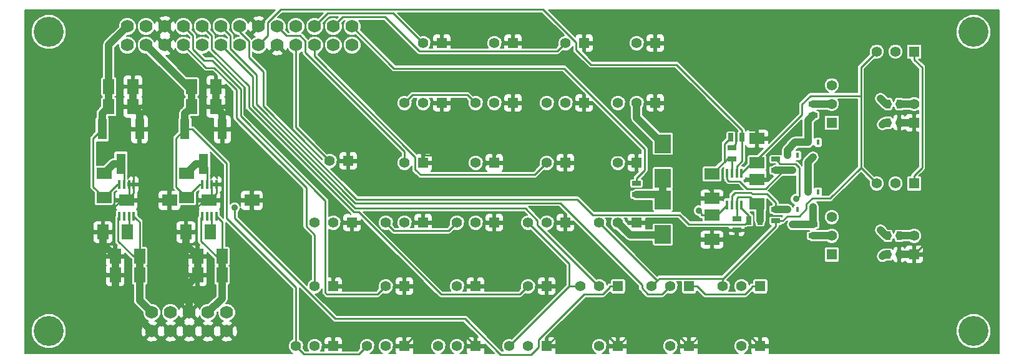
<source format=gbl>
G04 (created by PCBNEW (2013-may-18)-stable) date 2014年05月12日 星期一 23时21分15秒*
%MOIN*%
G04 Gerber Fmt 3.4, Leading zero omitted, Abs format*
%FSLAX34Y34*%
G01*
G70*
G90*
G04 APERTURE LIST*
%ADD10C,0.00590551*%
%ADD11C,0.0693*%
%ADD12R,0.08X0.06*%
%ADD13R,0.06X0.08*%
%ADD14R,0.025X0.045*%
%ADD15R,0.045X0.025*%
%ADD16R,0.055X0.055*%
%ADD17C,0.055*%
%ADD18R,0.018X0.028*%
%ADD19R,0.015X0.05*%
%ADD20R,0.0787402X0.0629921*%
%ADD21R,0.0866142X0.0984252*%
%ADD22R,0.05X0.11*%
%ADD23C,0.16*%
%ADD24C,0.035*%
%ADD25C,0.01*%
%ADD26C,0.04*%
%ADD27C,0.005*%
G04 APERTURE END LIST*
G54D10*
G54D11*
X38850Y-50225D03*
X38850Y-49225D03*
X39850Y-50225D03*
X39850Y-49225D03*
X40850Y-50225D03*
X40850Y-49225D03*
X41850Y-50225D03*
X41850Y-49225D03*
X42850Y-50225D03*
X42850Y-49225D03*
X49550Y-33925D03*
X49550Y-34925D03*
X46550Y-33925D03*
X46550Y-34925D03*
X45550Y-33925D03*
X45550Y-34925D03*
X37550Y-34925D03*
X37550Y-33925D03*
X38550Y-34925D03*
X38550Y-33925D03*
X39550Y-34925D03*
X39550Y-33925D03*
X40550Y-34925D03*
X40550Y-33925D03*
X41550Y-34925D03*
X41550Y-33925D03*
X42550Y-34925D03*
X42550Y-33925D03*
X43550Y-34925D03*
X43550Y-33925D03*
X44550Y-34925D03*
X44550Y-33925D03*
X47550Y-34925D03*
X47550Y-33925D03*
X48550Y-34925D03*
X48550Y-33925D03*
G54D12*
X68775Y-43125D03*
X68775Y-41825D03*
X71175Y-42125D03*
X71175Y-43425D03*
X68775Y-45325D03*
X68775Y-44025D03*
X71175Y-41225D03*
X71175Y-39925D03*
G54D13*
X40974Y-38225D03*
X42274Y-38225D03*
G54D12*
X36300Y-43075D03*
X36300Y-41775D03*
G54D13*
X37550Y-44925D03*
X36250Y-44925D03*
G54D12*
X40724Y-43075D03*
X40724Y-41775D03*
G54D13*
X41974Y-44925D03*
X40674Y-44925D03*
X36900Y-46225D03*
X38200Y-46225D03*
X37850Y-37150D03*
X36550Y-37150D03*
X42600Y-47225D03*
X41300Y-47225D03*
X40974Y-37150D03*
X42274Y-37150D03*
X37850Y-38225D03*
X36550Y-38225D03*
X36900Y-47225D03*
X38200Y-47225D03*
X42600Y-46225D03*
X41300Y-46225D03*
G54D14*
X71350Y-44300D03*
X70750Y-44300D03*
G54D15*
X70100Y-44825D03*
X70100Y-44225D03*
G54D14*
X69775Y-39850D03*
X70375Y-39850D03*
G54D15*
X72175Y-41025D03*
X72175Y-41625D03*
X72175Y-43725D03*
X72175Y-44325D03*
X69850Y-40425D03*
X69850Y-41025D03*
G54D14*
X78775Y-46125D03*
X78175Y-46125D03*
X78775Y-45125D03*
X78175Y-45125D03*
X78775Y-39075D03*
X78175Y-39075D03*
X78775Y-38075D03*
X78175Y-38075D03*
G54D15*
X74175Y-38075D03*
X74175Y-38675D03*
X74175Y-45125D03*
X74175Y-44525D03*
X64750Y-42925D03*
X64750Y-42325D03*
G54D16*
X59950Y-51025D03*
G54D17*
X58950Y-51025D03*
X57950Y-51025D03*
G54D16*
X57150Y-44425D03*
G54D17*
X56150Y-44425D03*
X55150Y-44425D03*
G54D16*
X63750Y-47825D03*
G54D17*
X62750Y-47825D03*
X61750Y-47825D03*
G54D16*
X56150Y-51025D03*
G54D17*
X55150Y-51025D03*
X54150Y-51025D03*
G54D16*
X67550Y-47825D03*
G54D17*
X66550Y-47825D03*
X65550Y-47825D03*
G54D16*
X71350Y-47825D03*
G54D17*
X70350Y-47825D03*
X69350Y-47825D03*
G54D16*
X52350Y-51025D03*
G54D17*
X51350Y-51025D03*
X50350Y-51025D03*
G54D16*
X54350Y-38025D03*
G54D17*
X53350Y-38025D03*
X52350Y-38025D03*
G54D16*
X49550Y-44425D03*
G54D17*
X48550Y-44425D03*
X47550Y-44425D03*
G54D16*
X60950Y-44425D03*
G54D17*
X59950Y-44425D03*
X58950Y-44425D03*
G54D16*
X53350Y-44425D03*
G54D17*
X52350Y-44425D03*
X51350Y-44425D03*
G54D16*
X58150Y-38025D03*
G54D17*
X57150Y-38025D03*
X56150Y-38025D03*
G54D16*
X61950Y-38025D03*
G54D17*
X60950Y-38025D03*
X59950Y-38025D03*
G54D16*
X79575Y-42325D03*
G54D17*
X78575Y-42325D03*
X77575Y-42325D03*
G54D16*
X65750Y-38025D03*
G54D17*
X64750Y-38025D03*
X63750Y-38025D03*
G54D16*
X75175Y-46125D03*
G54D17*
X75175Y-45125D03*
X75175Y-44125D03*
G54D16*
X79575Y-35275D03*
G54D17*
X78575Y-35275D03*
X77575Y-35275D03*
G54D16*
X64750Y-44425D03*
G54D17*
X63750Y-44425D03*
X62750Y-44425D03*
G54D16*
X75175Y-39075D03*
G54D17*
X75175Y-38075D03*
X75175Y-37075D03*
G54D16*
X48550Y-51025D03*
G54D17*
X47550Y-51025D03*
X46550Y-51025D03*
G54D16*
X64750Y-41225D03*
G54D17*
X63750Y-41225D03*
G54D16*
X49350Y-41125D03*
G54D17*
X48350Y-41125D03*
G54D16*
X65750Y-34825D03*
G54D17*
X64750Y-34825D03*
G54D16*
X60950Y-41225D03*
G54D17*
X59950Y-41225D03*
G54D16*
X53350Y-41225D03*
G54D17*
X52350Y-41225D03*
G54D16*
X61950Y-34825D03*
G54D17*
X60950Y-34825D03*
G54D16*
X57150Y-41225D03*
G54D17*
X56150Y-41225D03*
G54D16*
X48550Y-47825D03*
G54D17*
X47550Y-47825D03*
G54D16*
X71350Y-51025D03*
G54D17*
X70350Y-51025D03*
G54D16*
X54350Y-34825D03*
G54D17*
X53350Y-34825D03*
G54D16*
X79575Y-46125D03*
G54D17*
X79575Y-45125D03*
G54D16*
X58150Y-34825D03*
G54D17*
X57150Y-34825D03*
G54D16*
X67550Y-51025D03*
G54D17*
X66550Y-51025D03*
G54D16*
X52350Y-47825D03*
G54D17*
X51350Y-47825D03*
G54D16*
X56150Y-47825D03*
G54D17*
X55150Y-47825D03*
G54D16*
X79575Y-39075D03*
G54D17*
X79575Y-38075D03*
G54D16*
X59950Y-47825D03*
G54D17*
X58950Y-47825D03*
G54D16*
X63750Y-51025D03*
G54D17*
X62750Y-51025D03*
G54D18*
X72815Y-43725D03*
X73335Y-43725D03*
X73075Y-44525D03*
X73915Y-40125D03*
X74435Y-40125D03*
X74175Y-40925D03*
X72815Y-40825D03*
X73335Y-40825D03*
X73075Y-41625D03*
X73915Y-42775D03*
X74435Y-42775D03*
X74175Y-43575D03*
G54D19*
X70359Y-43475D03*
X70103Y-43475D03*
X69847Y-43475D03*
X69591Y-43475D03*
X69591Y-41775D03*
X69847Y-41775D03*
X70103Y-41775D03*
X70359Y-41775D03*
G54D20*
X44200Y-43225D03*
X39800Y-43225D03*
G54D19*
X37116Y-42375D03*
X37372Y-42375D03*
X37628Y-42375D03*
X37884Y-42375D03*
X37884Y-44075D03*
X37628Y-44075D03*
X37372Y-44075D03*
X37116Y-44075D03*
G54D20*
X37500Y-43225D03*
G54D19*
X41540Y-42375D03*
X41796Y-42375D03*
X42052Y-42375D03*
X42308Y-42375D03*
X42308Y-44075D03*
X42052Y-44075D03*
X41796Y-44075D03*
X41540Y-44075D03*
G54D20*
X41924Y-43225D03*
G54D21*
X66150Y-40199D03*
X66150Y-42050D03*
X66150Y-45050D03*
X66150Y-43199D03*
G54D22*
X41624Y-41275D03*
X40624Y-39425D03*
X42624Y-39425D03*
X37200Y-41275D03*
X36200Y-39425D03*
X38200Y-39425D03*
G54D23*
X33350Y-50225D03*
X33350Y-34225D03*
X82750Y-34225D03*
X82750Y-50225D03*
G54D24*
X73268Y-43160D03*
X68084Y-43771D03*
X43279Y-43614D03*
X76175Y-43125D03*
X72625Y-42825D03*
X72575Y-42150D03*
X75525Y-41500D03*
X75125Y-39900D03*
X72082Y-40607D03*
X77875Y-46225D03*
X77775Y-44825D03*
X77875Y-39175D03*
X77775Y-37775D03*
G54D25*
X41424Y-42375D02*
X40724Y-43075D01*
X41540Y-42375D02*
X41424Y-42375D01*
X40150Y-39900D02*
X40624Y-39425D01*
X40150Y-42500D02*
X40150Y-39900D01*
X40724Y-43075D02*
X40150Y-42500D01*
X41540Y-42375D02*
X41540Y-42375D01*
G54D26*
X40775Y-37150D02*
X38550Y-34925D01*
X40974Y-37150D02*
X40775Y-37150D01*
X40975Y-37150D02*
X40974Y-37150D01*
X40975Y-38225D02*
X40975Y-37150D01*
X40800Y-38400D02*
X40975Y-38225D01*
G54D25*
X40800Y-38399D02*
X40974Y-38225D01*
X40800Y-38400D02*
X40800Y-38399D01*
G54D26*
X40624Y-38575D02*
X40800Y-38400D01*
X40624Y-39425D02*
X40624Y-38575D01*
G54D25*
X51775Y-44850D02*
X51350Y-44425D01*
X54724Y-44850D02*
X51775Y-44850D01*
X55150Y-44425D02*
X54724Y-44850D01*
X61150Y-46625D02*
X58950Y-44425D01*
X61150Y-47825D02*
X61150Y-46625D01*
X61750Y-47825D02*
X61150Y-47825D01*
X61150Y-47825D02*
X57950Y-51025D01*
X72175Y-44325D02*
X72175Y-44600D01*
X70542Y-41591D02*
X70359Y-41775D01*
X70542Y-41592D02*
X70359Y-41775D01*
X70542Y-41591D02*
X70542Y-41592D01*
X72175Y-44325D02*
X72550Y-44325D01*
X72800Y-44075D02*
X72550Y-44325D01*
X73433Y-44075D02*
X72800Y-44075D01*
X73825Y-43684D02*
X73433Y-44075D01*
X73825Y-43426D02*
X73825Y-43684D01*
X74126Y-43125D02*
X73825Y-43426D01*
X75085Y-43125D02*
X74126Y-43125D01*
X76730Y-41480D02*
X75085Y-43125D01*
X76730Y-41480D02*
X77575Y-42325D01*
X40624Y-39425D02*
X41024Y-39425D01*
X46975Y-51450D02*
X46550Y-51025D01*
X49924Y-51450D02*
X46975Y-51450D01*
X50350Y-51025D02*
X49924Y-51450D01*
X42854Y-41254D02*
X41024Y-39425D01*
X42854Y-44190D02*
X42854Y-41254D01*
X46550Y-47886D02*
X42854Y-44190D01*
X46550Y-51025D02*
X46550Y-47886D01*
X52781Y-37593D02*
X52350Y-38025D01*
X55718Y-37593D02*
X52781Y-37593D01*
X56150Y-38025D02*
X55718Y-37593D01*
X69378Y-47396D02*
X69350Y-47396D01*
X72175Y-44600D02*
X69378Y-47396D01*
X69350Y-47396D02*
X69350Y-47825D01*
X62750Y-44425D02*
X65850Y-47525D01*
X65978Y-47396D02*
X65850Y-47525D01*
X69350Y-47396D02*
X65978Y-47396D01*
X65850Y-47525D02*
X65550Y-47825D01*
X71175Y-41225D02*
X71144Y-41225D01*
X70909Y-41225D02*
X70542Y-41591D01*
X71144Y-41225D02*
X70909Y-41225D01*
X74027Y-37637D02*
X76730Y-37637D01*
X73590Y-38073D02*
X74027Y-37637D01*
X73590Y-38639D02*
X73590Y-38073D01*
X71144Y-41085D02*
X73590Y-38639D01*
X71144Y-41225D02*
X71144Y-41085D01*
X76730Y-36119D02*
X76730Y-37637D01*
X77575Y-35275D02*
X76730Y-36119D01*
X76730Y-37637D02*
X76730Y-41480D01*
G54D26*
X42600Y-46225D02*
X42600Y-47225D01*
X42600Y-48475D02*
X41850Y-49225D01*
X42600Y-47225D02*
X42600Y-48475D01*
G54D25*
X41540Y-44075D02*
X41508Y-44107D01*
X42300Y-46225D02*
X42600Y-46225D01*
X41475Y-45400D02*
X42300Y-46225D01*
X41475Y-44140D02*
X41475Y-45400D01*
X41508Y-44107D02*
X41475Y-44140D01*
X41508Y-44107D02*
X41540Y-44075D01*
X41508Y-44107D02*
X41508Y-44107D01*
X42624Y-44390D02*
X42309Y-44075D01*
X42624Y-46225D02*
X42624Y-44390D01*
X42600Y-46225D02*
X42624Y-46225D01*
X42308Y-44075D02*
X42309Y-44075D01*
G54D26*
X36550Y-34925D02*
X37550Y-33925D01*
X36550Y-37150D02*
X36550Y-34925D01*
X36550Y-38225D02*
X36550Y-37150D01*
X36200Y-38575D02*
X36550Y-38225D01*
X36200Y-39425D02*
X36200Y-38575D01*
G54D25*
X35724Y-39900D02*
X36200Y-39425D01*
X35724Y-42500D02*
X35724Y-39900D01*
X36300Y-43075D02*
X35724Y-42500D01*
X37116Y-42375D02*
X37115Y-42375D01*
X37000Y-42375D02*
X36300Y-43075D01*
X37115Y-42375D02*
X37000Y-42375D01*
G54D26*
X38200Y-46225D02*
X38200Y-47225D01*
X38200Y-48575D02*
X38850Y-49225D01*
X38200Y-47225D02*
X38200Y-48575D01*
G54D25*
X38200Y-44390D02*
X38041Y-44232D01*
X38200Y-46225D02*
X38200Y-44390D01*
X38041Y-44232D02*
X37883Y-44075D01*
X38041Y-44232D02*
X37884Y-44075D01*
X38041Y-44232D02*
X38041Y-44232D01*
X37116Y-44075D02*
X37083Y-44107D01*
X37875Y-46225D02*
X38200Y-46225D01*
X37050Y-45400D02*
X37875Y-46225D01*
X37050Y-44140D02*
X37050Y-45400D01*
X37083Y-44107D02*
X37050Y-44140D01*
X37083Y-44107D02*
X37115Y-44075D01*
X37083Y-44107D02*
X37083Y-44107D01*
X69590Y-43475D02*
X69591Y-43475D01*
X69040Y-44025D02*
X69590Y-43475D01*
X68775Y-44025D02*
X69040Y-44025D01*
X72425Y-41274D02*
X72175Y-41025D01*
X73238Y-41274D02*
X72425Y-41274D01*
X73430Y-41466D02*
X73238Y-41274D01*
X73430Y-42998D02*
X73430Y-41466D01*
X73268Y-43160D02*
X73430Y-42998D01*
X68225Y-43912D02*
X68084Y-43771D01*
X68225Y-44025D02*
X68225Y-43912D01*
X68775Y-44025D02*
X68225Y-44025D01*
X80000Y-36125D02*
X79575Y-35700D01*
X80000Y-41474D02*
X80000Y-36125D01*
X79575Y-41899D02*
X80000Y-41474D01*
X79575Y-42325D02*
X79575Y-41899D01*
X79575Y-35275D02*
X79575Y-35700D01*
X68400Y-48250D02*
X67975Y-47825D01*
X70552Y-48250D02*
X68400Y-48250D01*
X70924Y-47878D02*
X70552Y-48250D01*
X70924Y-47825D02*
X70924Y-47878D01*
X71350Y-47825D02*
X70924Y-47825D01*
X67550Y-47825D02*
X67975Y-47825D01*
X43279Y-44184D02*
X43279Y-43614D01*
X48653Y-49558D02*
X43279Y-44184D01*
X55562Y-49558D02*
X48653Y-49558D01*
X57468Y-51464D02*
X55562Y-49558D01*
X59123Y-51464D02*
X57468Y-51464D01*
X59520Y-51066D02*
X59123Y-51464D01*
X59520Y-50683D02*
X59520Y-51066D01*
X61954Y-48250D02*
X59520Y-50683D01*
X62952Y-48250D02*
X61954Y-48250D01*
X63324Y-47878D02*
X62952Y-48250D01*
X63324Y-47825D02*
X63324Y-47878D01*
X63750Y-47825D02*
X63324Y-47825D01*
X48253Y-33221D02*
X47550Y-33925D01*
X51746Y-33221D02*
X48253Y-33221D01*
X53350Y-34825D02*
X51746Y-33221D01*
X46550Y-39325D02*
X46550Y-34925D01*
X48350Y-41125D02*
X46550Y-39325D01*
X52350Y-41225D02*
X52350Y-40625D01*
X52350Y-40625D02*
X47046Y-35321D01*
X46050Y-34425D02*
X45550Y-33925D01*
X46768Y-34425D02*
X46050Y-34425D01*
X47046Y-34702D02*
X46768Y-34425D01*
X47046Y-35321D02*
X47046Y-34702D01*
X58517Y-48257D02*
X58950Y-47825D01*
X54308Y-48257D02*
X58517Y-48257D01*
X49912Y-43861D02*
X54308Y-48257D01*
X49629Y-43861D02*
X49912Y-43861D01*
X44027Y-38259D02*
X49629Y-43861D01*
X44027Y-37119D02*
X44027Y-38259D01*
X42050Y-35141D02*
X44027Y-37119D01*
X42050Y-34425D02*
X42050Y-35141D01*
X41550Y-33925D02*
X42050Y-34425D01*
X41050Y-34425D02*
X40550Y-33925D01*
X41050Y-35141D02*
X41050Y-34425D01*
X41640Y-35732D02*
X41050Y-35141D01*
X42065Y-35732D02*
X41640Y-35732D01*
X43601Y-37268D02*
X42065Y-35732D01*
X43601Y-38715D02*
X43601Y-37268D01*
X48124Y-43238D02*
X43601Y-38715D01*
X48124Y-48162D02*
X48124Y-43238D01*
X48212Y-48250D02*
X48124Y-48162D01*
X50924Y-48250D02*
X48212Y-48250D01*
X51350Y-47825D02*
X50924Y-48250D01*
X47550Y-47825D02*
X47550Y-45075D01*
X43375Y-37325D02*
X43033Y-36983D01*
X43375Y-38825D02*
X43375Y-37325D01*
X47100Y-42550D02*
X43375Y-38825D01*
X47100Y-44625D02*
X47100Y-42550D01*
X47550Y-45075D02*
X47100Y-44625D01*
X42182Y-36132D02*
X43033Y-36983D01*
X41757Y-36132D02*
X42182Y-36132D01*
X40550Y-34925D02*
X41757Y-36132D01*
X51788Y-36163D02*
X49550Y-33925D01*
X60862Y-36163D02*
X51788Y-36163D01*
X65176Y-40477D02*
X60862Y-36163D01*
X65176Y-41623D02*
X65176Y-40477D01*
X64750Y-42049D02*
X65176Y-41623D01*
X64750Y-42325D02*
X64750Y-42049D01*
G54D26*
X64400Y-45075D02*
X63750Y-44425D01*
X66125Y-45075D02*
X64400Y-45075D01*
X66150Y-45050D02*
X66125Y-45075D01*
G54D25*
X47550Y-34925D02*
X47550Y-35525D01*
X52925Y-40900D02*
X52920Y-40900D01*
X52920Y-40895D02*
X52925Y-40900D01*
X47550Y-35525D02*
X52920Y-40895D01*
X52920Y-41565D02*
X52920Y-40900D01*
X53215Y-41860D02*
X52920Y-41565D01*
X59314Y-41860D02*
X53215Y-41860D01*
X59950Y-41225D02*
X59314Y-41860D01*
X50763Y-33421D02*
X51321Y-33421D01*
X51321Y-33421D02*
X53151Y-35251D01*
X49053Y-33421D02*
X48550Y-33925D01*
X50763Y-33421D02*
X49053Y-33421D01*
X60523Y-35251D02*
X53151Y-35251D01*
X60950Y-34825D02*
X60523Y-35251D01*
G54D26*
X75175Y-45125D02*
X74175Y-45125D01*
X75175Y-38075D02*
X74175Y-38075D01*
G54D25*
X43550Y-34215D02*
X43550Y-33925D01*
X44050Y-34715D02*
X43550Y-34215D01*
X44050Y-35585D02*
X44050Y-34715D01*
X44809Y-36345D02*
X44050Y-35585D01*
X44809Y-38192D02*
X44809Y-36345D01*
X49792Y-43175D02*
X44809Y-38192D01*
X61578Y-43175D02*
X49792Y-43175D01*
X62399Y-43996D02*
X61578Y-43175D01*
X67027Y-43996D02*
X62399Y-43996D01*
X67531Y-44500D02*
X67027Y-43996D01*
X70549Y-44500D02*
X67531Y-44500D01*
X70750Y-44300D02*
X70549Y-44500D01*
X70359Y-43475D02*
X70359Y-43475D01*
X70750Y-44050D02*
X70750Y-44300D01*
X70359Y-43659D02*
X70750Y-44050D01*
X70359Y-43475D02*
X70359Y-43659D01*
X70359Y-43475D02*
X70359Y-43475D01*
X70103Y-41775D02*
X70103Y-41774D01*
X70103Y-41774D02*
X70103Y-41775D01*
X70375Y-41125D02*
X70375Y-39850D01*
X70103Y-41397D02*
X70375Y-41125D01*
X70103Y-41774D02*
X70103Y-41397D01*
X45050Y-34425D02*
X44550Y-34925D01*
X45050Y-33706D02*
X45050Y-34425D01*
X45741Y-33014D02*
X45050Y-33706D01*
X59751Y-33014D02*
X45741Y-33014D01*
X61520Y-34784D02*
X59751Y-33014D01*
X61520Y-35169D02*
X61520Y-34784D01*
X62314Y-35963D02*
X61520Y-35169D01*
X66863Y-35963D02*
X62314Y-35963D01*
X70375Y-39474D02*
X66863Y-35963D01*
X70375Y-39850D02*
X70375Y-39474D01*
X62721Y-47825D02*
X62750Y-47825D01*
X59450Y-44553D02*
X62721Y-47825D01*
X59450Y-44305D02*
X59450Y-44553D01*
X58805Y-43660D02*
X59450Y-44305D01*
X49711Y-43660D02*
X58805Y-43660D01*
X44227Y-38176D02*
X49711Y-43660D01*
X44227Y-36602D02*
X44227Y-38176D01*
X42550Y-34925D02*
X44227Y-36602D01*
X66120Y-48254D02*
X66550Y-47825D01*
X65356Y-48254D02*
X66120Y-48254D01*
X65028Y-47927D02*
X65356Y-48254D01*
X65028Y-47734D02*
X65028Y-47927D01*
X60669Y-43375D02*
X65028Y-47734D01*
X49709Y-43375D02*
X60669Y-43375D01*
X44428Y-38094D02*
X49709Y-43375D01*
X44428Y-36505D02*
X44428Y-38094D01*
X43046Y-35123D02*
X44428Y-36505D01*
X43046Y-34421D02*
X43046Y-35123D01*
X42550Y-33925D02*
X43046Y-34421D01*
G54D26*
X64750Y-38799D02*
X66150Y-40199D01*
X64750Y-38025D02*
X64750Y-38799D01*
G54D25*
X80225Y-45475D02*
X79575Y-46125D01*
X80225Y-44725D02*
X80225Y-45475D01*
X78625Y-43125D02*
X80225Y-44725D01*
X76175Y-43125D02*
X78625Y-43125D01*
X72575Y-42775D02*
X72625Y-42825D01*
X72575Y-42150D02*
X72575Y-42775D01*
X75125Y-41100D02*
X75525Y-41500D01*
X75125Y-39900D02*
X75125Y-41100D01*
X63750Y-51025D02*
X63300Y-50575D01*
X60400Y-50575D02*
X59950Y-51025D01*
X63300Y-50575D02*
X60400Y-50575D01*
X67550Y-51025D02*
X67100Y-50575D01*
X64200Y-50575D02*
X63750Y-51025D01*
X67100Y-50575D02*
X64200Y-50575D01*
X71350Y-51025D02*
X70900Y-50575D01*
X68000Y-50575D02*
X67550Y-51025D01*
X70900Y-50575D02*
X68000Y-50575D01*
X56150Y-51025D02*
X55675Y-50550D01*
X52825Y-50550D02*
X52350Y-51025D01*
X55675Y-50550D02*
X52825Y-50550D01*
G54D26*
X79575Y-39075D02*
X78775Y-39075D01*
X40675Y-45600D02*
X41300Y-46225D01*
X40675Y-44925D02*
X40675Y-45600D01*
X36250Y-45575D02*
X36900Y-46225D01*
X36250Y-44925D02*
X36250Y-45575D01*
X40850Y-47675D02*
X41300Y-47225D01*
X40850Y-49225D02*
X40850Y-47675D01*
X41300Y-46225D02*
X41300Y-47225D01*
G54D25*
X42309Y-42840D02*
X41924Y-43225D01*
X42309Y-42375D02*
X42309Y-42840D01*
X42053Y-43097D02*
X41924Y-43225D01*
X42053Y-42375D02*
X42053Y-43097D01*
X36250Y-44200D02*
X36250Y-44925D01*
X37224Y-43225D02*
X36250Y-44200D01*
X37500Y-43225D02*
X37224Y-43225D01*
G54D26*
X36900Y-46225D02*
X36900Y-47225D01*
X36900Y-48275D02*
X38850Y-50225D01*
X36900Y-47225D02*
X36900Y-48275D01*
G54D25*
X53350Y-41225D02*
X53350Y-40799D01*
G54D26*
X42275Y-37150D02*
X42275Y-37150D01*
X79575Y-46125D02*
X78775Y-46125D01*
G54D25*
X42308Y-42375D02*
X42309Y-42375D01*
X42052Y-42375D02*
X42053Y-42375D01*
X56150Y-47825D02*
X56150Y-47399D01*
G54D26*
X37850Y-38225D02*
X37850Y-37150D01*
G54D25*
X54350Y-38025D02*
X54350Y-38450D01*
X55969Y-41656D02*
X54562Y-40249D01*
X56346Y-41656D02*
X55969Y-41656D01*
X56724Y-41278D02*
X56346Y-41656D01*
X56724Y-41225D02*
X56724Y-41278D01*
X54011Y-40799D02*
X54562Y-40249D01*
X53350Y-40799D02*
X54011Y-40799D01*
X54562Y-38662D02*
X54350Y-38450D01*
X54562Y-40249D02*
X54562Y-38662D01*
X57150Y-41225D02*
X56724Y-41225D01*
X65839Y-38450D02*
X68219Y-40830D01*
X65750Y-38450D02*
X65839Y-38450D01*
X69575Y-39474D02*
X68219Y-40830D01*
X69962Y-39474D02*
X69575Y-39474D01*
X70050Y-39562D02*
X69962Y-39474D01*
X70050Y-40224D02*
X70050Y-39562D01*
X69850Y-40425D02*
X70050Y-40224D01*
X68690Y-42674D02*
X68775Y-42674D01*
X68219Y-42203D02*
X68690Y-42674D01*
X68219Y-40830D02*
X68219Y-42203D01*
X65750Y-38025D02*
X65750Y-38450D01*
X68775Y-43125D02*
X68775Y-42674D01*
X70825Y-39474D02*
X71175Y-39474D01*
X66175Y-34825D02*
X70825Y-39474D01*
X65750Y-34825D02*
X66175Y-34825D01*
X58152Y-46399D02*
X57150Y-46399D01*
X59524Y-47771D02*
X58152Y-46399D01*
X59524Y-47825D02*
X59524Y-47771D01*
X56150Y-47399D02*
X57150Y-46399D01*
X57150Y-46399D02*
X57150Y-44425D01*
X59950Y-47825D02*
X59524Y-47825D01*
X40675Y-44924D02*
X40675Y-44925D01*
X40675Y-44200D02*
X40675Y-44924D01*
X41650Y-43225D02*
X40675Y-44200D01*
X41924Y-43225D02*
X41650Y-43225D01*
X40675Y-44924D02*
X40674Y-44925D01*
X37627Y-42375D02*
X37627Y-42375D01*
X37627Y-43097D02*
X37500Y-43225D01*
X37627Y-42375D02*
X37627Y-43097D01*
X37627Y-42375D02*
X37627Y-42375D01*
X37883Y-42375D02*
X37883Y-42375D01*
X37883Y-42840D02*
X37500Y-43225D01*
X37883Y-42375D02*
X37883Y-42840D01*
G54D26*
X38200Y-38575D02*
X37850Y-38225D01*
X38200Y-39425D02*
X38200Y-38575D01*
G54D25*
X57150Y-41225D02*
X57150Y-40799D01*
X38200Y-39425D02*
X38200Y-40125D01*
X37883Y-42375D02*
X37884Y-42375D01*
X37884Y-40441D02*
X38200Y-40125D01*
X37884Y-42375D02*
X37884Y-40441D01*
X44200Y-40600D02*
X43024Y-39425D01*
X44200Y-43225D02*
X44200Y-40600D01*
X42624Y-39425D02*
X43024Y-39425D01*
G54D26*
X42624Y-38575D02*
X42450Y-38400D01*
X42624Y-39425D02*
X42624Y-38575D01*
X42275Y-38225D02*
X42275Y-37150D01*
X42450Y-38400D02*
X42275Y-38225D01*
G54D25*
X42275Y-38225D02*
X42274Y-38225D01*
X42450Y-38400D02*
X42275Y-38225D01*
X65324Y-34878D02*
X65324Y-34825D01*
X64952Y-35250D02*
X65324Y-34878D01*
X62800Y-35250D02*
X64952Y-35250D01*
X62375Y-34825D02*
X62800Y-35250D01*
X61950Y-34825D02*
X62375Y-34825D01*
X65750Y-34825D02*
X65324Y-34825D01*
X69550Y-45100D02*
X69325Y-45325D01*
X70100Y-45100D02*
X69550Y-45100D01*
X70100Y-44825D02*
X70100Y-45100D01*
X68775Y-45325D02*
X69325Y-45325D01*
X48550Y-47825D02*
X48550Y-47399D01*
X50552Y-46399D02*
X49550Y-46399D01*
X51924Y-47771D02*
X50552Y-46399D01*
X51924Y-47825D02*
X51924Y-47771D01*
X48550Y-47399D02*
X49550Y-46399D01*
X49550Y-46399D02*
X49550Y-44425D01*
X52350Y-47825D02*
X51924Y-47825D01*
X64750Y-41225D02*
X64324Y-41225D01*
X60950Y-41225D02*
X61375Y-41225D01*
X60950Y-41225D02*
X60524Y-41225D01*
X60524Y-41171D02*
X60524Y-41225D01*
X59152Y-39799D02*
X60524Y-41171D01*
X58150Y-39799D02*
X59152Y-39799D01*
X58150Y-38025D02*
X58150Y-39799D01*
X58150Y-39799D02*
X57150Y-40799D01*
X61950Y-38025D02*
X61950Y-38450D01*
X61950Y-40799D02*
X61950Y-38450D01*
X63952Y-40799D02*
X61950Y-40799D01*
X64324Y-41171D02*
X63952Y-40799D01*
X64324Y-41225D02*
X64324Y-41171D01*
X61800Y-40799D02*
X61375Y-41225D01*
X61950Y-40799D02*
X61800Y-40799D01*
X67566Y-45325D02*
X68775Y-45325D01*
X66649Y-44407D02*
X67566Y-45325D01*
X65192Y-44407D02*
X66649Y-44407D01*
X65175Y-44425D02*
X65192Y-44407D01*
X64750Y-44425D02*
X65175Y-44425D01*
X71175Y-42125D02*
X71725Y-42125D01*
X71175Y-39925D02*
X71175Y-39474D01*
X72077Y-40603D02*
X72082Y-40607D01*
X72019Y-40603D02*
X72077Y-40603D01*
X71725Y-40897D02*
X72019Y-40603D01*
X71725Y-42125D02*
X71725Y-40897D01*
X42275Y-37150D02*
X42274Y-37150D01*
X39683Y-34925D02*
X39550Y-34925D01*
X41824Y-37065D02*
X39683Y-34925D01*
X41824Y-37150D02*
X41824Y-37065D01*
X42274Y-37150D02*
X41824Y-37150D01*
G54D26*
X41224Y-41275D02*
X40724Y-41775D01*
X41624Y-41275D02*
X41224Y-41275D01*
G54D25*
X41796Y-42375D02*
X41796Y-42374D01*
X41796Y-41447D02*
X41624Y-41275D01*
X41796Y-42374D02*
X41796Y-41447D01*
X41796Y-42374D02*
X41796Y-42375D01*
G54D26*
X65875Y-42925D02*
X66150Y-43199D01*
X64750Y-42925D02*
X65875Y-42925D01*
X66150Y-43199D02*
X66150Y-42050D01*
X73914Y-42775D02*
X73914Y-42774D01*
X73914Y-41185D02*
X74175Y-40925D01*
X73914Y-42774D02*
X73914Y-41185D01*
G54D25*
X73914Y-42774D02*
X73915Y-42775D01*
G54D26*
X71350Y-43600D02*
X71175Y-43425D01*
X71350Y-44300D02*
X71350Y-43600D01*
G54D25*
X70103Y-43122D02*
X70103Y-43475D01*
X70175Y-43050D02*
X70103Y-43122D01*
X70800Y-43050D02*
X70175Y-43050D01*
X71175Y-43425D02*
X70800Y-43050D01*
X70103Y-44222D02*
X70100Y-44225D01*
X70103Y-43475D02*
X70103Y-44222D01*
X70103Y-43475D02*
X70103Y-43475D01*
G54D26*
X36800Y-41275D02*
X36300Y-41775D01*
X37200Y-41275D02*
X36800Y-41275D01*
G54D25*
X37372Y-42375D02*
X37372Y-42374D01*
X37372Y-41447D02*
X37200Y-41275D01*
X37372Y-42374D02*
X37372Y-41447D01*
X37372Y-42374D02*
X37372Y-42375D01*
X69450Y-41100D02*
X69500Y-41100D01*
X69450Y-40200D02*
X69450Y-41100D01*
X69775Y-39875D02*
X69450Y-40200D01*
X69775Y-39850D02*
X69775Y-39875D01*
X69575Y-41025D02*
X69500Y-41100D01*
X69850Y-41025D02*
X69575Y-41025D01*
X69500Y-41100D02*
X68775Y-41825D01*
X69846Y-41775D02*
X69846Y-41774D01*
X69846Y-41027D02*
X69850Y-41025D01*
X69846Y-41774D02*
X69846Y-41027D01*
X69846Y-41774D02*
X69847Y-41775D01*
X72675Y-41675D02*
X72675Y-41625D01*
X72624Y-41625D02*
X72675Y-41675D01*
G54D26*
X72624Y-41625D02*
X72175Y-41625D01*
X73075Y-41625D02*
X72675Y-41625D01*
X72675Y-41625D02*
X72624Y-41625D01*
G54D25*
X69590Y-41775D02*
X69590Y-41775D01*
X71650Y-42600D02*
X72624Y-41625D01*
X70650Y-42600D02*
X71650Y-42600D01*
X70250Y-42200D02*
X70650Y-42600D01*
X69675Y-42200D02*
X70250Y-42200D01*
X69590Y-42115D02*
X69675Y-42200D01*
X69590Y-41775D02*
X69590Y-42115D01*
X69590Y-41775D02*
X69591Y-41775D01*
G54D26*
X72814Y-40825D02*
X72814Y-40824D01*
G54D25*
X72814Y-40824D02*
X72815Y-40825D01*
X73569Y-40125D02*
X73915Y-40125D01*
G54D26*
X73224Y-40125D02*
X73569Y-40125D01*
X72814Y-40535D02*
X73224Y-40125D01*
X72814Y-40824D02*
X72814Y-40535D01*
X73914Y-38935D02*
X74175Y-38675D01*
X73914Y-40125D02*
X73914Y-38935D01*
X73569Y-40125D02*
X73914Y-40125D01*
G54D25*
X72175Y-43725D02*
X72175Y-43350D01*
X69847Y-42977D02*
X69847Y-43475D01*
X70000Y-42825D02*
X69847Y-42977D01*
X70875Y-42825D02*
X70000Y-42825D01*
X70925Y-42875D02*
X70875Y-42825D01*
X71700Y-42875D02*
X70925Y-42875D01*
X72175Y-43350D02*
X71700Y-42875D01*
G54D26*
X72814Y-43725D02*
X72175Y-43725D01*
G54D25*
X72814Y-43725D02*
X72815Y-43725D01*
G54D26*
X74175Y-44525D02*
X73075Y-44525D01*
X74175Y-44525D02*
X74175Y-43575D01*
X77975Y-46125D02*
X77875Y-46225D01*
X78175Y-46125D02*
X77975Y-46125D01*
X78075Y-45125D02*
X77775Y-44825D01*
X78175Y-45125D02*
X78075Y-45125D01*
G54D25*
X37627Y-44075D02*
X37627Y-44075D01*
X37627Y-44847D02*
X37550Y-44925D01*
X37627Y-44075D02*
X37627Y-44847D01*
X37627Y-44075D02*
X37627Y-44075D01*
G54D26*
X79575Y-45125D02*
X78775Y-45125D01*
X77975Y-39075D02*
X77875Y-39175D01*
X78175Y-39075D02*
X77975Y-39075D01*
X78075Y-38075D02*
X77775Y-37775D01*
X78175Y-38075D02*
X78075Y-38075D01*
X79575Y-38075D02*
X78775Y-38075D01*
G54D25*
X42053Y-44075D02*
X42053Y-44075D01*
X42053Y-44075D02*
X42052Y-44075D01*
X42053Y-44847D02*
X41975Y-44925D01*
X42053Y-44075D02*
X42053Y-44847D01*
X41974Y-44925D02*
X41975Y-44925D01*
G54D10*
G36*
X46735Y-47901D02*
X48522Y-49689D01*
X48582Y-49729D01*
X48653Y-49743D01*
X55485Y-49743D01*
X56267Y-50524D01*
X55830Y-50524D01*
X52669Y-50524D01*
X52030Y-50524D01*
X48869Y-50524D01*
X48230Y-50524D01*
X48147Y-50559D01*
X48084Y-50622D01*
X48050Y-50705D01*
X48049Y-50794D01*
X48050Y-50893D01*
X48106Y-50950D01*
X48475Y-50950D01*
X48475Y-50581D01*
X48418Y-50525D01*
X48230Y-50524D01*
X48869Y-50524D01*
X48681Y-50525D01*
X48625Y-50581D01*
X48625Y-50950D01*
X48993Y-50950D01*
X49050Y-50893D01*
X49050Y-50794D01*
X49049Y-50705D01*
X49015Y-50622D01*
X48952Y-50559D01*
X48869Y-50524D01*
X52030Y-50524D01*
X51947Y-50559D01*
X51884Y-50622D01*
X51850Y-50705D01*
X51849Y-50794D01*
X51850Y-50893D01*
X51906Y-50950D01*
X52275Y-50950D01*
X52275Y-50581D01*
X52218Y-50525D01*
X52030Y-50524D01*
X52669Y-50524D01*
X52481Y-50525D01*
X52425Y-50581D01*
X52425Y-50950D01*
X52793Y-50950D01*
X52850Y-50893D01*
X52850Y-50794D01*
X52849Y-50705D01*
X52815Y-50622D01*
X52752Y-50559D01*
X52669Y-50524D01*
X55830Y-50524D01*
X55747Y-50559D01*
X55684Y-50622D01*
X55650Y-50705D01*
X55649Y-50794D01*
X55650Y-50893D01*
X55706Y-50950D01*
X56075Y-50950D01*
X56075Y-50581D01*
X56018Y-50525D01*
X55830Y-50524D01*
X56267Y-50524D01*
X56274Y-50531D01*
X56225Y-50581D01*
X56225Y-50950D01*
X56593Y-50950D01*
X56643Y-50900D01*
X57142Y-51400D01*
X56627Y-51400D01*
X56649Y-51344D01*
X56650Y-51255D01*
X56650Y-51156D01*
X56593Y-51100D01*
X56225Y-51100D01*
X56225Y-51107D01*
X56075Y-51107D01*
X56075Y-51100D01*
X55706Y-51100D01*
X55650Y-51156D01*
X55649Y-51255D01*
X55650Y-51344D01*
X55672Y-51400D01*
X55316Y-51400D01*
X55381Y-51372D01*
X55497Y-51257D01*
X55559Y-51106D01*
X55560Y-50943D01*
X55497Y-50793D01*
X55382Y-50677D01*
X55231Y-50615D01*
X55068Y-50614D01*
X54918Y-50677D01*
X54802Y-50792D01*
X54740Y-50943D01*
X54739Y-51106D01*
X54802Y-51256D01*
X54917Y-51372D01*
X54983Y-51400D01*
X54316Y-51400D01*
X54381Y-51372D01*
X54497Y-51257D01*
X54559Y-51106D01*
X54560Y-50943D01*
X54497Y-50793D01*
X54382Y-50677D01*
X54231Y-50615D01*
X54068Y-50614D01*
X53918Y-50677D01*
X53802Y-50792D01*
X53740Y-50943D01*
X53739Y-51106D01*
X53802Y-51256D01*
X53917Y-51372D01*
X53983Y-51400D01*
X52827Y-51400D01*
X52849Y-51344D01*
X52850Y-51255D01*
X52850Y-51156D01*
X52793Y-51100D01*
X52425Y-51100D01*
X52425Y-51107D01*
X52275Y-51107D01*
X52275Y-51100D01*
X51906Y-51100D01*
X51850Y-51156D01*
X51849Y-51255D01*
X51850Y-51344D01*
X51872Y-51400D01*
X51516Y-51400D01*
X51581Y-51372D01*
X51697Y-51257D01*
X51759Y-51106D01*
X51760Y-50943D01*
X51697Y-50793D01*
X51582Y-50677D01*
X51431Y-50615D01*
X51268Y-50614D01*
X51118Y-50677D01*
X51002Y-50792D01*
X50940Y-50943D01*
X50939Y-51106D01*
X51002Y-51256D01*
X51117Y-51372D01*
X51183Y-51400D01*
X50516Y-51400D01*
X50581Y-51372D01*
X50697Y-51257D01*
X50759Y-51106D01*
X50760Y-50943D01*
X50697Y-50793D01*
X50582Y-50677D01*
X50431Y-50615D01*
X50268Y-50614D01*
X50118Y-50677D01*
X50002Y-50792D01*
X49940Y-50943D01*
X49939Y-51106D01*
X49959Y-51153D01*
X49848Y-51265D01*
X49050Y-51265D01*
X49050Y-51255D01*
X49050Y-51156D01*
X48993Y-51100D01*
X48625Y-51100D01*
X48625Y-51107D01*
X48475Y-51107D01*
X48475Y-51100D01*
X48106Y-51100D01*
X48050Y-51156D01*
X48049Y-51255D01*
X48049Y-51265D01*
X47889Y-51265D01*
X47897Y-51257D01*
X47959Y-51106D01*
X47960Y-50943D01*
X47897Y-50793D01*
X47782Y-50677D01*
X47631Y-50615D01*
X47468Y-50614D01*
X47318Y-50677D01*
X47202Y-50792D01*
X47140Y-50943D01*
X47139Y-51106D01*
X47202Y-51256D01*
X47210Y-51265D01*
X47051Y-51265D01*
X46940Y-51153D01*
X46959Y-51106D01*
X46960Y-50943D01*
X46897Y-50793D01*
X46782Y-50677D01*
X46735Y-50657D01*
X46735Y-47901D01*
X46735Y-47901D01*
G37*
G54D27*
X46735Y-47901D02*
X48522Y-49689D01*
X48582Y-49729D01*
X48653Y-49743D01*
X55485Y-49743D01*
X56267Y-50524D01*
X55830Y-50524D01*
X52669Y-50524D01*
X52030Y-50524D01*
X48869Y-50524D01*
X48230Y-50524D01*
X48147Y-50559D01*
X48084Y-50622D01*
X48050Y-50705D01*
X48049Y-50794D01*
X48050Y-50893D01*
X48106Y-50950D01*
X48475Y-50950D01*
X48475Y-50581D01*
X48418Y-50525D01*
X48230Y-50524D01*
X48869Y-50524D01*
X48681Y-50525D01*
X48625Y-50581D01*
X48625Y-50950D01*
X48993Y-50950D01*
X49050Y-50893D01*
X49050Y-50794D01*
X49049Y-50705D01*
X49015Y-50622D01*
X48952Y-50559D01*
X48869Y-50524D01*
X52030Y-50524D01*
X51947Y-50559D01*
X51884Y-50622D01*
X51850Y-50705D01*
X51849Y-50794D01*
X51850Y-50893D01*
X51906Y-50950D01*
X52275Y-50950D01*
X52275Y-50581D01*
X52218Y-50525D01*
X52030Y-50524D01*
X52669Y-50524D01*
X52481Y-50525D01*
X52425Y-50581D01*
X52425Y-50950D01*
X52793Y-50950D01*
X52850Y-50893D01*
X52850Y-50794D01*
X52849Y-50705D01*
X52815Y-50622D01*
X52752Y-50559D01*
X52669Y-50524D01*
X55830Y-50524D01*
X55747Y-50559D01*
X55684Y-50622D01*
X55650Y-50705D01*
X55649Y-50794D01*
X55650Y-50893D01*
X55706Y-50950D01*
X56075Y-50950D01*
X56075Y-50581D01*
X56018Y-50525D01*
X55830Y-50524D01*
X56267Y-50524D01*
X56274Y-50531D01*
X56225Y-50581D01*
X56225Y-50950D01*
X56593Y-50950D01*
X56643Y-50900D01*
X57142Y-51400D01*
X56627Y-51400D01*
X56649Y-51344D01*
X56650Y-51255D01*
X56650Y-51156D01*
X56593Y-51100D01*
X56225Y-51100D01*
X56225Y-51107D01*
X56075Y-51107D01*
X56075Y-51100D01*
X55706Y-51100D01*
X55650Y-51156D01*
X55649Y-51255D01*
X55650Y-51344D01*
X55672Y-51400D01*
X55316Y-51400D01*
X55381Y-51372D01*
X55497Y-51257D01*
X55559Y-51106D01*
X55560Y-50943D01*
X55497Y-50793D01*
X55382Y-50677D01*
X55231Y-50615D01*
X55068Y-50614D01*
X54918Y-50677D01*
X54802Y-50792D01*
X54740Y-50943D01*
X54739Y-51106D01*
X54802Y-51256D01*
X54917Y-51372D01*
X54983Y-51400D01*
X54316Y-51400D01*
X54381Y-51372D01*
X54497Y-51257D01*
X54559Y-51106D01*
X54560Y-50943D01*
X54497Y-50793D01*
X54382Y-50677D01*
X54231Y-50615D01*
X54068Y-50614D01*
X53918Y-50677D01*
X53802Y-50792D01*
X53740Y-50943D01*
X53739Y-51106D01*
X53802Y-51256D01*
X53917Y-51372D01*
X53983Y-51400D01*
X52827Y-51400D01*
X52849Y-51344D01*
X52850Y-51255D01*
X52850Y-51156D01*
X52793Y-51100D01*
X52425Y-51100D01*
X52425Y-51107D01*
X52275Y-51107D01*
X52275Y-51100D01*
X51906Y-51100D01*
X51850Y-51156D01*
X51849Y-51255D01*
X51850Y-51344D01*
X51872Y-51400D01*
X51516Y-51400D01*
X51581Y-51372D01*
X51697Y-51257D01*
X51759Y-51106D01*
X51760Y-50943D01*
X51697Y-50793D01*
X51582Y-50677D01*
X51431Y-50615D01*
X51268Y-50614D01*
X51118Y-50677D01*
X51002Y-50792D01*
X50940Y-50943D01*
X50939Y-51106D01*
X51002Y-51256D01*
X51117Y-51372D01*
X51183Y-51400D01*
X50516Y-51400D01*
X50581Y-51372D01*
X50697Y-51257D01*
X50759Y-51106D01*
X50760Y-50943D01*
X50697Y-50793D01*
X50582Y-50677D01*
X50431Y-50615D01*
X50268Y-50614D01*
X50118Y-50677D01*
X50002Y-50792D01*
X49940Y-50943D01*
X49939Y-51106D01*
X49959Y-51153D01*
X49848Y-51265D01*
X49050Y-51265D01*
X49050Y-51255D01*
X49050Y-51156D01*
X48993Y-51100D01*
X48625Y-51100D01*
X48625Y-51107D01*
X48475Y-51107D01*
X48475Y-51100D01*
X48106Y-51100D01*
X48050Y-51156D01*
X48049Y-51255D01*
X48049Y-51265D01*
X47889Y-51265D01*
X47897Y-51257D01*
X47959Y-51106D01*
X47960Y-50943D01*
X47897Y-50793D01*
X47782Y-50677D01*
X47631Y-50615D01*
X47468Y-50614D01*
X47318Y-50677D01*
X47202Y-50792D01*
X47140Y-50943D01*
X47139Y-51106D01*
X47202Y-51256D01*
X47210Y-51265D01*
X47051Y-51265D01*
X46940Y-51153D01*
X46959Y-51106D01*
X46960Y-50943D01*
X46897Y-50793D01*
X46782Y-50677D01*
X46735Y-50657D01*
X46735Y-47901D01*
G54D10*
G36*
X71710Y-43146D02*
X71990Y-43426D01*
X71990Y-43453D01*
X71972Y-43464D01*
X71923Y-43464D01*
X71873Y-43485D01*
X71835Y-43523D01*
X71815Y-43573D01*
X71815Y-43626D01*
X71815Y-43876D01*
X71835Y-43926D01*
X71873Y-43964D01*
X71923Y-43984D01*
X71972Y-43985D01*
X72046Y-44034D01*
X72175Y-44060D01*
X72553Y-44060D01*
X72502Y-44111D01*
X72476Y-44085D01*
X72427Y-44065D01*
X72373Y-44064D01*
X71923Y-44064D01*
X71873Y-44085D01*
X71835Y-44123D01*
X71815Y-44173D01*
X71815Y-44226D01*
X71815Y-44476D01*
X71835Y-44526D01*
X71873Y-44564D01*
X71923Y-44584D01*
X71928Y-44584D01*
X71713Y-44799D01*
X69130Y-44799D01*
X68419Y-44799D01*
X68330Y-44800D01*
X68247Y-44834D01*
X68184Y-44897D01*
X68150Y-44980D01*
X68150Y-45193D01*
X68206Y-45250D01*
X68700Y-45250D01*
X68700Y-44856D01*
X68643Y-44800D01*
X68419Y-44799D01*
X69130Y-44799D01*
X68906Y-44800D01*
X68850Y-44856D01*
X68850Y-45250D01*
X69343Y-45250D01*
X69400Y-45193D01*
X69400Y-44980D01*
X69366Y-44897D01*
X69302Y-44834D01*
X69220Y-44800D01*
X69130Y-44799D01*
X71713Y-44799D01*
X71626Y-44887D01*
X70493Y-44887D01*
X70175Y-44887D01*
X70025Y-44887D01*
X69706Y-44887D01*
X69650Y-44943D01*
X69649Y-44994D01*
X69684Y-45077D01*
X69747Y-45140D01*
X69830Y-45174D01*
X69919Y-45175D01*
X69968Y-45175D01*
X70025Y-45118D01*
X70025Y-44887D01*
X70175Y-44887D01*
X70175Y-45118D01*
X70231Y-45175D01*
X70280Y-45175D01*
X70369Y-45174D01*
X70452Y-45140D01*
X70515Y-45077D01*
X70550Y-44994D01*
X70550Y-44943D01*
X70493Y-44887D01*
X71626Y-44887D01*
X71113Y-45400D01*
X69343Y-45400D01*
X68850Y-45400D01*
X68700Y-45400D01*
X68206Y-45400D01*
X68150Y-45456D01*
X68150Y-45669D01*
X68184Y-45752D01*
X68247Y-45815D01*
X68330Y-45849D01*
X68419Y-45850D01*
X68643Y-45850D01*
X68700Y-45793D01*
X68700Y-45400D01*
X68850Y-45400D01*
X68850Y-45793D01*
X68906Y-45850D01*
X69130Y-45850D01*
X69220Y-45849D01*
X69302Y-45815D01*
X69366Y-45752D01*
X69400Y-45669D01*
X69400Y-45456D01*
X69343Y-45400D01*
X71113Y-45400D01*
X69302Y-47211D01*
X65978Y-47211D01*
X65978Y-47211D01*
X65907Y-47225D01*
X65850Y-47263D01*
X63140Y-44553D01*
X63159Y-44506D01*
X63160Y-44343D01*
X63097Y-44193D01*
X63085Y-44181D01*
X63413Y-44181D01*
X63402Y-44192D01*
X63340Y-44343D01*
X63339Y-44506D01*
X63402Y-44656D01*
X63517Y-44772D01*
X63668Y-44834D01*
X63686Y-44834D01*
X64163Y-45311D01*
X64271Y-45384D01*
X64400Y-45410D01*
X65581Y-45410D01*
X65581Y-45569D01*
X65602Y-45618D01*
X65640Y-45656D01*
X65689Y-45677D01*
X65743Y-45677D01*
X66609Y-45677D01*
X66659Y-45656D01*
X66697Y-45618D01*
X66718Y-45569D01*
X66718Y-45515D01*
X66718Y-44531D01*
X66697Y-44481D01*
X66659Y-44443D01*
X66610Y-44423D01*
X66556Y-44423D01*
X65690Y-44423D01*
X65640Y-44443D01*
X65602Y-44481D01*
X65581Y-44531D01*
X65581Y-44584D01*
X65581Y-44740D01*
X65249Y-44740D01*
X65250Y-44655D01*
X65250Y-44556D01*
X65193Y-44500D01*
X64825Y-44500D01*
X64825Y-44507D01*
X64675Y-44507D01*
X64675Y-44500D01*
X64306Y-44500D01*
X64302Y-44503D01*
X64160Y-44361D01*
X64160Y-44343D01*
X64097Y-44193D01*
X64085Y-44181D01*
X64249Y-44181D01*
X64249Y-44194D01*
X64250Y-44293D01*
X64306Y-44350D01*
X64675Y-44350D01*
X64675Y-44342D01*
X64825Y-44342D01*
X64825Y-44350D01*
X65193Y-44350D01*
X65250Y-44293D01*
X65250Y-44194D01*
X65250Y-44181D01*
X66951Y-44181D01*
X67400Y-44630D01*
X67461Y-44671D01*
X67531Y-44685D01*
X69649Y-44685D01*
X69650Y-44706D01*
X69706Y-44762D01*
X70025Y-44762D01*
X70025Y-44742D01*
X70175Y-44742D01*
X70175Y-44762D01*
X70493Y-44762D01*
X70550Y-44706D01*
X70550Y-44685D01*
X70620Y-44671D01*
X70637Y-44660D01*
X70651Y-44660D01*
X70901Y-44660D01*
X70951Y-44639D01*
X70989Y-44601D01*
X71009Y-44551D01*
X71010Y-44498D01*
X71010Y-44048D01*
X70989Y-43998D01*
X70951Y-43960D01*
X70901Y-43940D01*
X70894Y-43940D01*
X70880Y-43919D01*
X70821Y-43860D01*
X71015Y-43860D01*
X71015Y-44300D01*
X71040Y-44428D01*
X71089Y-44502D01*
X71089Y-44551D01*
X71110Y-44601D01*
X71148Y-44639D01*
X71198Y-44659D01*
X71251Y-44660D01*
X71501Y-44660D01*
X71551Y-44639D01*
X71589Y-44601D01*
X71609Y-44551D01*
X71610Y-44502D01*
X71659Y-44428D01*
X71685Y-44300D01*
X71685Y-43806D01*
X71689Y-43801D01*
X71710Y-43751D01*
X71710Y-43698D01*
X71710Y-43146D01*
X71710Y-43146D01*
G37*
G54D27*
X71710Y-43146D02*
X71990Y-43426D01*
X71990Y-43453D01*
X71972Y-43464D01*
X71923Y-43464D01*
X71873Y-43485D01*
X71835Y-43523D01*
X71815Y-43573D01*
X71815Y-43626D01*
X71815Y-43876D01*
X71835Y-43926D01*
X71873Y-43964D01*
X71923Y-43984D01*
X71972Y-43985D01*
X72046Y-44034D01*
X72175Y-44060D01*
X72553Y-44060D01*
X72502Y-44111D01*
X72476Y-44085D01*
X72427Y-44065D01*
X72373Y-44064D01*
X71923Y-44064D01*
X71873Y-44085D01*
X71835Y-44123D01*
X71815Y-44173D01*
X71815Y-44226D01*
X71815Y-44476D01*
X71835Y-44526D01*
X71873Y-44564D01*
X71923Y-44584D01*
X71928Y-44584D01*
X71713Y-44799D01*
X69130Y-44799D01*
X68419Y-44799D01*
X68330Y-44800D01*
X68247Y-44834D01*
X68184Y-44897D01*
X68150Y-44980D01*
X68150Y-45193D01*
X68206Y-45250D01*
X68700Y-45250D01*
X68700Y-44856D01*
X68643Y-44800D01*
X68419Y-44799D01*
X69130Y-44799D01*
X68906Y-44800D01*
X68850Y-44856D01*
X68850Y-45250D01*
X69343Y-45250D01*
X69400Y-45193D01*
X69400Y-44980D01*
X69366Y-44897D01*
X69302Y-44834D01*
X69220Y-44800D01*
X69130Y-44799D01*
X71713Y-44799D01*
X71626Y-44887D01*
X70493Y-44887D01*
X70175Y-44887D01*
X70025Y-44887D01*
X69706Y-44887D01*
X69650Y-44943D01*
X69649Y-44994D01*
X69684Y-45077D01*
X69747Y-45140D01*
X69830Y-45174D01*
X69919Y-45175D01*
X69968Y-45175D01*
X70025Y-45118D01*
X70025Y-44887D01*
X70175Y-44887D01*
X70175Y-45118D01*
X70231Y-45175D01*
X70280Y-45175D01*
X70369Y-45174D01*
X70452Y-45140D01*
X70515Y-45077D01*
X70550Y-44994D01*
X70550Y-44943D01*
X70493Y-44887D01*
X71626Y-44887D01*
X71113Y-45400D01*
X69343Y-45400D01*
X68850Y-45400D01*
X68700Y-45400D01*
X68206Y-45400D01*
X68150Y-45456D01*
X68150Y-45669D01*
X68184Y-45752D01*
X68247Y-45815D01*
X68330Y-45849D01*
X68419Y-45850D01*
X68643Y-45850D01*
X68700Y-45793D01*
X68700Y-45400D01*
X68850Y-45400D01*
X68850Y-45793D01*
X68906Y-45850D01*
X69130Y-45850D01*
X69220Y-45849D01*
X69302Y-45815D01*
X69366Y-45752D01*
X69400Y-45669D01*
X69400Y-45456D01*
X69343Y-45400D01*
X71113Y-45400D01*
X69302Y-47211D01*
X65978Y-47211D01*
X65978Y-47211D01*
X65907Y-47225D01*
X65850Y-47263D01*
X63140Y-44553D01*
X63159Y-44506D01*
X63160Y-44343D01*
X63097Y-44193D01*
X63085Y-44181D01*
X63413Y-44181D01*
X63402Y-44192D01*
X63340Y-44343D01*
X63339Y-44506D01*
X63402Y-44656D01*
X63517Y-44772D01*
X63668Y-44834D01*
X63686Y-44834D01*
X64163Y-45311D01*
X64271Y-45384D01*
X64400Y-45410D01*
X65581Y-45410D01*
X65581Y-45569D01*
X65602Y-45618D01*
X65640Y-45656D01*
X65689Y-45677D01*
X65743Y-45677D01*
X66609Y-45677D01*
X66659Y-45656D01*
X66697Y-45618D01*
X66718Y-45569D01*
X66718Y-45515D01*
X66718Y-44531D01*
X66697Y-44481D01*
X66659Y-44443D01*
X66610Y-44423D01*
X66556Y-44423D01*
X65690Y-44423D01*
X65640Y-44443D01*
X65602Y-44481D01*
X65581Y-44531D01*
X65581Y-44584D01*
X65581Y-44740D01*
X65249Y-44740D01*
X65250Y-44655D01*
X65250Y-44556D01*
X65193Y-44500D01*
X64825Y-44500D01*
X64825Y-44507D01*
X64675Y-44507D01*
X64675Y-44500D01*
X64306Y-44500D01*
X64302Y-44503D01*
X64160Y-44361D01*
X64160Y-44343D01*
X64097Y-44193D01*
X64085Y-44181D01*
X64249Y-44181D01*
X64249Y-44194D01*
X64250Y-44293D01*
X64306Y-44350D01*
X64675Y-44350D01*
X64675Y-44342D01*
X64825Y-44342D01*
X64825Y-44350D01*
X65193Y-44350D01*
X65250Y-44293D01*
X65250Y-44194D01*
X65250Y-44181D01*
X66951Y-44181D01*
X67400Y-44630D01*
X67461Y-44671D01*
X67531Y-44685D01*
X69649Y-44685D01*
X69650Y-44706D01*
X69706Y-44762D01*
X70025Y-44762D01*
X70025Y-44742D01*
X70175Y-44742D01*
X70175Y-44762D01*
X70493Y-44762D01*
X70550Y-44706D01*
X70550Y-44685D01*
X70620Y-44671D01*
X70637Y-44660D01*
X70651Y-44660D01*
X70901Y-44660D01*
X70951Y-44639D01*
X70989Y-44601D01*
X71009Y-44551D01*
X71010Y-44498D01*
X71010Y-44048D01*
X70989Y-43998D01*
X70951Y-43960D01*
X70901Y-43940D01*
X70894Y-43940D01*
X70880Y-43919D01*
X70821Y-43860D01*
X71015Y-43860D01*
X71015Y-44300D01*
X71040Y-44428D01*
X71089Y-44502D01*
X71089Y-44551D01*
X71110Y-44601D01*
X71148Y-44639D01*
X71198Y-44659D01*
X71251Y-44660D01*
X71501Y-44660D01*
X71551Y-44639D01*
X71589Y-44601D01*
X71609Y-44551D01*
X71610Y-44502D01*
X71659Y-44428D01*
X71685Y-44300D01*
X71685Y-43806D01*
X71689Y-43801D01*
X71710Y-43751D01*
X71710Y-43698D01*
X71710Y-43146D01*
G54D10*
G36*
X73245Y-41906D02*
X73245Y-42850D01*
X73206Y-42850D01*
X73092Y-42897D01*
X73005Y-42984D01*
X72958Y-43098D01*
X72958Y-43222D01*
X73005Y-43336D01*
X73092Y-43423D01*
X73187Y-43462D01*
X73168Y-43470D01*
X73130Y-43508D01*
X73110Y-43558D01*
X73110Y-43575D01*
X73051Y-43488D01*
X72943Y-43415D01*
X72814Y-43390D01*
X72360Y-43390D01*
X72360Y-43350D01*
X72360Y-43350D01*
X72346Y-43279D01*
X72306Y-43219D01*
X71830Y-42744D01*
X71830Y-42744D01*
X71806Y-42728D01*
X71792Y-42718D01*
X72551Y-41960D01*
X72624Y-41960D01*
X72675Y-41960D01*
X73075Y-41960D01*
X73203Y-41934D01*
X73245Y-41906D01*
X73245Y-41906D01*
G37*
G54D27*
X73245Y-41906D02*
X73245Y-42850D01*
X73206Y-42850D01*
X73092Y-42897D01*
X73005Y-42984D01*
X72958Y-43098D01*
X72958Y-43222D01*
X73005Y-43336D01*
X73092Y-43423D01*
X73187Y-43462D01*
X73168Y-43470D01*
X73130Y-43508D01*
X73110Y-43558D01*
X73110Y-43575D01*
X73051Y-43488D01*
X72943Y-43415D01*
X72814Y-43390D01*
X72360Y-43390D01*
X72360Y-43350D01*
X72360Y-43350D01*
X72346Y-43279D01*
X72306Y-43219D01*
X71830Y-42744D01*
X71830Y-42744D01*
X71806Y-42728D01*
X71792Y-42718D01*
X72551Y-41960D01*
X72624Y-41960D01*
X72675Y-41960D01*
X73075Y-41960D01*
X73203Y-41934D01*
X73245Y-41906D01*
G54D10*
G36*
X69925Y-40342D02*
X69925Y-40362D01*
X69932Y-40362D01*
X69932Y-40487D01*
X69925Y-40487D01*
X69925Y-40507D01*
X69775Y-40507D01*
X69775Y-40487D01*
X69767Y-40487D01*
X69767Y-40362D01*
X69775Y-40362D01*
X69775Y-40342D01*
X69925Y-40342D01*
X69925Y-40342D01*
G37*
G54D27*
X69925Y-40342D02*
X69925Y-40362D01*
X69932Y-40362D01*
X69932Y-40487D01*
X69925Y-40487D01*
X69925Y-40507D01*
X69775Y-40507D01*
X69775Y-40487D01*
X69767Y-40487D01*
X69767Y-40362D01*
X69775Y-40362D01*
X69775Y-40342D01*
X69925Y-40342D01*
G54D10*
G36*
X73585Y-38906D02*
X73579Y-38935D01*
X73579Y-39790D01*
X73569Y-39790D01*
X73224Y-39790D01*
X73096Y-39815D01*
X72987Y-39888D01*
X72987Y-39888D01*
X72578Y-40298D01*
X72505Y-40406D01*
X72479Y-40535D01*
X72479Y-40788D01*
X72476Y-40785D01*
X72427Y-40765D01*
X72373Y-40764D01*
X71923Y-40764D01*
X71873Y-40785D01*
X71835Y-40823D01*
X71815Y-40873D01*
X71815Y-40926D01*
X71815Y-41176D01*
X71835Y-41226D01*
X71873Y-41264D01*
X71923Y-41284D01*
X71976Y-41285D01*
X72173Y-41285D01*
X72178Y-41290D01*
X72175Y-41290D01*
X72046Y-41315D01*
X71972Y-41364D01*
X71923Y-41364D01*
X71873Y-41385D01*
X71835Y-41423D01*
X71815Y-41473D01*
X71815Y-41526D01*
X71815Y-41776D01*
X71835Y-41826D01*
X71873Y-41864D01*
X71923Y-41884D01*
X71972Y-41885D01*
X72046Y-41934D01*
X72052Y-41935D01*
X71766Y-42222D01*
X71743Y-42200D01*
X71250Y-42200D01*
X71250Y-42207D01*
X71100Y-42207D01*
X71100Y-42200D01*
X70606Y-42200D01*
X70559Y-42247D01*
X70468Y-42156D01*
X70510Y-42139D01*
X70548Y-42101D01*
X70569Y-42051D01*
X70569Y-42012D01*
X70606Y-42050D01*
X71100Y-42050D01*
X71100Y-42042D01*
X71250Y-42042D01*
X71250Y-42050D01*
X71743Y-42050D01*
X71800Y-41993D01*
X71800Y-41780D01*
X71766Y-41697D01*
X71702Y-41634D01*
X71670Y-41620D01*
X71689Y-41601D01*
X71710Y-41551D01*
X71710Y-41498D01*
X71710Y-40898D01*
X71689Y-40848D01*
X71666Y-40825D01*
X73585Y-38906D01*
X73585Y-38906D01*
G37*
G54D27*
X73585Y-38906D02*
X73579Y-38935D01*
X73579Y-39790D01*
X73569Y-39790D01*
X73224Y-39790D01*
X73096Y-39815D01*
X72987Y-39888D01*
X72987Y-39888D01*
X72578Y-40298D01*
X72505Y-40406D01*
X72479Y-40535D01*
X72479Y-40788D01*
X72476Y-40785D01*
X72427Y-40765D01*
X72373Y-40764D01*
X71923Y-40764D01*
X71873Y-40785D01*
X71835Y-40823D01*
X71815Y-40873D01*
X71815Y-40926D01*
X71815Y-41176D01*
X71835Y-41226D01*
X71873Y-41264D01*
X71923Y-41284D01*
X71976Y-41285D01*
X72173Y-41285D01*
X72178Y-41290D01*
X72175Y-41290D01*
X72046Y-41315D01*
X71972Y-41364D01*
X71923Y-41364D01*
X71873Y-41385D01*
X71835Y-41423D01*
X71815Y-41473D01*
X71815Y-41526D01*
X71815Y-41776D01*
X71835Y-41826D01*
X71873Y-41864D01*
X71923Y-41884D01*
X71972Y-41885D01*
X72046Y-41934D01*
X72052Y-41935D01*
X71766Y-42222D01*
X71743Y-42200D01*
X71250Y-42200D01*
X71250Y-42207D01*
X71100Y-42207D01*
X71100Y-42200D01*
X70606Y-42200D01*
X70559Y-42247D01*
X70468Y-42156D01*
X70510Y-42139D01*
X70548Y-42101D01*
X70569Y-42051D01*
X70569Y-42012D01*
X70606Y-42050D01*
X71100Y-42050D01*
X71100Y-42042D01*
X71250Y-42042D01*
X71250Y-42050D01*
X71743Y-42050D01*
X71800Y-41993D01*
X71800Y-41780D01*
X71766Y-41697D01*
X71702Y-41634D01*
X71670Y-41620D01*
X71689Y-41601D01*
X71710Y-41551D01*
X71710Y-41498D01*
X71710Y-40898D01*
X71689Y-40848D01*
X71666Y-40825D01*
X73585Y-38906D01*
G54D10*
G36*
X76545Y-37822D02*
X76545Y-38664D01*
X75423Y-38664D01*
X74873Y-38664D01*
X74823Y-38685D01*
X74785Y-38723D01*
X74765Y-38773D01*
X74765Y-38826D01*
X74765Y-39376D01*
X74785Y-39426D01*
X74823Y-39464D01*
X74873Y-39484D01*
X74926Y-39485D01*
X75476Y-39485D01*
X75526Y-39464D01*
X75564Y-39426D01*
X75585Y-39376D01*
X75585Y-39323D01*
X75585Y-38773D01*
X75564Y-38723D01*
X75526Y-38685D01*
X75477Y-38665D01*
X75423Y-38664D01*
X76545Y-38664D01*
X76545Y-41403D01*
X75009Y-42940D01*
X74660Y-42940D01*
X74660Y-42888D01*
X74660Y-42608D01*
X74639Y-42558D01*
X74601Y-42520D01*
X74552Y-42500D01*
X74498Y-42499D01*
X74318Y-42499D01*
X74268Y-42520D01*
X74249Y-42539D01*
X74249Y-41323D01*
X74411Y-41161D01*
X74484Y-41053D01*
X74510Y-40924D01*
X74484Y-40796D01*
X74411Y-40688D01*
X74303Y-40615D01*
X74175Y-40589D01*
X74046Y-40615D01*
X73938Y-40688D01*
X73678Y-40948D01*
X73605Y-41056D01*
X73579Y-41185D01*
X73579Y-41364D01*
X73560Y-41336D01*
X73368Y-41144D01*
X73368Y-41144D01*
X73308Y-41103D01*
X73289Y-41100D01*
X73451Y-41100D01*
X73501Y-41079D01*
X73539Y-41041D01*
X73560Y-40991D01*
X73560Y-40938D01*
X73560Y-40658D01*
X73539Y-40608D01*
X73501Y-40570D01*
X73452Y-40550D01*
X73398Y-40549D01*
X73273Y-40549D01*
X73363Y-40460D01*
X73569Y-40460D01*
X73914Y-40460D01*
X74043Y-40434D01*
X74151Y-40361D01*
X74210Y-40274D01*
X74210Y-40291D01*
X74230Y-40341D01*
X74268Y-40379D01*
X74318Y-40399D01*
X74371Y-40400D01*
X74551Y-40400D01*
X74601Y-40379D01*
X74639Y-40341D01*
X74660Y-40291D01*
X74660Y-40238D01*
X74660Y-39958D01*
X74639Y-39908D01*
X74601Y-39870D01*
X74552Y-39850D01*
X74498Y-39849D01*
X74318Y-39849D01*
X74268Y-39870D01*
X74249Y-39889D01*
X74249Y-39073D01*
X74388Y-38935D01*
X74426Y-38935D01*
X74476Y-38914D01*
X74514Y-38876D01*
X74535Y-38826D01*
X74535Y-38773D01*
X74535Y-38523D01*
X74514Y-38473D01*
X74476Y-38435D01*
X74427Y-38415D01*
X74377Y-38414D01*
X74370Y-38410D01*
X74930Y-38410D01*
X74942Y-38422D01*
X75093Y-38484D01*
X75256Y-38485D01*
X75407Y-38422D01*
X75522Y-38307D01*
X75585Y-38156D01*
X75585Y-37993D01*
X75522Y-37843D01*
X75502Y-37822D01*
X76545Y-37822D01*
X76545Y-37822D01*
G37*
G54D27*
X76545Y-37822D02*
X76545Y-38664D01*
X75423Y-38664D01*
X74873Y-38664D01*
X74823Y-38685D01*
X74785Y-38723D01*
X74765Y-38773D01*
X74765Y-38826D01*
X74765Y-39376D01*
X74785Y-39426D01*
X74823Y-39464D01*
X74873Y-39484D01*
X74926Y-39485D01*
X75476Y-39485D01*
X75526Y-39464D01*
X75564Y-39426D01*
X75585Y-39376D01*
X75585Y-39323D01*
X75585Y-38773D01*
X75564Y-38723D01*
X75526Y-38685D01*
X75477Y-38665D01*
X75423Y-38664D01*
X76545Y-38664D01*
X76545Y-41403D01*
X75009Y-42940D01*
X74660Y-42940D01*
X74660Y-42888D01*
X74660Y-42608D01*
X74639Y-42558D01*
X74601Y-42520D01*
X74552Y-42500D01*
X74498Y-42499D01*
X74318Y-42499D01*
X74268Y-42520D01*
X74249Y-42539D01*
X74249Y-41323D01*
X74411Y-41161D01*
X74484Y-41053D01*
X74510Y-40924D01*
X74484Y-40796D01*
X74411Y-40688D01*
X74303Y-40615D01*
X74175Y-40589D01*
X74046Y-40615D01*
X73938Y-40688D01*
X73678Y-40948D01*
X73605Y-41056D01*
X73579Y-41185D01*
X73579Y-41364D01*
X73560Y-41336D01*
X73368Y-41144D01*
X73368Y-41144D01*
X73308Y-41103D01*
X73289Y-41100D01*
X73451Y-41100D01*
X73501Y-41079D01*
X73539Y-41041D01*
X73560Y-40991D01*
X73560Y-40938D01*
X73560Y-40658D01*
X73539Y-40608D01*
X73501Y-40570D01*
X73452Y-40550D01*
X73398Y-40549D01*
X73273Y-40549D01*
X73363Y-40460D01*
X73569Y-40460D01*
X73914Y-40460D01*
X74043Y-40434D01*
X74151Y-40361D01*
X74210Y-40274D01*
X74210Y-40291D01*
X74230Y-40341D01*
X74268Y-40379D01*
X74318Y-40399D01*
X74371Y-40400D01*
X74551Y-40400D01*
X74601Y-40379D01*
X74639Y-40341D01*
X74660Y-40291D01*
X74660Y-40238D01*
X74660Y-39958D01*
X74639Y-39908D01*
X74601Y-39870D01*
X74552Y-39850D01*
X74498Y-39849D01*
X74318Y-39849D01*
X74268Y-39870D01*
X74249Y-39889D01*
X74249Y-39073D01*
X74388Y-38935D01*
X74426Y-38935D01*
X74476Y-38914D01*
X74514Y-38876D01*
X74535Y-38826D01*
X74535Y-38773D01*
X74535Y-38523D01*
X74514Y-38473D01*
X74476Y-38435D01*
X74427Y-38415D01*
X74377Y-38414D01*
X74370Y-38410D01*
X74930Y-38410D01*
X74942Y-38422D01*
X75093Y-38484D01*
X75256Y-38485D01*
X75407Y-38422D01*
X75522Y-38307D01*
X75585Y-38156D01*
X75585Y-37993D01*
X75522Y-37843D01*
X75502Y-37822D01*
X76545Y-37822D01*
G54D10*
G36*
X41904Y-35251D02*
X41919Y-35272D01*
X43842Y-37196D01*
X43842Y-38259D01*
X43856Y-38330D01*
X43896Y-38390D01*
X49431Y-43924D01*
X49474Y-43968D01*
X49474Y-43981D01*
X49418Y-43925D01*
X49230Y-43924D01*
X49147Y-43959D01*
X49084Y-44022D01*
X49050Y-44105D01*
X49049Y-44194D01*
X49050Y-44293D01*
X49106Y-44350D01*
X49475Y-44350D01*
X49475Y-44342D01*
X49625Y-44342D01*
X49625Y-44350D01*
X49993Y-44350D01*
X50050Y-44293D01*
X50050Y-44260D01*
X50289Y-44500D01*
X49993Y-44500D01*
X49625Y-44500D01*
X49475Y-44500D01*
X49106Y-44500D01*
X49050Y-44556D01*
X49049Y-44655D01*
X49050Y-44744D01*
X49084Y-44827D01*
X49147Y-44890D01*
X49230Y-44925D01*
X49418Y-44925D01*
X49475Y-44868D01*
X49475Y-44500D01*
X49625Y-44500D01*
X49625Y-44868D01*
X49681Y-44925D01*
X49869Y-44925D01*
X49952Y-44890D01*
X50015Y-44827D01*
X50049Y-44744D01*
X50050Y-44655D01*
X50050Y-44556D01*
X49993Y-44500D01*
X50289Y-44500D01*
X53114Y-47324D01*
X52669Y-47324D01*
X52030Y-47324D01*
X48869Y-47324D01*
X48681Y-47325D01*
X48625Y-47381D01*
X48625Y-47750D01*
X48993Y-47750D01*
X49050Y-47693D01*
X49050Y-47594D01*
X49049Y-47505D01*
X49015Y-47422D01*
X48952Y-47359D01*
X48869Y-47324D01*
X52030Y-47324D01*
X51947Y-47359D01*
X51884Y-47422D01*
X51850Y-47505D01*
X51849Y-47594D01*
X51850Y-47693D01*
X51906Y-47750D01*
X52275Y-47750D01*
X52275Y-47381D01*
X52218Y-47325D01*
X52030Y-47324D01*
X52669Y-47324D01*
X52481Y-47325D01*
X52425Y-47381D01*
X52425Y-47750D01*
X52793Y-47750D01*
X52850Y-47693D01*
X52850Y-47594D01*
X52849Y-47505D01*
X52815Y-47422D01*
X52752Y-47359D01*
X52669Y-47324D01*
X53114Y-47324D01*
X53689Y-47900D01*
X52793Y-47900D01*
X52425Y-47900D01*
X52275Y-47900D01*
X51906Y-47900D01*
X51850Y-47956D01*
X51849Y-48055D01*
X51850Y-48144D01*
X51884Y-48227D01*
X51947Y-48290D01*
X52030Y-48325D01*
X52218Y-48325D01*
X52275Y-48268D01*
X52275Y-47900D01*
X52425Y-47900D01*
X52425Y-48268D01*
X52481Y-48325D01*
X52669Y-48325D01*
X52752Y-48290D01*
X52815Y-48227D01*
X52849Y-48144D01*
X52850Y-48055D01*
X52850Y-47956D01*
X52793Y-47900D01*
X53689Y-47900D01*
X54177Y-48388D01*
X54237Y-48428D01*
X54308Y-48442D01*
X58517Y-48442D01*
X58588Y-48428D01*
X58648Y-48388D01*
X58821Y-48215D01*
X58868Y-48234D01*
X59031Y-48235D01*
X59181Y-48172D01*
X59297Y-48057D01*
X59359Y-47906D01*
X59360Y-47743D01*
X59297Y-47593D01*
X59182Y-47477D01*
X59031Y-47415D01*
X58868Y-47414D01*
X58718Y-47477D01*
X58602Y-47592D01*
X58540Y-47743D01*
X58539Y-47906D01*
X58559Y-47953D01*
X58441Y-48072D01*
X56650Y-48072D01*
X56650Y-48055D01*
X56650Y-47956D01*
X56593Y-47900D01*
X56225Y-47900D01*
X56225Y-47907D01*
X56075Y-47907D01*
X56075Y-47900D01*
X55706Y-47900D01*
X55650Y-47956D01*
X55649Y-48055D01*
X55649Y-48072D01*
X55482Y-48072D01*
X55497Y-48057D01*
X55559Y-47906D01*
X55560Y-47743D01*
X55497Y-47593D01*
X55382Y-47477D01*
X55231Y-47415D01*
X55068Y-47414D01*
X54918Y-47477D01*
X54802Y-47592D01*
X54740Y-47743D01*
X54739Y-47906D01*
X54802Y-48056D01*
X54817Y-48072D01*
X54384Y-48072D01*
X50158Y-43845D01*
X58729Y-43845D01*
X58808Y-43924D01*
X57469Y-43924D01*
X56830Y-43924D01*
X53669Y-43924D01*
X53030Y-43924D01*
X52947Y-43959D01*
X52884Y-44022D01*
X52850Y-44105D01*
X52849Y-44194D01*
X52850Y-44293D01*
X52906Y-44350D01*
X53275Y-44350D01*
X53275Y-43981D01*
X53218Y-43925D01*
X53030Y-43924D01*
X53669Y-43924D01*
X53481Y-43925D01*
X53425Y-43981D01*
X53425Y-44350D01*
X53793Y-44350D01*
X53850Y-44293D01*
X53850Y-44194D01*
X53849Y-44105D01*
X53815Y-44022D01*
X53752Y-43959D01*
X53669Y-43924D01*
X56830Y-43924D01*
X56747Y-43959D01*
X56691Y-44014D01*
X56068Y-44014D01*
X55068Y-44014D01*
X54918Y-44077D01*
X54802Y-44192D01*
X54740Y-44343D01*
X54739Y-44506D01*
X54759Y-44553D01*
X54648Y-44665D01*
X53850Y-44665D01*
X53850Y-44655D01*
X53850Y-44556D01*
X53793Y-44500D01*
X53425Y-44500D01*
X53425Y-44507D01*
X53275Y-44507D01*
X53275Y-44500D01*
X52906Y-44500D01*
X52850Y-44556D01*
X52849Y-44655D01*
X52849Y-44665D01*
X52689Y-44665D01*
X52697Y-44657D01*
X52759Y-44506D01*
X52760Y-44343D01*
X52697Y-44193D01*
X52582Y-44077D01*
X52431Y-44015D01*
X52268Y-44014D01*
X52118Y-44077D01*
X52002Y-44192D01*
X51940Y-44343D01*
X51939Y-44506D01*
X52002Y-44656D01*
X52010Y-44665D01*
X51851Y-44665D01*
X51740Y-44553D01*
X51759Y-44506D01*
X51760Y-44343D01*
X51697Y-44193D01*
X51582Y-44077D01*
X51431Y-44015D01*
X51268Y-44014D01*
X51118Y-44077D01*
X51002Y-44192D01*
X50940Y-44343D01*
X50939Y-44506D01*
X51002Y-44656D01*
X51117Y-44772D01*
X51268Y-44834D01*
X51431Y-44835D01*
X51478Y-44815D01*
X51644Y-44980D01*
X51704Y-45021D01*
X51775Y-45035D01*
X54724Y-45035D01*
X54795Y-45021D01*
X54855Y-44980D01*
X55021Y-44815D01*
X55068Y-44834D01*
X55231Y-44835D01*
X55381Y-44772D01*
X55497Y-44657D01*
X55559Y-44506D01*
X55560Y-44343D01*
X55497Y-44193D01*
X55382Y-44077D01*
X55231Y-44015D01*
X55068Y-44014D01*
X56068Y-44014D01*
X55918Y-44077D01*
X55802Y-44192D01*
X55740Y-44343D01*
X55739Y-44506D01*
X55802Y-44656D01*
X55917Y-44772D01*
X56068Y-44834D01*
X56231Y-44835D01*
X56381Y-44772D01*
X56497Y-44657D01*
X56559Y-44506D01*
X56560Y-44343D01*
X56497Y-44193D01*
X56382Y-44077D01*
X56231Y-44015D01*
X56068Y-44014D01*
X56691Y-44014D01*
X56684Y-44022D01*
X56650Y-44105D01*
X56649Y-44194D01*
X56650Y-44293D01*
X56706Y-44350D01*
X57075Y-44350D01*
X57075Y-43981D01*
X57018Y-43925D01*
X56830Y-43924D01*
X57469Y-43924D01*
X57281Y-43925D01*
X57225Y-43981D01*
X57225Y-44350D01*
X57593Y-44350D01*
X57650Y-44293D01*
X57650Y-44194D01*
X57649Y-44105D01*
X57615Y-44022D01*
X57552Y-43959D01*
X57469Y-43924D01*
X58808Y-43924D01*
X58898Y-44014D01*
X58868Y-44014D01*
X58718Y-44077D01*
X58602Y-44192D01*
X58540Y-44343D01*
X58539Y-44500D01*
X57593Y-44500D01*
X57225Y-44500D01*
X57075Y-44500D01*
X56706Y-44500D01*
X56650Y-44556D01*
X56649Y-44655D01*
X56650Y-44744D01*
X56684Y-44827D01*
X56747Y-44890D01*
X56830Y-44925D01*
X57018Y-44925D01*
X57075Y-44868D01*
X57075Y-44500D01*
X57225Y-44500D01*
X57225Y-44868D01*
X57281Y-44925D01*
X57469Y-44925D01*
X57552Y-44890D01*
X57615Y-44827D01*
X57649Y-44744D01*
X57650Y-44655D01*
X57650Y-44556D01*
X57593Y-44500D01*
X58539Y-44500D01*
X58539Y-44506D01*
X58602Y-44656D01*
X58717Y-44772D01*
X58868Y-44834D01*
X59031Y-44835D01*
X59078Y-44815D01*
X60965Y-46701D01*
X60965Y-47324D01*
X60269Y-47324D01*
X59630Y-47324D01*
X56469Y-47324D01*
X55830Y-47324D01*
X55747Y-47359D01*
X55684Y-47422D01*
X55650Y-47505D01*
X55649Y-47594D01*
X55650Y-47693D01*
X55706Y-47750D01*
X56075Y-47750D01*
X56075Y-47381D01*
X56018Y-47325D01*
X55830Y-47324D01*
X56469Y-47324D01*
X56281Y-47325D01*
X56225Y-47381D01*
X56225Y-47750D01*
X56593Y-47750D01*
X56650Y-47693D01*
X56650Y-47594D01*
X56649Y-47505D01*
X56615Y-47422D01*
X56552Y-47359D01*
X56469Y-47324D01*
X59630Y-47324D01*
X59547Y-47359D01*
X59484Y-47422D01*
X59450Y-47505D01*
X59449Y-47594D01*
X59450Y-47693D01*
X59506Y-47750D01*
X59875Y-47750D01*
X59875Y-47381D01*
X59818Y-47325D01*
X59630Y-47324D01*
X60269Y-47324D01*
X60081Y-47325D01*
X60025Y-47381D01*
X60025Y-47750D01*
X60393Y-47750D01*
X60450Y-47693D01*
X60450Y-47594D01*
X60449Y-47505D01*
X60415Y-47422D01*
X60352Y-47359D01*
X60269Y-47324D01*
X60965Y-47324D01*
X60965Y-47748D01*
X60813Y-47900D01*
X60393Y-47900D01*
X60025Y-47900D01*
X59875Y-47900D01*
X59506Y-47900D01*
X59450Y-47956D01*
X59449Y-48055D01*
X59450Y-48144D01*
X59484Y-48227D01*
X59547Y-48290D01*
X59630Y-48325D01*
X59818Y-48325D01*
X59875Y-48268D01*
X59875Y-47900D01*
X60025Y-47900D01*
X60025Y-48268D01*
X60081Y-48325D01*
X60269Y-48325D01*
X60352Y-48290D01*
X60415Y-48227D01*
X60449Y-48144D01*
X60450Y-48055D01*
X60450Y-47956D01*
X60393Y-47900D01*
X60813Y-47900D01*
X58078Y-50634D01*
X58031Y-50615D01*
X57868Y-50614D01*
X57718Y-50677D01*
X57602Y-50792D01*
X57540Y-50943D01*
X57539Y-51106D01*
X57602Y-51256D01*
X57624Y-51279D01*
X57544Y-51279D01*
X55693Y-49427D01*
X55633Y-49387D01*
X55562Y-49373D01*
X55562Y-49373D01*
X48730Y-49373D01*
X47591Y-48235D01*
X47631Y-48235D01*
X47781Y-48172D01*
X47897Y-48057D01*
X47939Y-47955D01*
X47939Y-48162D01*
X47953Y-48233D01*
X47994Y-48293D01*
X48081Y-48380D01*
X48141Y-48421D01*
X48212Y-48435D01*
X50924Y-48435D01*
X50995Y-48421D01*
X51055Y-48380D01*
X51221Y-48215D01*
X51268Y-48234D01*
X51431Y-48235D01*
X51581Y-48172D01*
X51697Y-48057D01*
X51759Y-47906D01*
X51760Y-47743D01*
X51697Y-47593D01*
X51582Y-47477D01*
X51431Y-47415D01*
X51268Y-47414D01*
X51118Y-47477D01*
X51002Y-47592D01*
X50940Y-47743D01*
X50939Y-47906D01*
X50959Y-47953D01*
X50848Y-48065D01*
X49050Y-48065D01*
X49050Y-48055D01*
X49050Y-47956D01*
X48993Y-47900D01*
X48625Y-47900D01*
X48625Y-47907D01*
X48475Y-47907D01*
X48475Y-47900D01*
X48467Y-47900D01*
X48467Y-47750D01*
X48475Y-47750D01*
X48475Y-47381D01*
X48418Y-47325D01*
X48309Y-47324D01*
X48309Y-44764D01*
X48317Y-44772D01*
X48468Y-44834D01*
X48631Y-44835D01*
X48781Y-44772D01*
X48897Y-44657D01*
X48959Y-44506D01*
X48960Y-44343D01*
X48897Y-44193D01*
X48782Y-44077D01*
X48631Y-44015D01*
X48468Y-44014D01*
X48318Y-44077D01*
X48309Y-44085D01*
X48309Y-43238D01*
X48309Y-43238D01*
X48295Y-43167D01*
X48255Y-43107D01*
X43786Y-38638D01*
X43786Y-37268D01*
X43786Y-37268D01*
X43772Y-37197D01*
X43732Y-37137D01*
X42196Y-35601D01*
X42196Y-35601D01*
X42136Y-35561D01*
X42065Y-35547D01*
X42065Y-35547D01*
X41717Y-35547D01*
X41576Y-35406D01*
X41645Y-35406D01*
X41822Y-35333D01*
X41904Y-35251D01*
X41904Y-35251D01*
G37*
G54D27*
X41904Y-35251D02*
X41919Y-35272D01*
X43842Y-37196D01*
X43842Y-38259D01*
X43856Y-38330D01*
X43896Y-38390D01*
X49431Y-43924D01*
X49474Y-43968D01*
X49474Y-43981D01*
X49418Y-43925D01*
X49230Y-43924D01*
X49147Y-43959D01*
X49084Y-44022D01*
X49050Y-44105D01*
X49049Y-44194D01*
X49050Y-44293D01*
X49106Y-44350D01*
X49475Y-44350D01*
X49475Y-44342D01*
X49625Y-44342D01*
X49625Y-44350D01*
X49993Y-44350D01*
X50050Y-44293D01*
X50050Y-44260D01*
X50289Y-44500D01*
X49993Y-44500D01*
X49625Y-44500D01*
X49475Y-44500D01*
X49106Y-44500D01*
X49050Y-44556D01*
X49049Y-44655D01*
X49050Y-44744D01*
X49084Y-44827D01*
X49147Y-44890D01*
X49230Y-44925D01*
X49418Y-44925D01*
X49475Y-44868D01*
X49475Y-44500D01*
X49625Y-44500D01*
X49625Y-44868D01*
X49681Y-44925D01*
X49869Y-44925D01*
X49952Y-44890D01*
X50015Y-44827D01*
X50049Y-44744D01*
X50050Y-44655D01*
X50050Y-44556D01*
X49993Y-44500D01*
X50289Y-44500D01*
X53114Y-47324D01*
X52669Y-47324D01*
X52030Y-47324D01*
X48869Y-47324D01*
X48681Y-47325D01*
X48625Y-47381D01*
X48625Y-47750D01*
X48993Y-47750D01*
X49050Y-47693D01*
X49050Y-47594D01*
X49049Y-47505D01*
X49015Y-47422D01*
X48952Y-47359D01*
X48869Y-47324D01*
X52030Y-47324D01*
X51947Y-47359D01*
X51884Y-47422D01*
X51850Y-47505D01*
X51849Y-47594D01*
X51850Y-47693D01*
X51906Y-47750D01*
X52275Y-47750D01*
X52275Y-47381D01*
X52218Y-47325D01*
X52030Y-47324D01*
X52669Y-47324D01*
X52481Y-47325D01*
X52425Y-47381D01*
X52425Y-47750D01*
X52793Y-47750D01*
X52850Y-47693D01*
X52850Y-47594D01*
X52849Y-47505D01*
X52815Y-47422D01*
X52752Y-47359D01*
X52669Y-47324D01*
X53114Y-47324D01*
X53689Y-47900D01*
X52793Y-47900D01*
X52425Y-47900D01*
X52275Y-47900D01*
X51906Y-47900D01*
X51850Y-47956D01*
X51849Y-48055D01*
X51850Y-48144D01*
X51884Y-48227D01*
X51947Y-48290D01*
X52030Y-48325D01*
X52218Y-48325D01*
X52275Y-48268D01*
X52275Y-47900D01*
X52425Y-47900D01*
X52425Y-48268D01*
X52481Y-48325D01*
X52669Y-48325D01*
X52752Y-48290D01*
X52815Y-48227D01*
X52849Y-48144D01*
X52850Y-48055D01*
X52850Y-47956D01*
X52793Y-47900D01*
X53689Y-47900D01*
X54177Y-48388D01*
X54237Y-48428D01*
X54308Y-48442D01*
X58517Y-48442D01*
X58588Y-48428D01*
X58648Y-48388D01*
X58821Y-48215D01*
X58868Y-48234D01*
X59031Y-48235D01*
X59181Y-48172D01*
X59297Y-48057D01*
X59359Y-47906D01*
X59360Y-47743D01*
X59297Y-47593D01*
X59182Y-47477D01*
X59031Y-47415D01*
X58868Y-47414D01*
X58718Y-47477D01*
X58602Y-47592D01*
X58540Y-47743D01*
X58539Y-47906D01*
X58559Y-47953D01*
X58441Y-48072D01*
X56650Y-48072D01*
X56650Y-48055D01*
X56650Y-47956D01*
X56593Y-47900D01*
X56225Y-47900D01*
X56225Y-47907D01*
X56075Y-47907D01*
X56075Y-47900D01*
X55706Y-47900D01*
X55650Y-47956D01*
X55649Y-48055D01*
X55649Y-48072D01*
X55482Y-48072D01*
X55497Y-48057D01*
X55559Y-47906D01*
X55560Y-47743D01*
X55497Y-47593D01*
X55382Y-47477D01*
X55231Y-47415D01*
X55068Y-47414D01*
X54918Y-47477D01*
X54802Y-47592D01*
X54740Y-47743D01*
X54739Y-47906D01*
X54802Y-48056D01*
X54817Y-48072D01*
X54384Y-48072D01*
X50158Y-43845D01*
X58729Y-43845D01*
X58808Y-43924D01*
X57469Y-43924D01*
X56830Y-43924D01*
X53669Y-43924D01*
X53030Y-43924D01*
X52947Y-43959D01*
X52884Y-44022D01*
X52850Y-44105D01*
X52849Y-44194D01*
X52850Y-44293D01*
X52906Y-44350D01*
X53275Y-44350D01*
X53275Y-43981D01*
X53218Y-43925D01*
X53030Y-43924D01*
X53669Y-43924D01*
X53481Y-43925D01*
X53425Y-43981D01*
X53425Y-44350D01*
X53793Y-44350D01*
X53850Y-44293D01*
X53850Y-44194D01*
X53849Y-44105D01*
X53815Y-44022D01*
X53752Y-43959D01*
X53669Y-43924D01*
X56830Y-43924D01*
X56747Y-43959D01*
X56691Y-44014D01*
X56068Y-44014D01*
X55068Y-44014D01*
X54918Y-44077D01*
X54802Y-44192D01*
X54740Y-44343D01*
X54739Y-44506D01*
X54759Y-44553D01*
X54648Y-44665D01*
X53850Y-44665D01*
X53850Y-44655D01*
X53850Y-44556D01*
X53793Y-44500D01*
X53425Y-44500D01*
X53425Y-44507D01*
X53275Y-44507D01*
X53275Y-44500D01*
X52906Y-44500D01*
X52850Y-44556D01*
X52849Y-44655D01*
X52849Y-44665D01*
X52689Y-44665D01*
X52697Y-44657D01*
X52759Y-44506D01*
X52760Y-44343D01*
X52697Y-44193D01*
X52582Y-44077D01*
X52431Y-44015D01*
X52268Y-44014D01*
X52118Y-44077D01*
X52002Y-44192D01*
X51940Y-44343D01*
X51939Y-44506D01*
X52002Y-44656D01*
X52010Y-44665D01*
X51851Y-44665D01*
X51740Y-44553D01*
X51759Y-44506D01*
X51760Y-44343D01*
X51697Y-44193D01*
X51582Y-44077D01*
X51431Y-44015D01*
X51268Y-44014D01*
X51118Y-44077D01*
X51002Y-44192D01*
X50940Y-44343D01*
X50939Y-44506D01*
X51002Y-44656D01*
X51117Y-44772D01*
X51268Y-44834D01*
X51431Y-44835D01*
X51478Y-44815D01*
X51644Y-44980D01*
X51704Y-45021D01*
X51775Y-45035D01*
X54724Y-45035D01*
X54795Y-45021D01*
X54855Y-44980D01*
X55021Y-44815D01*
X55068Y-44834D01*
X55231Y-44835D01*
X55381Y-44772D01*
X55497Y-44657D01*
X55559Y-44506D01*
X55560Y-44343D01*
X55497Y-44193D01*
X55382Y-44077D01*
X55231Y-44015D01*
X55068Y-44014D01*
X56068Y-44014D01*
X55918Y-44077D01*
X55802Y-44192D01*
X55740Y-44343D01*
X55739Y-44506D01*
X55802Y-44656D01*
X55917Y-44772D01*
X56068Y-44834D01*
X56231Y-44835D01*
X56381Y-44772D01*
X56497Y-44657D01*
X56559Y-44506D01*
X56560Y-44343D01*
X56497Y-44193D01*
X56382Y-44077D01*
X56231Y-44015D01*
X56068Y-44014D01*
X56691Y-44014D01*
X56684Y-44022D01*
X56650Y-44105D01*
X56649Y-44194D01*
X56650Y-44293D01*
X56706Y-44350D01*
X57075Y-44350D01*
X57075Y-43981D01*
X57018Y-43925D01*
X56830Y-43924D01*
X57469Y-43924D01*
X57281Y-43925D01*
X57225Y-43981D01*
X57225Y-44350D01*
X57593Y-44350D01*
X57650Y-44293D01*
X57650Y-44194D01*
X57649Y-44105D01*
X57615Y-44022D01*
X57552Y-43959D01*
X57469Y-43924D01*
X58808Y-43924D01*
X58898Y-44014D01*
X58868Y-44014D01*
X58718Y-44077D01*
X58602Y-44192D01*
X58540Y-44343D01*
X58539Y-44500D01*
X57593Y-44500D01*
X57225Y-44500D01*
X57075Y-44500D01*
X56706Y-44500D01*
X56650Y-44556D01*
X56649Y-44655D01*
X56650Y-44744D01*
X56684Y-44827D01*
X56747Y-44890D01*
X56830Y-44925D01*
X57018Y-44925D01*
X57075Y-44868D01*
X57075Y-44500D01*
X57225Y-44500D01*
X57225Y-44868D01*
X57281Y-44925D01*
X57469Y-44925D01*
X57552Y-44890D01*
X57615Y-44827D01*
X57649Y-44744D01*
X57650Y-44655D01*
X57650Y-44556D01*
X57593Y-44500D01*
X58539Y-44500D01*
X58539Y-44506D01*
X58602Y-44656D01*
X58717Y-44772D01*
X58868Y-44834D01*
X59031Y-44835D01*
X59078Y-44815D01*
X60965Y-46701D01*
X60965Y-47324D01*
X60269Y-47324D01*
X59630Y-47324D01*
X56469Y-47324D01*
X55830Y-47324D01*
X55747Y-47359D01*
X55684Y-47422D01*
X55650Y-47505D01*
X55649Y-47594D01*
X55650Y-47693D01*
X55706Y-47750D01*
X56075Y-47750D01*
X56075Y-47381D01*
X56018Y-47325D01*
X55830Y-47324D01*
X56469Y-47324D01*
X56281Y-47325D01*
X56225Y-47381D01*
X56225Y-47750D01*
X56593Y-47750D01*
X56650Y-47693D01*
X56650Y-47594D01*
X56649Y-47505D01*
X56615Y-47422D01*
X56552Y-47359D01*
X56469Y-47324D01*
X59630Y-47324D01*
X59547Y-47359D01*
X59484Y-47422D01*
X59450Y-47505D01*
X59449Y-47594D01*
X59450Y-47693D01*
X59506Y-47750D01*
X59875Y-47750D01*
X59875Y-47381D01*
X59818Y-47325D01*
X59630Y-47324D01*
X60269Y-47324D01*
X60081Y-47325D01*
X60025Y-47381D01*
X60025Y-47750D01*
X60393Y-47750D01*
X60450Y-47693D01*
X60450Y-47594D01*
X60449Y-47505D01*
X60415Y-47422D01*
X60352Y-47359D01*
X60269Y-47324D01*
X60965Y-47324D01*
X60965Y-47748D01*
X60813Y-47900D01*
X60393Y-47900D01*
X60025Y-47900D01*
X59875Y-47900D01*
X59506Y-47900D01*
X59450Y-47956D01*
X59449Y-48055D01*
X59450Y-48144D01*
X59484Y-48227D01*
X59547Y-48290D01*
X59630Y-48325D01*
X59818Y-48325D01*
X59875Y-48268D01*
X59875Y-47900D01*
X60025Y-47900D01*
X60025Y-48268D01*
X60081Y-48325D01*
X60269Y-48325D01*
X60352Y-48290D01*
X60415Y-48227D01*
X60449Y-48144D01*
X60450Y-48055D01*
X60450Y-47956D01*
X60393Y-47900D01*
X60813Y-47900D01*
X58078Y-50634D01*
X58031Y-50615D01*
X57868Y-50614D01*
X57718Y-50677D01*
X57602Y-50792D01*
X57540Y-50943D01*
X57539Y-51106D01*
X57602Y-51256D01*
X57624Y-51279D01*
X57544Y-51279D01*
X55693Y-49427D01*
X55633Y-49387D01*
X55562Y-49373D01*
X55562Y-49373D01*
X48730Y-49373D01*
X47591Y-48235D01*
X47631Y-48235D01*
X47781Y-48172D01*
X47897Y-48057D01*
X47939Y-47955D01*
X47939Y-48162D01*
X47953Y-48233D01*
X47994Y-48293D01*
X48081Y-48380D01*
X48141Y-48421D01*
X48212Y-48435D01*
X50924Y-48435D01*
X50995Y-48421D01*
X51055Y-48380D01*
X51221Y-48215D01*
X51268Y-48234D01*
X51431Y-48235D01*
X51581Y-48172D01*
X51697Y-48057D01*
X51759Y-47906D01*
X51760Y-47743D01*
X51697Y-47593D01*
X51582Y-47477D01*
X51431Y-47415D01*
X51268Y-47414D01*
X51118Y-47477D01*
X51002Y-47592D01*
X50940Y-47743D01*
X50939Y-47906D01*
X50959Y-47953D01*
X50848Y-48065D01*
X49050Y-48065D01*
X49050Y-48055D01*
X49050Y-47956D01*
X48993Y-47900D01*
X48625Y-47900D01*
X48625Y-47907D01*
X48475Y-47907D01*
X48475Y-47900D01*
X48467Y-47900D01*
X48467Y-47750D01*
X48475Y-47750D01*
X48475Y-47381D01*
X48418Y-47325D01*
X48309Y-47324D01*
X48309Y-44764D01*
X48317Y-44772D01*
X48468Y-44834D01*
X48631Y-44835D01*
X48781Y-44772D01*
X48897Y-44657D01*
X48959Y-44506D01*
X48960Y-44343D01*
X48897Y-44193D01*
X48782Y-44077D01*
X48631Y-44015D01*
X48468Y-44014D01*
X48318Y-44077D01*
X48309Y-44085D01*
X48309Y-43238D01*
X48309Y-43238D01*
X48295Y-43167D01*
X48255Y-43107D01*
X43786Y-38638D01*
X43786Y-37268D01*
X43786Y-37268D01*
X43772Y-37197D01*
X43732Y-37137D01*
X42196Y-35601D01*
X42196Y-35601D01*
X42136Y-35561D01*
X42065Y-35547D01*
X42065Y-35547D01*
X41717Y-35547D01*
X41576Y-35406D01*
X41645Y-35406D01*
X41822Y-35333D01*
X41904Y-35251D01*
G54D10*
G36*
X45555Y-34813D02*
X45661Y-34919D01*
X45656Y-34925D01*
X45762Y-35031D01*
X45550Y-35031D01*
X45234Y-35346D01*
X45271Y-35436D01*
X45488Y-35504D01*
X45714Y-35484D01*
X45828Y-35436D01*
X45865Y-35346D01*
X45550Y-35031D01*
X45762Y-35031D01*
X45971Y-35240D01*
X46061Y-35203D01*
X46097Y-35089D01*
X46141Y-35197D01*
X46276Y-35332D01*
X46365Y-35369D01*
X46365Y-39325D01*
X46379Y-39395D01*
X46419Y-39455D01*
X47959Y-40996D01*
X47940Y-41043D01*
X47940Y-41061D01*
X44994Y-38116D01*
X44994Y-36345D01*
X44994Y-36345D01*
X44980Y-36274D01*
X44940Y-36214D01*
X44235Y-35509D01*
X44235Y-35290D01*
X44276Y-35332D01*
X44453Y-35406D01*
X44645Y-35406D01*
X44822Y-35333D01*
X44957Y-35198D01*
X44997Y-35104D01*
X45038Y-35203D01*
X45128Y-35240D01*
X45443Y-34925D01*
X45438Y-34919D01*
X45544Y-34813D01*
X45550Y-34818D01*
X45555Y-34813D01*
X45555Y-34813D01*
G37*
G54D27*
X45555Y-34813D02*
X45661Y-34919D01*
X45656Y-34925D01*
X45762Y-35031D01*
X45550Y-35031D01*
X45234Y-35346D01*
X45271Y-35436D01*
X45488Y-35504D01*
X45714Y-35484D01*
X45828Y-35436D01*
X45865Y-35346D01*
X45550Y-35031D01*
X45762Y-35031D01*
X45971Y-35240D01*
X46061Y-35203D01*
X46097Y-35089D01*
X46141Y-35197D01*
X46276Y-35332D01*
X46365Y-35369D01*
X46365Y-39325D01*
X46379Y-39395D01*
X46419Y-39455D01*
X47959Y-40996D01*
X47940Y-41043D01*
X47940Y-41061D01*
X44994Y-38116D01*
X44994Y-36345D01*
X44994Y-36345D01*
X44980Y-36274D01*
X44940Y-36214D01*
X44235Y-35509D01*
X44235Y-35290D01*
X44276Y-35332D01*
X44453Y-35406D01*
X44645Y-35406D01*
X44822Y-35333D01*
X44957Y-35198D01*
X44997Y-35104D01*
X45038Y-35203D01*
X45128Y-35240D01*
X45443Y-34925D01*
X45438Y-34919D01*
X45544Y-34813D01*
X45550Y-34818D01*
X45555Y-34813D01*
G54D10*
G36*
X48013Y-33199D02*
X47733Y-33479D01*
X47646Y-33443D01*
X47454Y-33443D01*
X47277Y-33516D01*
X47142Y-33651D01*
X47068Y-33828D01*
X47068Y-34020D01*
X47141Y-34197D01*
X47276Y-34332D01*
X47453Y-34406D01*
X47645Y-34406D01*
X47822Y-34333D01*
X47957Y-34198D01*
X48031Y-34021D01*
X48031Y-33829D01*
X47995Y-33741D01*
X48330Y-33406D01*
X48806Y-33406D01*
X48733Y-33479D01*
X48646Y-33443D01*
X48454Y-33443D01*
X48277Y-33516D01*
X48142Y-33651D01*
X48068Y-33828D01*
X48068Y-34020D01*
X48141Y-34197D01*
X48276Y-34332D01*
X48453Y-34406D01*
X48645Y-34406D01*
X48822Y-34333D01*
X48957Y-34198D01*
X49031Y-34021D01*
X49031Y-33829D01*
X48995Y-33741D01*
X49129Y-33606D01*
X49187Y-33606D01*
X49142Y-33651D01*
X49068Y-33828D01*
X49068Y-34020D01*
X49141Y-34197D01*
X49276Y-34332D01*
X49453Y-34406D01*
X49645Y-34406D01*
X49733Y-34370D01*
X49806Y-34443D01*
X49454Y-34443D01*
X48454Y-34443D01*
X48277Y-34516D01*
X48142Y-34651D01*
X48068Y-34828D01*
X48068Y-35020D01*
X48141Y-35197D01*
X48276Y-35332D01*
X48453Y-35406D01*
X48645Y-35406D01*
X48822Y-35333D01*
X48957Y-35198D01*
X49031Y-35021D01*
X49031Y-34829D01*
X48958Y-34652D01*
X48823Y-34517D01*
X48646Y-34443D01*
X48454Y-34443D01*
X49454Y-34443D01*
X49277Y-34516D01*
X49142Y-34651D01*
X49068Y-34828D01*
X49068Y-35020D01*
X49141Y-35197D01*
X49276Y-35332D01*
X49453Y-35406D01*
X49645Y-35406D01*
X49822Y-35333D01*
X49957Y-35198D01*
X50031Y-35021D01*
X50031Y-34829D01*
X49958Y-34652D01*
X49823Y-34517D01*
X49646Y-34443D01*
X49454Y-34443D01*
X49806Y-34443D01*
X51657Y-36294D01*
X51717Y-36334D01*
X51788Y-36348D01*
X60786Y-36348D01*
X61846Y-37408D01*
X55718Y-37408D01*
X52781Y-37408D01*
X52710Y-37422D01*
X52650Y-37463D01*
X52650Y-37463D01*
X52478Y-37634D01*
X52431Y-37615D01*
X52268Y-37614D01*
X52118Y-37677D01*
X52002Y-37792D01*
X51940Y-37943D01*
X51939Y-38106D01*
X52002Y-38256D01*
X52117Y-38372D01*
X52268Y-38434D01*
X52431Y-38435D01*
X52581Y-38372D01*
X52697Y-38257D01*
X52759Y-38106D01*
X52760Y-37943D01*
X52740Y-37896D01*
X52857Y-37778D01*
X53016Y-37778D01*
X53002Y-37792D01*
X52940Y-37943D01*
X52939Y-38106D01*
X53002Y-38256D01*
X53117Y-38372D01*
X53268Y-38434D01*
X53431Y-38435D01*
X53581Y-38372D01*
X53697Y-38257D01*
X53759Y-38106D01*
X53760Y-37943D01*
X53697Y-37793D01*
X53683Y-37778D01*
X53849Y-37778D01*
X53849Y-37794D01*
X53850Y-37893D01*
X53906Y-37950D01*
X54275Y-37950D01*
X54275Y-37942D01*
X54425Y-37942D01*
X54425Y-37950D01*
X54793Y-37950D01*
X54850Y-37893D01*
X54850Y-37794D01*
X54850Y-37778D01*
X55642Y-37778D01*
X55759Y-37896D01*
X55740Y-37943D01*
X55739Y-38100D01*
X54793Y-38100D01*
X54425Y-38100D01*
X54275Y-38100D01*
X53906Y-38100D01*
X53850Y-38156D01*
X53849Y-38255D01*
X53850Y-38344D01*
X53884Y-38427D01*
X53947Y-38490D01*
X54030Y-38525D01*
X54218Y-38525D01*
X54275Y-38468D01*
X54275Y-38100D01*
X54425Y-38100D01*
X54425Y-38468D01*
X54481Y-38525D01*
X54669Y-38525D01*
X54752Y-38490D01*
X54815Y-38427D01*
X54849Y-38344D01*
X54850Y-38255D01*
X54850Y-38156D01*
X54793Y-38100D01*
X55739Y-38100D01*
X55739Y-38106D01*
X55802Y-38256D01*
X55917Y-38372D01*
X56068Y-38434D01*
X56231Y-38435D01*
X56381Y-38372D01*
X56497Y-38257D01*
X56559Y-38106D01*
X56560Y-37943D01*
X56497Y-37793D01*
X56382Y-37677D01*
X56231Y-37615D01*
X56068Y-37614D01*
X56021Y-37634D01*
X55849Y-37463D01*
X55849Y-37463D01*
X55789Y-37422D01*
X55718Y-37408D01*
X55718Y-37408D01*
X61846Y-37408D01*
X61962Y-37524D01*
X61630Y-37524D01*
X58469Y-37524D01*
X57830Y-37524D01*
X57747Y-37559D01*
X57691Y-37614D01*
X57068Y-37614D01*
X56918Y-37677D01*
X56802Y-37792D01*
X56740Y-37943D01*
X56739Y-38106D01*
X56802Y-38256D01*
X56917Y-38372D01*
X57068Y-38434D01*
X57231Y-38435D01*
X57381Y-38372D01*
X57497Y-38257D01*
X57559Y-38106D01*
X57560Y-37943D01*
X57497Y-37793D01*
X57382Y-37677D01*
X57231Y-37615D01*
X57068Y-37614D01*
X57691Y-37614D01*
X57684Y-37622D01*
X57650Y-37705D01*
X57649Y-37794D01*
X57650Y-37893D01*
X57706Y-37950D01*
X58075Y-37950D01*
X58075Y-37581D01*
X58018Y-37525D01*
X57830Y-37524D01*
X58469Y-37524D01*
X58281Y-37525D01*
X58225Y-37581D01*
X58225Y-37950D01*
X58593Y-37950D01*
X58650Y-37893D01*
X58650Y-37794D01*
X58649Y-37705D01*
X58615Y-37622D01*
X58552Y-37559D01*
X58469Y-37524D01*
X61630Y-37524D01*
X61547Y-37559D01*
X61491Y-37614D01*
X60868Y-37614D01*
X59868Y-37614D01*
X59718Y-37677D01*
X59602Y-37792D01*
X59540Y-37943D01*
X59539Y-38100D01*
X58593Y-38100D01*
X58225Y-38100D01*
X58075Y-38100D01*
X57706Y-38100D01*
X57650Y-38156D01*
X57649Y-38255D01*
X57650Y-38344D01*
X57684Y-38427D01*
X57747Y-38490D01*
X57830Y-38525D01*
X58018Y-38525D01*
X58075Y-38468D01*
X58075Y-38100D01*
X58225Y-38100D01*
X58225Y-38468D01*
X58281Y-38525D01*
X58469Y-38525D01*
X58552Y-38490D01*
X58615Y-38427D01*
X58649Y-38344D01*
X58650Y-38255D01*
X58650Y-38156D01*
X58593Y-38100D01*
X59539Y-38100D01*
X59539Y-38106D01*
X59602Y-38256D01*
X59717Y-38372D01*
X59868Y-38434D01*
X60031Y-38435D01*
X60181Y-38372D01*
X60297Y-38257D01*
X60359Y-38106D01*
X60360Y-37943D01*
X60297Y-37793D01*
X60182Y-37677D01*
X60031Y-37615D01*
X59868Y-37614D01*
X60868Y-37614D01*
X60718Y-37677D01*
X60602Y-37792D01*
X60540Y-37943D01*
X60539Y-38106D01*
X60602Y-38256D01*
X60717Y-38372D01*
X60868Y-38434D01*
X61031Y-38435D01*
X61181Y-38372D01*
X61297Y-38257D01*
X61359Y-38106D01*
X61360Y-37943D01*
X61297Y-37793D01*
X61182Y-37677D01*
X61031Y-37615D01*
X60868Y-37614D01*
X61491Y-37614D01*
X61484Y-37622D01*
X61450Y-37705D01*
X61449Y-37794D01*
X61450Y-37893D01*
X61506Y-37950D01*
X61875Y-37950D01*
X61875Y-37581D01*
X61818Y-37525D01*
X61630Y-37524D01*
X61962Y-37524D01*
X62025Y-37587D01*
X62025Y-37950D01*
X62387Y-37950D01*
X62537Y-38100D01*
X62393Y-38100D01*
X62025Y-38100D01*
X61875Y-38100D01*
X61506Y-38100D01*
X61450Y-38156D01*
X61449Y-38255D01*
X61450Y-38344D01*
X61484Y-38427D01*
X61547Y-38490D01*
X61630Y-38525D01*
X61818Y-38525D01*
X61875Y-38468D01*
X61875Y-38100D01*
X62025Y-38100D01*
X62025Y-38468D01*
X62081Y-38525D01*
X62269Y-38525D01*
X62352Y-38490D01*
X62415Y-38427D01*
X62449Y-38344D01*
X62450Y-38255D01*
X62450Y-38156D01*
X62393Y-38100D01*
X62537Y-38100D01*
X64991Y-40553D01*
X64991Y-40724D01*
X64430Y-40724D01*
X61269Y-40724D01*
X60630Y-40724D01*
X57469Y-40724D01*
X56830Y-40724D01*
X53669Y-40724D01*
X53481Y-40725D01*
X53425Y-40781D01*
X53425Y-41150D01*
X53793Y-41150D01*
X53850Y-41093D01*
X53850Y-40994D01*
X53849Y-40905D01*
X53815Y-40822D01*
X53752Y-40759D01*
X53669Y-40724D01*
X56830Y-40724D01*
X56747Y-40759D01*
X56691Y-40814D01*
X56068Y-40814D01*
X55918Y-40877D01*
X55802Y-40992D01*
X55740Y-41143D01*
X55739Y-41306D01*
X55802Y-41456D01*
X55917Y-41572D01*
X56068Y-41634D01*
X56231Y-41635D01*
X56381Y-41572D01*
X56497Y-41457D01*
X56559Y-41306D01*
X56560Y-41143D01*
X56497Y-40993D01*
X56382Y-40877D01*
X56231Y-40815D01*
X56068Y-40814D01*
X56691Y-40814D01*
X56684Y-40822D01*
X56650Y-40905D01*
X56649Y-40994D01*
X56650Y-41093D01*
X56706Y-41150D01*
X57075Y-41150D01*
X57075Y-40781D01*
X57018Y-40725D01*
X56830Y-40724D01*
X57469Y-40724D01*
X57281Y-40725D01*
X57225Y-40781D01*
X57225Y-41150D01*
X57593Y-41150D01*
X57650Y-41093D01*
X57650Y-40994D01*
X57649Y-40905D01*
X57615Y-40822D01*
X57552Y-40759D01*
X57469Y-40724D01*
X60630Y-40724D01*
X60547Y-40759D01*
X60484Y-40822D01*
X60450Y-40905D01*
X60449Y-40994D01*
X60450Y-41093D01*
X60506Y-41150D01*
X60875Y-41150D01*
X60875Y-40781D01*
X60818Y-40725D01*
X60630Y-40724D01*
X61269Y-40724D01*
X61081Y-40725D01*
X61025Y-40781D01*
X61025Y-41150D01*
X61393Y-41150D01*
X61450Y-41093D01*
X61450Y-40994D01*
X61449Y-40905D01*
X61415Y-40822D01*
X61352Y-40759D01*
X61269Y-40724D01*
X64430Y-40724D01*
X64347Y-40759D01*
X64291Y-40814D01*
X63668Y-40814D01*
X63518Y-40877D01*
X63402Y-40992D01*
X63340Y-41143D01*
X63339Y-41300D01*
X61393Y-41300D01*
X61025Y-41300D01*
X60875Y-41300D01*
X60506Y-41300D01*
X60450Y-41356D01*
X60449Y-41455D01*
X60450Y-41544D01*
X60484Y-41627D01*
X60547Y-41690D01*
X60630Y-41725D01*
X60818Y-41725D01*
X60875Y-41668D01*
X60875Y-41300D01*
X61025Y-41300D01*
X61025Y-41668D01*
X61081Y-41725D01*
X61269Y-41725D01*
X61352Y-41690D01*
X61415Y-41627D01*
X61449Y-41544D01*
X61450Y-41455D01*
X61450Y-41356D01*
X61393Y-41300D01*
X63339Y-41300D01*
X63339Y-41306D01*
X63402Y-41456D01*
X63517Y-41572D01*
X63668Y-41634D01*
X63831Y-41635D01*
X63981Y-41572D01*
X64097Y-41457D01*
X64159Y-41306D01*
X64160Y-41143D01*
X64097Y-40993D01*
X63982Y-40877D01*
X63831Y-40815D01*
X63668Y-40814D01*
X64291Y-40814D01*
X64284Y-40822D01*
X64250Y-40905D01*
X64249Y-40994D01*
X64250Y-41093D01*
X64306Y-41150D01*
X64675Y-41150D01*
X64675Y-40781D01*
X64618Y-40725D01*
X64430Y-40724D01*
X64991Y-40724D01*
X64991Y-40724D01*
X64881Y-40725D01*
X64825Y-40781D01*
X64825Y-41150D01*
X64832Y-41150D01*
X64832Y-41300D01*
X64825Y-41300D01*
X64675Y-41300D01*
X64306Y-41300D01*
X64250Y-41356D01*
X64249Y-41455D01*
X64250Y-41544D01*
X64284Y-41627D01*
X64347Y-41690D01*
X64430Y-41725D01*
X64618Y-41725D01*
X64675Y-41668D01*
X64675Y-41300D01*
X64825Y-41300D01*
X64825Y-41668D01*
X64847Y-41691D01*
X64619Y-41919D01*
X64579Y-41979D01*
X64565Y-42049D01*
X64565Y-42064D01*
X64498Y-42064D01*
X64448Y-42085D01*
X64410Y-42123D01*
X64390Y-42173D01*
X64389Y-42226D01*
X64389Y-42476D01*
X64410Y-42526D01*
X64448Y-42564D01*
X64498Y-42584D01*
X64551Y-42585D01*
X65001Y-42585D01*
X65051Y-42564D01*
X65089Y-42526D01*
X65109Y-42476D01*
X65110Y-42423D01*
X65110Y-42173D01*
X65089Y-42123D01*
X65051Y-42085D01*
X65001Y-42065D01*
X64996Y-42065D01*
X65306Y-41754D01*
X65306Y-41754D01*
X65333Y-41714D01*
X65346Y-41694D01*
X65346Y-41694D01*
X65361Y-41623D01*
X65361Y-41623D01*
X65361Y-40477D01*
X65361Y-40477D01*
X65346Y-40406D01*
X65306Y-40346D01*
X60993Y-36032D01*
X60993Y-36032D01*
X60933Y-35992D01*
X60862Y-35978D01*
X60862Y-35978D01*
X51865Y-35978D01*
X49995Y-34108D01*
X50031Y-34021D01*
X50031Y-33829D01*
X49958Y-33652D01*
X49912Y-33606D01*
X50763Y-33606D01*
X51245Y-33606D01*
X53020Y-35382D01*
X53080Y-35422D01*
X53151Y-35436D01*
X60523Y-35436D01*
X60594Y-35422D01*
X60654Y-35382D01*
X60821Y-35215D01*
X60868Y-35234D01*
X61031Y-35235D01*
X61181Y-35172D01*
X61297Y-35057D01*
X61335Y-34965D01*
X61335Y-35169D01*
X61349Y-35240D01*
X61389Y-35300D01*
X62184Y-36094D01*
X62244Y-36134D01*
X62314Y-36148D01*
X66787Y-36148D01*
X68163Y-37524D01*
X66069Y-37524D01*
X65430Y-37524D01*
X65347Y-37559D01*
X65291Y-37614D01*
X64668Y-37614D01*
X63668Y-37614D01*
X63518Y-37677D01*
X63402Y-37792D01*
X63340Y-37943D01*
X63339Y-38106D01*
X63402Y-38256D01*
X63517Y-38372D01*
X63668Y-38434D01*
X63831Y-38435D01*
X63981Y-38372D01*
X64097Y-38257D01*
X64159Y-38106D01*
X64160Y-37943D01*
X64097Y-37793D01*
X63982Y-37677D01*
X63831Y-37615D01*
X63668Y-37614D01*
X64668Y-37614D01*
X64518Y-37677D01*
X64402Y-37792D01*
X64340Y-37943D01*
X64339Y-38106D01*
X64402Y-38256D01*
X64415Y-38269D01*
X64415Y-38799D01*
X64440Y-38928D01*
X64513Y-39036D01*
X65581Y-40105D01*
X65581Y-40718D01*
X65602Y-40768D01*
X65640Y-40806D01*
X65689Y-40826D01*
X65743Y-40826D01*
X66609Y-40826D01*
X66659Y-40806D01*
X66697Y-40768D01*
X66718Y-40718D01*
X66718Y-40665D01*
X66718Y-39680D01*
X66697Y-39631D01*
X66659Y-39593D01*
X66610Y-39572D01*
X66556Y-39572D01*
X65996Y-39572D01*
X65085Y-38661D01*
X65085Y-38269D01*
X65097Y-38257D01*
X65159Y-38106D01*
X65160Y-37943D01*
X65097Y-37793D01*
X64982Y-37677D01*
X64831Y-37615D01*
X64668Y-37614D01*
X65291Y-37614D01*
X65284Y-37622D01*
X65250Y-37705D01*
X65249Y-37794D01*
X65250Y-37893D01*
X65306Y-37950D01*
X65675Y-37950D01*
X65675Y-37581D01*
X65618Y-37525D01*
X65430Y-37524D01*
X66069Y-37524D01*
X65881Y-37525D01*
X65825Y-37581D01*
X65825Y-37950D01*
X66193Y-37950D01*
X66250Y-37893D01*
X66250Y-37794D01*
X66249Y-37705D01*
X66215Y-37622D01*
X66152Y-37559D01*
X66069Y-37524D01*
X68163Y-37524D01*
X68738Y-38100D01*
X66193Y-38100D01*
X65825Y-38100D01*
X65675Y-38100D01*
X65306Y-38100D01*
X65250Y-38156D01*
X65249Y-38255D01*
X65250Y-38344D01*
X65284Y-38427D01*
X65347Y-38490D01*
X65430Y-38525D01*
X65618Y-38525D01*
X65675Y-38468D01*
X65675Y-38100D01*
X65825Y-38100D01*
X65825Y-38468D01*
X65881Y-38525D01*
X66069Y-38525D01*
X66152Y-38490D01*
X66215Y-38427D01*
X66249Y-38344D01*
X66250Y-38255D01*
X66250Y-38156D01*
X66193Y-38100D01*
X68738Y-38100D01*
X70161Y-39522D01*
X70135Y-39548D01*
X70115Y-39598D01*
X70115Y-39651D01*
X70115Y-40075D01*
X70035Y-40074D01*
X70035Y-40048D01*
X70035Y-39598D01*
X70014Y-39548D01*
X69976Y-39510D01*
X69927Y-39490D01*
X69873Y-39489D01*
X69623Y-39489D01*
X69573Y-39510D01*
X69535Y-39548D01*
X69515Y-39598D01*
X69515Y-39651D01*
X69515Y-39873D01*
X69319Y-40069D01*
X69279Y-40129D01*
X69265Y-40200D01*
X69265Y-41073D01*
X68948Y-41389D01*
X68348Y-41389D01*
X68298Y-41410D01*
X68260Y-41448D01*
X68240Y-41498D01*
X68240Y-41551D01*
X68240Y-42151D01*
X68260Y-42201D01*
X68298Y-42239D01*
X68348Y-42259D01*
X68401Y-42260D01*
X69201Y-42260D01*
X69251Y-42239D01*
X69289Y-42201D01*
X69310Y-42151D01*
X69310Y-42098D01*
X69310Y-41551D01*
X69393Y-41468D01*
X69381Y-41498D01*
X69381Y-41551D01*
X69381Y-42051D01*
X69401Y-42101D01*
X69405Y-42105D01*
X69405Y-42115D01*
X69405Y-42116D01*
X69405Y-42116D01*
X69416Y-42170D01*
X69420Y-42186D01*
X69420Y-42186D01*
X69420Y-42187D01*
X69452Y-42235D01*
X69460Y-42246D01*
X69460Y-42246D01*
X69460Y-42247D01*
X69544Y-42331D01*
X69574Y-42350D01*
X69604Y-42370D01*
X69604Y-42370D01*
X69604Y-42371D01*
X69639Y-42377D01*
X69675Y-42385D01*
X70173Y-42385D01*
X70388Y-42599D01*
X69130Y-42599D01*
X68419Y-42599D01*
X68330Y-42600D01*
X68247Y-42634D01*
X68184Y-42697D01*
X68150Y-42780D01*
X68150Y-42993D01*
X68206Y-43050D01*
X68700Y-43050D01*
X68700Y-42656D01*
X68643Y-42600D01*
X68419Y-42599D01*
X69130Y-42599D01*
X68906Y-42600D01*
X68850Y-42656D01*
X68850Y-43050D01*
X69343Y-43050D01*
X69400Y-42993D01*
X69400Y-42780D01*
X69366Y-42697D01*
X69302Y-42634D01*
X69220Y-42600D01*
X69130Y-42599D01*
X70388Y-42599D01*
X70428Y-42640D01*
X70000Y-42640D01*
X69929Y-42654D01*
X69869Y-42694D01*
X69869Y-42694D01*
X69716Y-42846D01*
X69676Y-42907D01*
X69662Y-42977D01*
X69662Y-43089D01*
X69639Y-43089D01*
X69489Y-43089D01*
X69439Y-43110D01*
X69401Y-43148D01*
X69381Y-43198D01*
X69381Y-43237D01*
X69343Y-43200D01*
X68850Y-43200D01*
X68850Y-43207D01*
X68700Y-43207D01*
X68700Y-43200D01*
X68206Y-43200D01*
X68150Y-43256D01*
X68150Y-43463D01*
X68146Y-43461D01*
X68023Y-43461D01*
X67909Y-43508D01*
X67821Y-43595D01*
X67774Y-43709D01*
X67774Y-43833D01*
X67821Y-43946D01*
X67908Y-44034D01*
X68022Y-44081D01*
X68051Y-44081D01*
X68054Y-44095D01*
X68094Y-44155D01*
X68154Y-44195D01*
X68225Y-44210D01*
X68240Y-44210D01*
X68240Y-44315D01*
X67608Y-44315D01*
X67158Y-43865D01*
X67158Y-43865D01*
X67098Y-43825D01*
X67027Y-43811D01*
X67027Y-43811D01*
X66648Y-43811D01*
X66659Y-43806D01*
X66697Y-43768D01*
X66718Y-43718D01*
X66718Y-43665D01*
X66718Y-42680D01*
X66697Y-42631D01*
X66691Y-42625D01*
X66697Y-42618D01*
X66718Y-42569D01*
X66718Y-42515D01*
X66718Y-41531D01*
X66697Y-41481D01*
X66659Y-41443D01*
X66610Y-41423D01*
X66556Y-41423D01*
X65690Y-41423D01*
X65640Y-41443D01*
X65602Y-41481D01*
X65581Y-41531D01*
X65581Y-41584D01*
X65581Y-42569D01*
X65590Y-42590D01*
X64750Y-42590D01*
X64621Y-42615D01*
X64547Y-42664D01*
X64498Y-42664D01*
X64448Y-42685D01*
X64410Y-42723D01*
X64390Y-42773D01*
X64389Y-42826D01*
X64389Y-43076D01*
X64410Y-43126D01*
X64448Y-43164D01*
X64498Y-43184D01*
X64547Y-43185D01*
X64621Y-43234D01*
X64750Y-43260D01*
X65581Y-43260D01*
X65581Y-43718D01*
X65602Y-43768D01*
X65640Y-43806D01*
X65651Y-43811D01*
X62475Y-43811D01*
X61708Y-43044D01*
X61708Y-43044D01*
X61684Y-43028D01*
X61648Y-43004D01*
X61648Y-43004D01*
X61578Y-42990D01*
X61578Y-42990D01*
X49868Y-42990D01*
X48413Y-41535D01*
X48431Y-41535D01*
X48581Y-41472D01*
X48697Y-41357D01*
X48759Y-41206D01*
X48760Y-41043D01*
X48697Y-40893D01*
X48582Y-40777D01*
X48431Y-40715D01*
X48268Y-40714D01*
X48221Y-40734D01*
X46735Y-39248D01*
X46735Y-35369D01*
X46822Y-35333D01*
X46861Y-35294D01*
X46861Y-35321D01*
X46875Y-35392D01*
X46899Y-35428D01*
X46915Y-35452D01*
X52088Y-40624D01*
X49669Y-40624D01*
X49030Y-40624D01*
X48947Y-40659D01*
X48884Y-40722D01*
X48850Y-40805D01*
X48849Y-40894D01*
X48850Y-40993D01*
X48906Y-41050D01*
X49275Y-41050D01*
X49275Y-40681D01*
X49218Y-40625D01*
X49030Y-40624D01*
X49669Y-40624D01*
X49481Y-40625D01*
X49425Y-40681D01*
X49425Y-41050D01*
X49793Y-41050D01*
X49850Y-40993D01*
X49850Y-40894D01*
X49849Y-40805D01*
X49815Y-40722D01*
X49752Y-40659D01*
X49669Y-40624D01*
X52088Y-40624D01*
X52165Y-40701D01*
X52165Y-40857D01*
X52118Y-40877D01*
X52002Y-40992D01*
X51940Y-41143D01*
X51940Y-41200D01*
X49793Y-41200D01*
X49425Y-41200D01*
X49275Y-41200D01*
X48906Y-41200D01*
X48850Y-41256D01*
X48849Y-41355D01*
X48850Y-41444D01*
X48884Y-41527D01*
X48947Y-41590D01*
X49030Y-41625D01*
X49218Y-41625D01*
X49275Y-41568D01*
X49275Y-41200D01*
X49425Y-41200D01*
X49425Y-41568D01*
X49481Y-41625D01*
X49669Y-41625D01*
X49752Y-41590D01*
X49815Y-41527D01*
X49849Y-41444D01*
X49850Y-41355D01*
X49850Y-41256D01*
X49793Y-41200D01*
X51940Y-41200D01*
X51939Y-41306D01*
X52002Y-41456D01*
X52117Y-41572D01*
X52268Y-41634D01*
X52431Y-41635D01*
X52581Y-41572D01*
X52697Y-41457D01*
X52735Y-41365D01*
X52735Y-41565D01*
X52749Y-41636D01*
X52789Y-41696D01*
X53085Y-41991D01*
X53145Y-42031D01*
X53215Y-42045D01*
X59314Y-42045D01*
X59384Y-42031D01*
X59444Y-41991D01*
X59821Y-41615D01*
X59868Y-41634D01*
X60031Y-41635D01*
X60181Y-41572D01*
X60297Y-41457D01*
X60359Y-41306D01*
X60360Y-41143D01*
X60297Y-40993D01*
X60182Y-40877D01*
X60031Y-40815D01*
X59868Y-40814D01*
X59718Y-40877D01*
X59602Y-40992D01*
X59540Y-41143D01*
X59539Y-41306D01*
X59559Y-41353D01*
X59237Y-41675D01*
X57567Y-41675D01*
X57615Y-41627D01*
X57649Y-41544D01*
X57650Y-41455D01*
X57650Y-41356D01*
X57593Y-41300D01*
X57225Y-41300D01*
X57225Y-41307D01*
X57075Y-41307D01*
X57075Y-41300D01*
X56706Y-41300D01*
X56650Y-41356D01*
X56649Y-41455D01*
X56650Y-41544D01*
X56684Y-41627D01*
X56732Y-41675D01*
X53767Y-41675D01*
X53815Y-41627D01*
X53849Y-41544D01*
X53850Y-41455D01*
X53850Y-41356D01*
X53793Y-41300D01*
X53425Y-41300D01*
X53425Y-41307D01*
X53275Y-41307D01*
X53275Y-41300D01*
X53267Y-41300D01*
X53267Y-41150D01*
X53275Y-41150D01*
X53275Y-40781D01*
X53218Y-40725D01*
X53030Y-40724D01*
X53017Y-40730D01*
X47735Y-35448D01*
X47735Y-35369D01*
X47822Y-35333D01*
X47957Y-35198D01*
X48031Y-35021D01*
X48031Y-34829D01*
X47958Y-34652D01*
X47823Y-34517D01*
X47646Y-34443D01*
X47454Y-34443D01*
X47277Y-34516D01*
X47195Y-34598D01*
X47177Y-34571D01*
X46899Y-34294D01*
X46899Y-34294D01*
X46876Y-34278D01*
X46957Y-34198D01*
X47031Y-34021D01*
X47031Y-33829D01*
X46958Y-33652D01*
X46823Y-33517D01*
X46646Y-33443D01*
X46454Y-33443D01*
X46277Y-33516D01*
X46142Y-33651D01*
X46068Y-33828D01*
X46068Y-34020D01*
X46141Y-34197D01*
X46184Y-34240D01*
X46126Y-34240D01*
X45995Y-34108D01*
X46031Y-34021D01*
X46031Y-33829D01*
X45958Y-33652D01*
X45823Y-33517D01*
X45646Y-33443D01*
X45574Y-33443D01*
X45818Y-33199D01*
X48013Y-33199D01*
X48013Y-33199D01*
G37*
G54D27*
X48013Y-33199D02*
X47733Y-33479D01*
X47646Y-33443D01*
X47454Y-33443D01*
X47277Y-33516D01*
X47142Y-33651D01*
X47068Y-33828D01*
X47068Y-34020D01*
X47141Y-34197D01*
X47276Y-34332D01*
X47453Y-34406D01*
X47645Y-34406D01*
X47822Y-34333D01*
X47957Y-34198D01*
X48031Y-34021D01*
X48031Y-33829D01*
X47995Y-33741D01*
X48330Y-33406D01*
X48806Y-33406D01*
X48733Y-33479D01*
X48646Y-33443D01*
X48454Y-33443D01*
X48277Y-33516D01*
X48142Y-33651D01*
X48068Y-33828D01*
X48068Y-34020D01*
X48141Y-34197D01*
X48276Y-34332D01*
X48453Y-34406D01*
X48645Y-34406D01*
X48822Y-34333D01*
X48957Y-34198D01*
X49031Y-34021D01*
X49031Y-33829D01*
X48995Y-33741D01*
X49129Y-33606D01*
X49187Y-33606D01*
X49142Y-33651D01*
X49068Y-33828D01*
X49068Y-34020D01*
X49141Y-34197D01*
X49276Y-34332D01*
X49453Y-34406D01*
X49645Y-34406D01*
X49733Y-34370D01*
X49806Y-34443D01*
X49454Y-34443D01*
X48454Y-34443D01*
X48277Y-34516D01*
X48142Y-34651D01*
X48068Y-34828D01*
X48068Y-35020D01*
X48141Y-35197D01*
X48276Y-35332D01*
X48453Y-35406D01*
X48645Y-35406D01*
X48822Y-35333D01*
X48957Y-35198D01*
X49031Y-35021D01*
X49031Y-34829D01*
X48958Y-34652D01*
X48823Y-34517D01*
X48646Y-34443D01*
X48454Y-34443D01*
X49454Y-34443D01*
X49277Y-34516D01*
X49142Y-34651D01*
X49068Y-34828D01*
X49068Y-35020D01*
X49141Y-35197D01*
X49276Y-35332D01*
X49453Y-35406D01*
X49645Y-35406D01*
X49822Y-35333D01*
X49957Y-35198D01*
X50031Y-35021D01*
X50031Y-34829D01*
X49958Y-34652D01*
X49823Y-34517D01*
X49646Y-34443D01*
X49454Y-34443D01*
X49806Y-34443D01*
X51657Y-36294D01*
X51717Y-36334D01*
X51788Y-36348D01*
X60786Y-36348D01*
X61846Y-37408D01*
X55718Y-37408D01*
X52781Y-37408D01*
X52710Y-37422D01*
X52650Y-37463D01*
X52650Y-37463D01*
X52478Y-37634D01*
X52431Y-37615D01*
X52268Y-37614D01*
X52118Y-37677D01*
X52002Y-37792D01*
X51940Y-37943D01*
X51939Y-38106D01*
X52002Y-38256D01*
X52117Y-38372D01*
X52268Y-38434D01*
X52431Y-38435D01*
X52581Y-38372D01*
X52697Y-38257D01*
X52759Y-38106D01*
X52760Y-37943D01*
X52740Y-37896D01*
X52857Y-37778D01*
X53016Y-37778D01*
X53002Y-37792D01*
X52940Y-37943D01*
X52939Y-38106D01*
X53002Y-38256D01*
X53117Y-38372D01*
X53268Y-38434D01*
X53431Y-38435D01*
X53581Y-38372D01*
X53697Y-38257D01*
X53759Y-38106D01*
X53760Y-37943D01*
X53697Y-37793D01*
X53683Y-37778D01*
X53849Y-37778D01*
X53849Y-37794D01*
X53850Y-37893D01*
X53906Y-37950D01*
X54275Y-37950D01*
X54275Y-37942D01*
X54425Y-37942D01*
X54425Y-37950D01*
X54793Y-37950D01*
X54850Y-37893D01*
X54850Y-37794D01*
X54850Y-37778D01*
X55642Y-37778D01*
X55759Y-37896D01*
X55740Y-37943D01*
X55739Y-38100D01*
X54793Y-38100D01*
X54425Y-38100D01*
X54275Y-38100D01*
X53906Y-38100D01*
X53850Y-38156D01*
X53849Y-38255D01*
X53850Y-38344D01*
X53884Y-38427D01*
X53947Y-38490D01*
X54030Y-38525D01*
X54218Y-38525D01*
X54275Y-38468D01*
X54275Y-38100D01*
X54425Y-38100D01*
X54425Y-38468D01*
X54481Y-38525D01*
X54669Y-38525D01*
X54752Y-38490D01*
X54815Y-38427D01*
X54849Y-38344D01*
X54850Y-38255D01*
X54850Y-38156D01*
X54793Y-38100D01*
X55739Y-38100D01*
X55739Y-38106D01*
X55802Y-38256D01*
X55917Y-38372D01*
X56068Y-38434D01*
X56231Y-38435D01*
X56381Y-38372D01*
X56497Y-38257D01*
X56559Y-38106D01*
X56560Y-37943D01*
X56497Y-37793D01*
X56382Y-37677D01*
X56231Y-37615D01*
X56068Y-37614D01*
X56021Y-37634D01*
X55849Y-37463D01*
X55849Y-37463D01*
X55789Y-37422D01*
X55718Y-37408D01*
X55718Y-37408D01*
X61846Y-37408D01*
X61962Y-37524D01*
X61630Y-37524D01*
X58469Y-37524D01*
X57830Y-37524D01*
X57747Y-37559D01*
X57691Y-37614D01*
X57068Y-37614D01*
X56918Y-37677D01*
X56802Y-37792D01*
X56740Y-37943D01*
X56739Y-38106D01*
X56802Y-38256D01*
X56917Y-38372D01*
X57068Y-38434D01*
X57231Y-38435D01*
X57381Y-38372D01*
X57497Y-38257D01*
X57559Y-38106D01*
X57560Y-37943D01*
X57497Y-37793D01*
X57382Y-37677D01*
X57231Y-37615D01*
X57068Y-37614D01*
X57691Y-37614D01*
X57684Y-37622D01*
X57650Y-37705D01*
X57649Y-37794D01*
X57650Y-37893D01*
X57706Y-37950D01*
X58075Y-37950D01*
X58075Y-37581D01*
X58018Y-37525D01*
X57830Y-37524D01*
X58469Y-37524D01*
X58281Y-37525D01*
X58225Y-37581D01*
X58225Y-37950D01*
X58593Y-37950D01*
X58650Y-37893D01*
X58650Y-37794D01*
X58649Y-37705D01*
X58615Y-37622D01*
X58552Y-37559D01*
X58469Y-37524D01*
X61630Y-37524D01*
X61547Y-37559D01*
X61491Y-37614D01*
X60868Y-37614D01*
X59868Y-37614D01*
X59718Y-37677D01*
X59602Y-37792D01*
X59540Y-37943D01*
X59539Y-38100D01*
X58593Y-38100D01*
X58225Y-38100D01*
X58075Y-38100D01*
X57706Y-38100D01*
X57650Y-38156D01*
X57649Y-38255D01*
X57650Y-38344D01*
X57684Y-38427D01*
X57747Y-38490D01*
X57830Y-38525D01*
X58018Y-38525D01*
X58075Y-38468D01*
X58075Y-38100D01*
X58225Y-38100D01*
X58225Y-38468D01*
X58281Y-38525D01*
X58469Y-38525D01*
X58552Y-38490D01*
X58615Y-38427D01*
X58649Y-38344D01*
X58650Y-38255D01*
X58650Y-38156D01*
X58593Y-38100D01*
X59539Y-38100D01*
X59539Y-38106D01*
X59602Y-38256D01*
X59717Y-38372D01*
X59868Y-38434D01*
X60031Y-38435D01*
X60181Y-38372D01*
X60297Y-38257D01*
X60359Y-38106D01*
X60360Y-37943D01*
X60297Y-37793D01*
X60182Y-37677D01*
X60031Y-37615D01*
X59868Y-37614D01*
X60868Y-37614D01*
X60718Y-37677D01*
X60602Y-37792D01*
X60540Y-37943D01*
X60539Y-38106D01*
X60602Y-38256D01*
X60717Y-38372D01*
X60868Y-38434D01*
X61031Y-38435D01*
X61181Y-38372D01*
X61297Y-38257D01*
X61359Y-38106D01*
X61360Y-37943D01*
X61297Y-37793D01*
X61182Y-37677D01*
X61031Y-37615D01*
X60868Y-37614D01*
X61491Y-37614D01*
X61484Y-37622D01*
X61450Y-37705D01*
X61449Y-37794D01*
X61450Y-37893D01*
X61506Y-37950D01*
X61875Y-37950D01*
X61875Y-37581D01*
X61818Y-37525D01*
X61630Y-37524D01*
X61962Y-37524D01*
X62025Y-37587D01*
X62025Y-37950D01*
X62387Y-37950D01*
X62537Y-38100D01*
X62393Y-38100D01*
X62025Y-38100D01*
X61875Y-38100D01*
X61506Y-38100D01*
X61450Y-38156D01*
X61449Y-38255D01*
X61450Y-38344D01*
X61484Y-38427D01*
X61547Y-38490D01*
X61630Y-38525D01*
X61818Y-38525D01*
X61875Y-38468D01*
X61875Y-38100D01*
X62025Y-38100D01*
X62025Y-38468D01*
X62081Y-38525D01*
X62269Y-38525D01*
X62352Y-38490D01*
X62415Y-38427D01*
X62449Y-38344D01*
X62450Y-38255D01*
X62450Y-38156D01*
X62393Y-38100D01*
X62537Y-38100D01*
X64991Y-40553D01*
X64991Y-40724D01*
X64430Y-40724D01*
X61269Y-40724D01*
X60630Y-40724D01*
X57469Y-40724D01*
X56830Y-40724D01*
X53669Y-40724D01*
X53481Y-40725D01*
X53425Y-40781D01*
X53425Y-41150D01*
X53793Y-41150D01*
X53850Y-41093D01*
X53850Y-40994D01*
X53849Y-40905D01*
X53815Y-40822D01*
X53752Y-40759D01*
X53669Y-40724D01*
X56830Y-40724D01*
X56747Y-40759D01*
X56691Y-40814D01*
X56068Y-40814D01*
X55918Y-40877D01*
X55802Y-40992D01*
X55740Y-41143D01*
X55739Y-41306D01*
X55802Y-41456D01*
X55917Y-41572D01*
X56068Y-41634D01*
X56231Y-41635D01*
X56381Y-41572D01*
X56497Y-41457D01*
X56559Y-41306D01*
X56560Y-41143D01*
X56497Y-40993D01*
X56382Y-40877D01*
X56231Y-40815D01*
X56068Y-40814D01*
X56691Y-40814D01*
X56684Y-40822D01*
X56650Y-40905D01*
X56649Y-40994D01*
X56650Y-41093D01*
X56706Y-41150D01*
X57075Y-41150D01*
X57075Y-40781D01*
X57018Y-40725D01*
X56830Y-40724D01*
X57469Y-40724D01*
X57281Y-40725D01*
X57225Y-40781D01*
X57225Y-41150D01*
X57593Y-41150D01*
X57650Y-41093D01*
X57650Y-40994D01*
X57649Y-40905D01*
X57615Y-40822D01*
X57552Y-40759D01*
X57469Y-40724D01*
X60630Y-40724D01*
X60547Y-40759D01*
X60484Y-40822D01*
X60450Y-40905D01*
X60449Y-40994D01*
X60450Y-41093D01*
X60506Y-41150D01*
X60875Y-41150D01*
X60875Y-40781D01*
X60818Y-40725D01*
X60630Y-40724D01*
X61269Y-40724D01*
X61081Y-40725D01*
X61025Y-40781D01*
X61025Y-41150D01*
X61393Y-41150D01*
X61450Y-41093D01*
X61450Y-40994D01*
X61449Y-40905D01*
X61415Y-40822D01*
X61352Y-40759D01*
X61269Y-40724D01*
X64430Y-40724D01*
X64347Y-40759D01*
X64291Y-40814D01*
X63668Y-40814D01*
X63518Y-40877D01*
X63402Y-40992D01*
X63340Y-41143D01*
X63339Y-41300D01*
X61393Y-41300D01*
X61025Y-41300D01*
X60875Y-41300D01*
X60506Y-41300D01*
X60450Y-41356D01*
X60449Y-41455D01*
X60450Y-41544D01*
X60484Y-41627D01*
X60547Y-41690D01*
X60630Y-41725D01*
X60818Y-41725D01*
X60875Y-41668D01*
X60875Y-41300D01*
X61025Y-41300D01*
X61025Y-41668D01*
X61081Y-41725D01*
X61269Y-41725D01*
X61352Y-41690D01*
X61415Y-41627D01*
X61449Y-41544D01*
X61450Y-41455D01*
X61450Y-41356D01*
X61393Y-41300D01*
X63339Y-41300D01*
X63339Y-41306D01*
X63402Y-41456D01*
X63517Y-41572D01*
X63668Y-41634D01*
X63831Y-41635D01*
X63981Y-41572D01*
X64097Y-41457D01*
X64159Y-41306D01*
X64160Y-41143D01*
X64097Y-40993D01*
X63982Y-40877D01*
X63831Y-40815D01*
X63668Y-40814D01*
X64291Y-40814D01*
X64284Y-40822D01*
X64250Y-40905D01*
X64249Y-40994D01*
X64250Y-41093D01*
X64306Y-41150D01*
X64675Y-41150D01*
X64675Y-40781D01*
X64618Y-40725D01*
X64430Y-40724D01*
X64991Y-40724D01*
X64991Y-40724D01*
X64881Y-40725D01*
X64825Y-40781D01*
X64825Y-41150D01*
X64832Y-41150D01*
X64832Y-41300D01*
X64825Y-41300D01*
X64675Y-41300D01*
X64306Y-41300D01*
X64250Y-41356D01*
X64249Y-41455D01*
X64250Y-41544D01*
X64284Y-41627D01*
X64347Y-41690D01*
X64430Y-41725D01*
X64618Y-41725D01*
X64675Y-41668D01*
X64675Y-41300D01*
X64825Y-41300D01*
X64825Y-41668D01*
X64847Y-41691D01*
X64619Y-41919D01*
X64579Y-41979D01*
X64565Y-42049D01*
X64565Y-42064D01*
X64498Y-42064D01*
X64448Y-42085D01*
X64410Y-42123D01*
X64390Y-42173D01*
X64389Y-42226D01*
X64389Y-42476D01*
X64410Y-42526D01*
X64448Y-42564D01*
X64498Y-42584D01*
X64551Y-42585D01*
X65001Y-42585D01*
X65051Y-42564D01*
X65089Y-42526D01*
X65109Y-42476D01*
X65110Y-42423D01*
X65110Y-42173D01*
X65089Y-42123D01*
X65051Y-42085D01*
X65001Y-42065D01*
X64996Y-42065D01*
X65306Y-41754D01*
X65306Y-41754D01*
X65333Y-41714D01*
X65346Y-41694D01*
X65346Y-41694D01*
X65361Y-41623D01*
X65361Y-41623D01*
X65361Y-40477D01*
X65361Y-40477D01*
X65346Y-40406D01*
X65306Y-40346D01*
X60993Y-36032D01*
X60993Y-36032D01*
X60933Y-35992D01*
X60862Y-35978D01*
X60862Y-35978D01*
X51865Y-35978D01*
X49995Y-34108D01*
X50031Y-34021D01*
X50031Y-33829D01*
X49958Y-33652D01*
X49912Y-33606D01*
X50763Y-33606D01*
X51245Y-33606D01*
X53020Y-35382D01*
X53080Y-35422D01*
X53151Y-35436D01*
X60523Y-35436D01*
X60594Y-35422D01*
X60654Y-35382D01*
X60821Y-35215D01*
X60868Y-35234D01*
X61031Y-35235D01*
X61181Y-35172D01*
X61297Y-35057D01*
X61335Y-34965D01*
X61335Y-35169D01*
X61349Y-35240D01*
X61389Y-35300D01*
X62184Y-36094D01*
X62244Y-36134D01*
X62314Y-36148D01*
X66787Y-36148D01*
X68163Y-37524D01*
X66069Y-37524D01*
X65430Y-37524D01*
X65347Y-37559D01*
X65291Y-37614D01*
X64668Y-37614D01*
X63668Y-37614D01*
X63518Y-37677D01*
X63402Y-37792D01*
X63340Y-37943D01*
X63339Y-38106D01*
X63402Y-38256D01*
X63517Y-38372D01*
X63668Y-38434D01*
X63831Y-38435D01*
X63981Y-38372D01*
X64097Y-38257D01*
X64159Y-38106D01*
X64160Y-37943D01*
X64097Y-37793D01*
X63982Y-37677D01*
X63831Y-37615D01*
X63668Y-37614D01*
X64668Y-37614D01*
X64518Y-37677D01*
X64402Y-37792D01*
X64340Y-37943D01*
X64339Y-38106D01*
X64402Y-38256D01*
X64415Y-38269D01*
X64415Y-38799D01*
X64440Y-38928D01*
X64513Y-39036D01*
X65581Y-40105D01*
X65581Y-40718D01*
X65602Y-40768D01*
X65640Y-40806D01*
X65689Y-40826D01*
X65743Y-40826D01*
X66609Y-40826D01*
X66659Y-40806D01*
X66697Y-40768D01*
X66718Y-40718D01*
X66718Y-40665D01*
X66718Y-39680D01*
X66697Y-39631D01*
X66659Y-39593D01*
X66610Y-39572D01*
X66556Y-39572D01*
X65996Y-39572D01*
X65085Y-38661D01*
X65085Y-38269D01*
X65097Y-38257D01*
X65159Y-38106D01*
X65160Y-37943D01*
X65097Y-37793D01*
X64982Y-37677D01*
X64831Y-37615D01*
X64668Y-37614D01*
X65291Y-37614D01*
X65284Y-37622D01*
X65250Y-37705D01*
X65249Y-37794D01*
X65250Y-37893D01*
X65306Y-37950D01*
X65675Y-37950D01*
X65675Y-37581D01*
X65618Y-37525D01*
X65430Y-37524D01*
X66069Y-37524D01*
X65881Y-37525D01*
X65825Y-37581D01*
X65825Y-37950D01*
X66193Y-37950D01*
X66250Y-37893D01*
X66250Y-37794D01*
X66249Y-37705D01*
X66215Y-37622D01*
X66152Y-37559D01*
X66069Y-37524D01*
X68163Y-37524D01*
X68738Y-38100D01*
X66193Y-38100D01*
X65825Y-38100D01*
X65675Y-38100D01*
X65306Y-38100D01*
X65250Y-38156D01*
X65249Y-38255D01*
X65250Y-38344D01*
X65284Y-38427D01*
X65347Y-38490D01*
X65430Y-38525D01*
X65618Y-38525D01*
X65675Y-38468D01*
X65675Y-38100D01*
X65825Y-38100D01*
X65825Y-38468D01*
X65881Y-38525D01*
X66069Y-38525D01*
X66152Y-38490D01*
X66215Y-38427D01*
X66249Y-38344D01*
X66250Y-38255D01*
X66250Y-38156D01*
X66193Y-38100D01*
X68738Y-38100D01*
X70161Y-39522D01*
X70135Y-39548D01*
X70115Y-39598D01*
X70115Y-39651D01*
X70115Y-40075D01*
X70035Y-40074D01*
X70035Y-40048D01*
X70035Y-39598D01*
X70014Y-39548D01*
X69976Y-39510D01*
X69927Y-39490D01*
X69873Y-39489D01*
X69623Y-39489D01*
X69573Y-39510D01*
X69535Y-39548D01*
X69515Y-39598D01*
X69515Y-39651D01*
X69515Y-39873D01*
X69319Y-40069D01*
X69279Y-40129D01*
X69265Y-40200D01*
X69265Y-41073D01*
X68948Y-41389D01*
X68348Y-41389D01*
X68298Y-41410D01*
X68260Y-41448D01*
X68240Y-41498D01*
X68240Y-41551D01*
X68240Y-42151D01*
X68260Y-42201D01*
X68298Y-42239D01*
X68348Y-42259D01*
X68401Y-42260D01*
X69201Y-42260D01*
X69251Y-42239D01*
X69289Y-42201D01*
X69310Y-42151D01*
X69310Y-42098D01*
X69310Y-41551D01*
X69393Y-41468D01*
X69381Y-41498D01*
X69381Y-41551D01*
X69381Y-42051D01*
X69401Y-42101D01*
X69405Y-42105D01*
X69405Y-42115D01*
X69405Y-42116D01*
X69405Y-42116D01*
X69416Y-42170D01*
X69420Y-42186D01*
X69420Y-42186D01*
X69420Y-42187D01*
X69452Y-42235D01*
X69460Y-42246D01*
X69460Y-42246D01*
X69460Y-42247D01*
X69544Y-42331D01*
X69574Y-42350D01*
X69604Y-42370D01*
X69604Y-42370D01*
X69604Y-42371D01*
X69639Y-42377D01*
X69675Y-42385D01*
X70173Y-42385D01*
X70388Y-42599D01*
X69130Y-42599D01*
X68419Y-42599D01*
X68330Y-42600D01*
X68247Y-42634D01*
X68184Y-42697D01*
X68150Y-42780D01*
X68150Y-42993D01*
X68206Y-43050D01*
X68700Y-43050D01*
X68700Y-42656D01*
X68643Y-42600D01*
X68419Y-42599D01*
X69130Y-42599D01*
X68906Y-42600D01*
X68850Y-42656D01*
X68850Y-43050D01*
X69343Y-43050D01*
X69400Y-42993D01*
X69400Y-42780D01*
X69366Y-42697D01*
X69302Y-42634D01*
X69220Y-42600D01*
X69130Y-42599D01*
X70388Y-42599D01*
X70428Y-42640D01*
X70000Y-42640D01*
X69929Y-42654D01*
X69869Y-42694D01*
X69869Y-42694D01*
X69716Y-42846D01*
X69676Y-42907D01*
X69662Y-42977D01*
X69662Y-43089D01*
X69639Y-43089D01*
X69489Y-43089D01*
X69439Y-43110D01*
X69401Y-43148D01*
X69381Y-43198D01*
X69381Y-43237D01*
X69343Y-43200D01*
X68850Y-43200D01*
X68850Y-43207D01*
X68700Y-43207D01*
X68700Y-43200D01*
X68206Y-43200D01*
X68150Y-43256D01*
X68150Y-43463D01*
X68146Y-43461D01*
X68023Y-43461D01*
X67909Y-43508D01*
X67821Y-43595D01*
X67774Y-43709D01*
X67774Y-43833D01*
X67821Y-43946D01*
X67908Y-44034D01*
X68022Y-44081D01*
X68051Y-44081D01*
X68054Y-44095D01*
X68094Y-44155D01*
X68154Y-44195D01*
X68225Y-44210D01*
X68240Y-44210D01*
X68240Y-44315D01*
X67608Y-44315D01*
X67158Y-43865D01*
X67158Y-43865D01*
X67098Y-43825D01*
X67027Y-43811D01*
X67027Y-43811D01*
X66648Y-43811D01*
X66659Y-43806D01*
X66697Y-43768D01*
X66718Y-43718D01*
X66718Y-43665D01*
X66718Y-42680D01*
X66697Y-42631D01*
X66691Y-42625D01*
X66697Y-42618D01*
X66718Y-42569D01*
X66718Y-42515D01*
X66718Y-41531D01*
X66697Y-41481D01*
X66659Y-41443D01*
X66610Y-41423D01*
X66556Y-41423D01*
X65690Y-41423D01*
X65640Y-41443D01*
X65602Y-41481D01*
X65581Y-41531D01*
X65581Y-41584D01*
X65581Y-42569D01*
X65590Y-42590D01*
X64750Y-42590D01*
X64621Y-42615D01*
X64547Y-42664D01*
X64498Y-42664D01*
X64448Y-42685D01*
X64410Y-42723D01*
X64390Y-42773D01*
X64389Y-42826D01*
X64389Y-43076D01*
X64410Y-43126D01*
X64448Y-43164D01*
X64498Y-43184D01*
X64547Y-43185D01*
X64621Y-43234D01*
X64750Y-43260D01*
X65581Y-43260D01*
X65581Y-43718D01*
X65602Y-43768D01*
X65640Y-43806D01*
X65651Y-43811D01*
X62475Y-43811D01*
X61708Y-43044D01*
X61708Y-43044D01*
X61684Y-43028D01*
X61648Y-43004D01*
X61648Y-43004D01*
X61578Y-42990D01*
X61578Y-42990D01*
X49868Y-42990D01*
X48413Y-41535D01*
X48431Y-41535D01*
X48581Y-41472D01*
X48697Y-41357D01*
X48759Y-41206D01*
X48760Y-41043D01*
X48697Y-40893D01*
X48582Y-40777D01*
X48431Y-40715D01*
X48268Y-40714D01*
X48221Y-40734D01*
X46735Y-39248D01*
X46735Y-35369D01*
X46822Y-35333D01*
X46861Y-35294D01*
X46861Y-35321D01*
X46875Y-35392D01*
X46899Y-35428D01*
X46915Y-35452D01*
X52088Y-40624D01*
X49669Y-40624D01*
X49030Y-40624D01*
X48947Y-40659D01*
X48884Y-40722D01*
X48850Y-40805D01*
X48849Y-40894D01*
X48850Y-40993D01*
X48906Y-41050D01*
X49275Y-41050D01*
X49275Y-40681D01*
X49218Y-40625D01*
X49030Y-40624D01*
X49669Y-40624D01*
X49481Y-40625D01*
X49425Y-40681D01*
X49425Y-41050D01*
X49793Y-41050D01*
X49850Y-40993D01*
X49850Y-40894D01*
X49849Y-40805D01*
X49815Y-40722D01*
X49752Y-40659D01*
X49669Y-40624D01*
X52088Y-40624D01*
X52165Y-40701D01*
X52165Y-40857D01*
X52118Y-40877D01*
X52002Y-40992D01*
X51940Y-41143D01*
X51940Y-41200D01*
X49793Y-41200D01*
X49425Y-41200D01*
X49275Y-41200D01*
X48906Y-41200D01*
X48850Y-41256D01*
X48849Y-41355D01*
X48850Y-41444D01*
X48884Y-41527D01*
X48947Y-41590D01*
X49030Y-41625D01*
X49218Y-41625D01*
X49275Y-41568D01*
X49275Y-41200D01*
X49425Y-41200D01*
X49425Y-41568D01*
X49481Y-41625D01*
X49669Y-41625D01*
X49752Y-41590D01*
X49815Y-41527D01*
X49849Y-41444D01*
X49850Y-41355D01*
X49850Y-41256D01*
X49793Y-41200D01*
X51940Y-41200D01*
X51939Y-41306D01*
X52002Y-41456D01*
X52117Y-41572D01*
X52268Y-41634D01*
X52431Y-41635D01*
X52581Y-41572D01*
X52697Y-41457D01*
X52735Y-41365D01*
X52735Y-41565D01*
X52749Y-41636D01*
X52789Y-41696D01*
X53085Y-41991D01*
X53145Y-42031D01*
X53215Y-42045D01*
X59314Y-42045D01*
X59384Y-42031D01*
X59444Y-41991D01*
X59821Y-41615D01*
X59868Y-41634D01*
X60031Y-41635D01*
X60181Y-41572D01*
X60297Y-41457D01*
X60359Y-41306D01*
X60360Y-41143D01*
X60297Y-40993D01*
X60182Y-40877D01*
X60031Y-40815D01*
X59868Y-40814D01*
X59718Y-40877D01*
X59602Y-40992D01*
X59540Y-41143D01*
X59539Y-41306D01*
X59559Y-41353D01*
X59237Y-41675D01*
X57567Y-41675D01*
X57615Y-41627D01*
X57649Y-41544D01*
X57650Y-41455D01*
X57650Y-41356D01*
X57593Y-41300D01*
X57225Y-41300D01*
X57225Y-41307D01*
X57075Y-41307D01*
X57075Y-41300D01*
X56706Y-41300D01*
X56650Y-41356D01*
X56649Y-41455D01*
X56650Y-41544D01*
X56684Y-41627D01*
X56732Y-41675D01*
X53767Y-41675D01*
X53815Y-41627D01*
X53849Y-41544D01*
X53850Y-41455D01*
X53850Y-41356D01*
X53793Y-41300D01*
X53425Y-41300D01*
X53425Y-41307D01*
X53275Y-41307D01*
X53275Y-41300D01*
X53267Y-41300D01*
X53267Y-41150D01*
X53275Y-41150D01*
X53275Y-40781D01*
X53218Y-40725D01*
X53030Y-40724D01*
X53017Y-40730D01*
X47735Y-35448D01*
X47735Y-35369D01*
X47822Y-35333D01*
X47957Y-35198D01*
X48031Y-35021D01*
X48031Y-34829D01*
X47958Y-34652D01*
X47823Y-34517D01*
X47646Y-34443D01*
X47454Y-34443D01*
X47277Y-34516D01*
X47195Y-34598D01*
X47177Y-34571D01*
X46899Y-34294D01*
X46899Y-34294D01*
X46876Y-34278D01*
X46957Y-34198D01*
X47031Y-34021D01*
X47031Y-33829D01*
X46958Y-33652D01*
X46823Y-33517D01*
X46646Y-33443D01*
X46454Y-33443D01*
X46277Y-33516D01*
X46142Y-33651D01*
X46068Y-33828D01*
X46068Y-34020D01*
X46141Y-34197D01*
X46184Y-34240D01*
X46126Y-34240D01*
X45995Y-34108D01*
X46031Y-34021D01*
X46031Y-33829D01*
X45958Y-33652D01*
X45823Y-33517D01*
X45646Y-33443D01*
X45574Y-33443D01*
X45818Y-33199D01*
X48013Y-33199D01*
G54D10*
G36*
X59674Y-33199D02*
X60799Y-34324D01*
X58469Y-34324D01*
X57830Y-34324D01*
X54669Y-34324D01*
X54030Y-34324D01*
X53947Y-34359D01*
X53884Y-34422D01*
X53850Y-34505D01*
X53849Y-34594D01*
X53850Y-34693D01*
X53906Y-34750D01*
X54275Y-34750D01*
X54275Y-34381D01*
X54218Y-34325D01*
X54030Y-34324D01*
X54669Y-34324D01*
X54481Y-34325D01*
X54425Y-34381D01*
X54425Y-34750D01*
X54793Y-34750D01*
X54850Y-34693D01*
X54850Y-34594D01*
X54849Y-34505D01*
X54815Y-34422D01*
X54752Y-34359D01*
X54669Y-34324D01*
X57830Y-34324D01*
X57747Y-34359D01*
X57684Y-34422D01*
X57650Y-34505D01*
X57649Y-34594D01*
X57650Y-34693D01*
X57706Y-34750D01*
X58075Y-34750D01*
X58075Y-34381D01*
X58018Y-34325D01*
X57830Y-34324D01*
X58469Y-34324D01*
X58281Y-34325D01*
X58225Y-34381D01*
X58225Y-34750D01*
X58593Y-34750D01*
X58650Y-34693D01*
X58650Y-34594D01*
X58649Y-34505D01*
X58615Y-34422D01*
X58552Y-34359D01*
X58469Y-34324D01*
X60799Y-34324D01*
X60889Y-34414D01*
X60868Y-34414D01*
X60718Y-34477D01*
X60602Y-34592D01*
X60540Y-34743D01*
X60539Y-34906D01*
X60559Y-34953D01*
X60447Y-35066D01*
X58650Y-35066D01*
X58650Y-35055D01*
X58650Y-34956D01*
X58593Y-34900D01*
X58225Y-34900D01*
X58225Y-34907D01*
X58075Y-34907D01*
X58075Y-34900D01*
X57706Y-34900D01*
X57650Y-34956D01*
X57649Y-35055D01*
X57649Y-35066D01*
X57488Y-35066D01*
X57497Y-35057D01*
X57559Y-34906D01*
X57560Y-34743D01*
X57497Y-34593D01*
X57382Y-34477D01*
X57231Y-34415D01*
X57068Y-34414D01*
X56918Y-34477D01*
X56802Y-34592D01*
X56740Y-34743D01*
X56739Y-34906D01*
X56802Y-35056D01*
X56811Y-35066D01*
X54850Y-35066D01*
X54850Y-35055D01*
X54850Y-34956D01*
X54793Y-34900D01*
X54425Y-34900D01*
X54425Y-34907D01*
X54275Y-34907D01*
X54275Y-34900D01*
X53906Y-34900D01*
X53850Y-34956D01*
X53849Y-35055D01*
X53849Y-35066D01*
X53688Y-35066D01*
X53697Y-35057D01*
X53759Y-34906D01*
X53760Y-34743D01*
X53697Y-34593D01*
X53582Y-34477D01*
X53431Y-34415D01*
X53268Y-34414D01*
X53221Y-34434D01*
X51986Y-33199D01*
X59674Y-33199D01*
X59674Y-33199D01*
G37*
G54D27*
X59674Y-33199D02*
X60799Y-34324D01*
X58469Y-34324D01*
X57830Y-34324D01*
X54669Y-34324D01*
X54030Y-34324D01*
X53947Y-34359D01*
X53884Y-34422D01*
X53850Y-34505D01*
X53849Y-34594D01*
X53850Y-34693D01*
X53906Y-34750D01*
X54275Y-34750D01*
X54275Y-34381D01*
X54218Y-34325D01*
X54030Y-34324D01*
X54669Y-34324D01*
X54481Y-34325D01*
X54425Y-34381D01*
X54425Y-34750D01*
X54793Y-34750D01*
X54850Y-34693D01*
X54850Y-34594D01*
X54849Y-34505D01*
X54815Y-34422D01*
X54752Y-34359D01*
X54669Y-34324D01*
X57830Y-34324D01*
X57747Y-34359D01*
X57684Y-34422D01*
X57650Y-34505D01*
X57649Y-34594D01*
X57650Y-34693D01*
X57706Y-34750D01*
X58075Y-34750D01*
X58075Y-34381D01*
X58018Y-34325D01*
X57830Y-34324D01*
X58469Y-34324D01*
X58281Y-34325D01*
X58225Y-34381D01*
X58225Y-34750D01*
X58593Y-34750D01*
X58650Y-34693D01*
X58650Y-34594D01*
X58649Y-34505D01*
X58615Y-34422D01*
X58552Y-34359D01*
X58469Y-34324D01*
X60799Y-34324D01*
X60889Y-34414D01*
X60868Y-34414D01*
X60718Y-34477D01*
X60602Y-34592D01*
X60540Y-34743D01*
X60539Y-34906D01*
X60559Y-34953D01*
X60447Y-35066D01*
X58650Y-35066D01*
X58650Y-35055D01*
X58650Y-34956D01*
X58593Y-34900D01*
X58225Y-34900D01*
X58225Y-34907D01*
X58075Y-34907D01*
X58075Y-34900D01*
X57706Y-34900D01*
X57650Y-34956D01*
X57649Y-35055D01*
X57649Y-35066D01*
X57488Y-35066D01*
X57497Y-35057D01*
X57559Y-34906D01*
X57560Y-34743D01*
X57497Y-34593D01*
X57382Y-34477D01*
X57231Y-34415D01*
X57068Y-34414D01*
X56918Y-34477D01*
X56802Y-34592D01*
X56740Y-34743D01*
X56739Y-34906D01*
X56802Y-35056D01*
X56811Y-35066D01*
X54850Y-35066D01*
X54850Y-35055D01*
X54850Y-34956D01*
X54793Y-34900D01*
X54425Y-34900D01*
X54425Y-34907D01*
X54275Y-34907D01*
X54275Y-34900D01*
X53906Y-34900D01*
X53850Y-34956D01*
X53849Y-35055D01*
X53849Y-35066D01*
X53688Y-35066D01*
X53697Y-35057D01*
X53759Y-34906D01*
X53760Y-34743D01*
X53697Y-34593D01*
X53582Y-34477D01*
X53431Y-34415D01*
X53268Y-34414D01*
X53221Y-34434D01*
X51986Y-33199D01*
X59674Y-33199D01*
G54D10*
G36*
X45444Y-33050D02*
X45204Y-33289D01*
X33164Y-33289D01*
X32821Y-33431D01*
X32557Y-33694D01*
X32415Y-34038D01*
X32414Y-34410D01*
X32556Y-34753D01*
X32819Y-35017D01*
X33163Y-35159D01*
X33535Y-35160D01*
X33878Y-35018D01*
X34142Y-34755D01*
X34284Y-34411D01*
X34285Y-34039D01*
X34143Y-33696D01*
X33880Y-33432D01*
X33536Y-33290D01*
X33164Y-33289D01*
X45204Y-33289D01*
X45149Y-33345D01*
X44611Y-33345D01*
X39611Y-33345D01*
X39385Y-33365D01*
X39271Y-33413D01*
X39258Y-33443D01*
X38454Y-33443D01*
X37454Y-33443D01*
X37277Y-33516D01*
X37142Y-33651D01*
X37068Y-33828D01*
X37068Y-33932D01*
X36313Y-34688D01*
X36240Y-34796D01*
X36215Y-34925D01*
X36215Y-36618D01*
X36173Y-36635D01*
X36135Y-36673D01*
X36115Y-36723D01*
X36114Y-36776D01*
X36114Y-37576D01*
X36135Y-37626D01*
X36173Y-37664D01*
X36215Y-37681D01*
X36215Y-37693D01*
X36173Y-37710D01*
X36135Y-37748D01*
X36115Y-37798D01*
X36114Y-37851D01*
X36114Y-38186D01*
X35963Y-38338D01*
X35890Y-38446D01*
X35865Y-38575D01*
X35865Y-38769D01*
X35835Y-38798D01*
X35815Y-38848D01*
X35814Y-38901D01*
X35814Y-39548D01*
X35593Y-39769D01*
X35553Y-39829D01*
X35539Y-39900D01*
X35539Y-42500D01*
X35553Y-42570D01*
X35593Y-42630D01*
X35594Y-42631D01*
X35764Y-42801D01*
X35764Y-42801D01*
X35764Y-43401D01*
X35785Y-43451D01*
X35823Y-43489D01*
X35873Y-43509D01*
X35926Y-43510D01*
X36726Y-43510D01*
X36776Y-43489D01*
X36814Y-43451D01*
X36834Y-43401D01*
X36835Y-43348D01*
X36835Y-42801D01*
X36930Y-42705D01*
X36961Y-42736D01*
X36915Y-42782D01*
X36881Y-42865D01*
X36881Y-42954D01*
X36881Y-43093D01*
X36937Y-43150D01*
X37425Y-43150D01*
X37425Y-43142D01*
X37575Y-43142D01*
X37575Y-43150D01*
X38062Y-43150D01*
X38118Y-43093D01*
X38118Y-42954D01*
X38118Y-42865D01*
X38094Y-42807D01*
X38149Y-42752D01*
X38183Y-42669D01*
X38184Y-42580D01*
X38184Y-42506D01*
X38127Y-42450D01*
X37921Y-42450D01*
X37921Y-42457D01*
X37879Y-42457D01*
X37871Y-42450D01*
X37846Y-42450D01*
X37665Y-42450D01*
X37640Y-42450D01*
X37632Y-42457D01*
X37590Y-42457D01*
X37590Y-42450D01*
X37582Y-42450D01*
X37582Y-42300D01*
X37590Y-42300D01*
X37590Y-42250D01*
X37640Y-42300D01*
X37665Y-42300D01*
X37846Y-42300D01*
X37871Y-42300D01*
X37921Y-42250D01*
X37921Y-42300D01*
X38127Y-42300D01*
X38184Y-42243D01*
X38184Y-42169D01*
X38183Y-42080D01*
X38149Y-41997D01*
X38086Y-41934D01*
X38003Y-41899D01*
X37977Y-41900D01*
X37921Y-41956D01*
X37921Y-42064D01*
X37893Y-41997D01*
X37830Y-41934D01*
X37820Y-41929D01*
X37790Y-41900D01*
X37764Y-41899D01*
X37756Y-41903D01*
X37747Y-41899D01*
X37721Y-41900D01*
X37691Y-41929D01*
X37681Y-41934D01*
X37618Y-41997D01*
X37590Y-42064D01*
X37590Y-41956D01*
X37557Y-41922D01*
X37557Y-41908D01*
X37564Y-41901D01*
X37584Y-41851D01*
X37585Y-41798D01*
X37585Y-40698D01*
X37564Y-40648D01*
X37526Y-40610D01*
X37476Y-40590D01*
X37423Y-40589D01*
X36923Y-40589D01*
X36873Y-40610D01*
X36835Y-40648D01*
X36815Y-40698D01*
X36814Y-40751D01*
X36814Y-40940D01*
X36800Y-40940D01*
X36671Y-40965D01*
X36671Y-40965D01*
X36563Y-41038D01*
X36261Y-41339D01*
X35909Y-41339D01*
X35909Y-40104D01*
X35923Y-40109D01*
X35976Y-40110D01*
X36476Y-40110D01*
X36526Y-40089D01*
X36564Y-40051D01*
X36584Y-40001D01*
X36585Y-39948D01*
X36585Y-38848D01*
X36564Y-38798D01*
X36535Y-38769D01*
X36535Y-38760D01*
X36876Y-38760D01*
X36926Y-38739D01*
X36964Y-38701D01*
X36984Y-38651D01*
X36985Y-38598D01*
X36985Y-37798D01*
X36964Y-37748D01*
X36926Y-37710D01*
X36885Y-37693D01*
X36885Y-37681D01*
X36926Y-37664D01*
X36964Y-37626D01*
X36984Y-37577D01*
X36985Y-37523D01*
X36985Y-36723D01*
X36964Y-36673D01*
X36926Y-36635D01*
X36885Y-36618D01*
X36885Y-35063D01*
X37068Y-34880D01*
X37068Y-35020D01*
X37141Y-35197D01*
X37276Y-35332D01*
X37453Y-35406D01*
X37645Y-35406D01*
X37822Y-35333D01*
X37957Y-35198D01*
X38031Y-35021D01*
X38031Y-34829D01*
X37958Y-34652D01*
X37823Y-34517D01*
X37646Y-34443D01*
X37505Y-34443D01*
X37542Y-34406D01*
X37645Y-34406D01*
X37822Y-34333D01*
X37957Y-34198D01*
X38031Y-34021D01*
X38031Y-33829D01*
X37958Y-33652D01*
X37823Y-33517D01*
X37646Y-33443D01*
X37454Y-33443D01*
X38454Y-33443D01*
X38277Y-33516D01*
X38142Y-33651D01*
X38068Y-33828D01*
X38068Y-34020D01*
X38141Y-34197D01*
X38276Y-34332D01*
X38453Y-34406D01*
X38645Y-34406D01*
X38822Y-34333D01*
X38957Y-34198D01*
X38997Y-34104D01*
X39038Y-34203D01*
X39128Y-34240D01*
X39443Y-33925D01*
X39128Y-33609D01*
X39038Y-33646D01*
X39002Y-33760D01*
X38958Y-33652D01*
X38823Y-33517D01*
X38646Y-33443D01*
X38454Y-33443D01*
X39258Y-33443D01*
X39234Y-33503D01*
X39550Y-33818D01*
X39865Y-33503D01*
X39828Y-33413D01*
X39611Y-33345D01*
X44611Y-33345D01*
X44385Y-33365D01*
X44271Y-33413D01*
X44234Y-33503D01*
X44550Y-33818D01*
X44865Y-33503D01*
X44828Y-33413D01*
X44611Y-33345D01*
X45149Y-33345D01*
X44919Y-33575D01*
X44879Y-33635D01*
X44865Y-33706D01*
X44865Y-33716D01*
X44656Y-33925D01*
X44661Y-33930D01*
X44555Y-34036D01*
X44550Y-34031D01*
X44234Y-34346D01*
X44271Y-34436D01*
X44385Y-34472D01*
X44277Y-34516D01*
X44192Y-34601D01*
X44180Y-34584D01*
X43876Y-34279D01*
X43957Y-34198D01*
X43997Y-34104D01*
X44038Y-34203D01*
X44128Y-34240D01*
X44443Y-33925D01*
X44128Y-33609D01*
X44038Y-33646D01*
X44002Y-33760D01*
X43958Y-33652D01*
X43823Y-33517D01*
X43646Y-33443D01*
X43454Y-33443D01*
X43277Y-33516D01*
X43142Y-33651D01*
X43068Y-33828D01*
X43068Y-34020D01*
X43141Y-34197D01*
X43276Y-34332D01*
X43453Y-34406D01*
X43479Y-34406D01*
X43516Y-34443D01*
X43454Y-34443D01*
X43277Y-34516D01*
X43231Y-34562D01*
X43231Y-34421D01*
X43231Y-34421D01*
X43217Y-34350D01*
X43177Y-34290D01*
X42995Y-34108D01*
X43031Y-34021D01*
X43031Y-33829D01*
X42958Y-33652D01*
X42823Y-33517D01*
X42646Y-33443D01*
X42454Y-33443D01*
X42277Y-33516D01*
X42142Y-33651D01*
X42068Y-33828D01*
X42068Y-34020D01*
X42141Y-34197D01*
X42276Y-34332D01*
X42453Y-34406D01*
X42645Y-34406D01*
X42733Y-34370D01*
X42861Y-34498D01*
X42861Y-34555D01*
X42823Y-34517D01*
X42646Y-34443D01*
X42454Y-34443D01*
X42277Y-34516D01*
X42235Y-34559D01*
X42235Y-34425D01*
X42234Y-34425D01*
X42220Y-34354D01*
X42180Y-34294D01*
X41995Y-34108D01*
X42031Y-34021D01*
X42031Y-33829D01*
X41958Y-33652D01*
X41823Y-33517D01*
X41646Y-33443D01*
X41454Y-33443D01*
X41277Y-33516D01*
X41142Y-33651D01*
X41068Y-33828D01*
X41068Y-34020D01*
X41141Y-34197D01*
X41276Y-34332D01*
X41453Y-34406D01*
X41645Y-34406D01*
X41733Y-34370D01*
X41865Y-34501D01*
X41865Y-34559D01*
X41823Y-34517D01*
X41646Y-34443D01*
X41454Y-34443D01*
X41277Y-34516D01*
X41235Y-34559D01*
X41235Y-34425D01*
X41234Y-34425D01*
X41220Y-34354D01*
X41180Y-34294D01*
X40995Y-34108D01*
X41031Y-34021D01*
X41031Y-33829D01*
X40958Y-33652D01*
X40823Y-33517D01*
X40646Y-33443D01*
X40454Y-33443D01*
X40277Y-33516D01*
X40142Y-33651D01*
X40102Y-33745D01*
X40061Y-33646D01*
X39971Y-33609D01*
X39656Y-33925D01*
X39762Y-34031D01*
X39550Y-34031D01*
X39234Y-34346D01*
X39266Y-34425D01*
X39234Y-34503D01*
X39550Y-34818D01*
X39865Y-34503D01*
X39833Y-34425D01*
X39865Y-34346D01*
X39550Y-34031D01*
X39762Y-34031D01*
X39971Y-34240D01*
X40061Y-34203D01*
X40097Y-34089D01*
X40141Y-34197D01*
X40276Y-34332D01*
X40453Y-34406D01*
X40645Y-34406D01*
X40733Y-34370D01*
X40865Y-34501D01*
X40865Y-34559D01*
X40823Y-34517D01*
X40646Y-34443D01*
X40454Y-34443D01*
X40277Y-34516D01*
X40142Y-34651D01*
X40102Y-34745D01*
X40061Y-34646D01*
X39971Y-34609D01*
X39656Y-34925D01*
X39971Y-35240D01*
X40061Y-35203D01*
X40097Y-35089D01*
X40141Y-35197D01*
X40276Y-35332D01*
X40453Y-35406D01*
X40645Y-35406D01*
X40733Y-35370D01*
X41626Y-36263D01*
X41686Y-36303D01*
X41757Y-36317D01*
X42106Y-36317D01*
X42313Y-36525D01*
X41930Y-36525D01*
X41847Y-36559D01*
X41784Y-36622D01*
X41749Y-36705D01*
X41749Y-36794D01*
X41749Y-37018D01*
X41806Y-37075D01*
X42199Y-37075D01*
X42199Y-36581D01*
X42143Y-36525D01*
X41930Y-36525D01*
X42313Y-36525D01*
X42359Y-36571D01*
X42349Y-36581D01*
X42349Y-37075D01*
X42743Y-37075D01*
X42799Y-37018D01*
X42799Y-37011D01*
X42902Y-37113D01*
X42902Y-37113D01*
X43013Y-37225D01*
X42743Y-37225D01*
X42349Y-37225D01*
X42199Y-37225D01*
X41806Y-37225D01*
X41749Y-37281D01*
X41749Y-37505D01*
X41749Y-37595D01*
X41784Y-37677D01*
X41793Y-37687D01*
X41784Y-37697D01*
X41749Y-37780D01*
X41749Y-37869D01*
X41749Y-38093D01*
X41806Y-38150D01*
X42199Y-38150D01*
X42199Y-37718D01*
X42199Y-37656D01*
X42199Y-37225D01*
X42349Y-37225D01*
X42349Y-37656D01*
X42349Y-37718D01*
X42349Y-38150D01*
X42743Y-38150D01*
X42799Y-38093D01*
X42799Y-37869D01*
X42799Y-37780D01*
X42765Y-37697D01*
X42755Y-37687D01*
X42765Y-37677D01*
X42799Y-37595D01*
X42799Y-37505D01*
X42799Y-37281D01*
X42743Y-37225D01*
X43013Y-37225D01*
X43190Y-37401D01*
X43190Y-38300D01*
X42743Y-38300D01*
X42349Y-38300D01*
X42349Y-38307D01*
X42199Y-38307D01*
X42199Y-38300D01*
X41806Y-38300D01*
X41749Y-38356D01*
X41749Y-38580D01*
X41749Y-38669D01*
X41784Y-38752D01*
X41847Y-38815D01*
X41930Y-38850D01*
X42143Y-38850D01*
X42149Y-38843D01*
X42149Y-38919D01*
X42149Y-39293D01*
X42206Y-39350D01*
X42549Y-39350D01*
X42549Y-39342D01*
X42699Y-39342D01*
X42699Y-39350D01*
X43043Y-39350D01*
X43099Y-39293D01*
X43099Y-38919D01*
X43099Y-38830D01*
X43065Y-38747D01*
X43002Y-38684D01*
X42919Y-38649D01*
X42799Y-38649D01*
X42799Y-38580D01*
X42799Y-38356D01*
X42743Y-38300D01*
X43190Y-38300D01*
X43190Y-38825D01*
X43204Y-38895D01*
X43244Y-38955D01*
X43788Y-39500D01*
X43043Y-39500D01*
X42699Y-39500D01*
X42549Y-39500D01*
X42206Y-39500D01*
X42149Y-39556D01*
X42149Y-39930D01*
X42149Y-40019D01*
X42184Y-40102D01*
X42247Y-40165D01*
X42330Y-40200D01*
X42493Y-40200D01*
X42549Y-40143D01*
X42549Y-39500D01*
X42699Y-39500D01*
X42699Y-40143D01*
X42756Y-40200D01*
X42919Y-40200D01*
X43002Y-40165D01*
X43065Y-40102D01*
X43099Y-40019D01*
X43099Y-39930D01*
X43099Y-39556D01*
X43043Y-39500D01*
X43788Y-39500D01*
X46915Y-42626D01*
X46915Y-42685D01*
X44638Y-42685D01*
X43761Y-42685D01*
X43679Y-42719D01*
X43615Y-42782D01*
X43581Y-42865D01*
X43581Y-42954D01*
X43581Y-43093D01*
X43637Y-43150D01*
X44125Y-43150D01*
X44125Y-42741D01*
X44068Y-42685D01*
X43761Y-42685D01*
X44638Y-42685D01*
X44331Y-42685D01*
X44275Y-42741D01*
X44275Y-43150D01*
X44762Y-43150D01*
X44818Y-43093D01*
X44818Y-42954D01*
X44818Y-42865D01*
X44784Y-42782D01*
X44720Y-42719D01*
X44638Y-42685D01*
X46915Y-42685D01*
X46915Y-43300D01*
X44762Y-43300D01*
X44275Y-43300D01*
X44275Y-43708D01*
X44331Y-43764D01*
X44638Y-43764D01*
X44720Y-43730D01*
X44784Y-43667D01*
X44818Y-43584D01*
X44818Y-43495D01*
X44818Y-43356D01*
X44762Y-43300D01*
X46915Y-43300D01*
X46915Y-44625D01*
X46929Y-44695D01*
X46969Y-44755D01*
X47365Y-45151D01*
X47365Y-47457D01*
X47318Y-47477D01*
X47202Y-47592D01*
X47140Y-47743D01*
X47140Y-47783D01*
X43464Y-44108D01*
X43464Y-43867D01*
X43542Y-43790D01*
X43589Y-43676D01*
X43589Y-43605D01*
X43615Y-43667D01*
X43679Y-43730D01*
X43761Y-43764D01*
X44068Y-43764D01*
X44125Y-43708D01*
X44125Y-43300D01*
X43637Y-43300D01*
X43581Y-43356D01*
X43581Y-43495D01*
X43581Y-43532D01*
X43542Y-43438D01*
X43455Y-43351D01*
X43341Y-43304D01*
X43218Y-43304D01*
X43104Y-43351D01*
X43039Y-43416D01*
X43039Y-41254D01*
X43039Y-41254D01*
X43025Y-41183D01*
X42984Y-41123D01*
X41155Y-39294D01*
X41155Y-39294D01*
X41095Y-39254D01*
X41024Y-39240D01*
X41024Y-39240D01*
X41009Y-39240D01*
X41009Y-38848D01*
X40989Y-38798D01*
X40959Y-38769D01*
X40959Y-38760D01*
X41301Y-38760D01*
X41351Y-38739D01*
X41389Y-38701D01*
X41409Y-38651D01*
X41409Y-38598D01*
X41409Y-37798D01*
X41389Y-37748D01*
X41351Y-37710D01*
X41310Y-37693D01*
X41310Y-37681D01*
X41351Y-37664D01*
X41389Y-37626D01*
X41409Y-37577D01*
X41409Y-37523D01*
X41409Y-36723D01*
X41389Y-36673D01*
X41351Y-36635D01*
X41301Y-36615D01*
X41248Y-36615D01*
X40713Y-36615D01*
X39593Y-35494D01*
X39714Y-35484D01*
X39828Y-35436D01*
X39865Y-35346D01*
X39550Y-35031D01*
X39544Y-35036D01*
X39438Y-34930D01*
X39443Y-34925D01*
X39128Y-34609D01*
X39038Y-34646D01*
X39002Y-34760D01*
X38958Y-34652D01*
X38823Y-34517D01*
X38646Y-34443D01*
X38454Y-34443D01*
X38277Y-34516D01*
X38142Y-34651D01*
X38068Y-34828D01*
X38068Y-35020D01*
X38141Y-35197D01*
X38276Y-35332D01*
X38453Y-35406D01*
X38557Y-35406D01*
X39676Y-36525D01*
X38194Y-36525D01*
X37505Y-36525D01*
X37422Y-36559D01*
X37359Y-36622D01*
X37325Y-36705D01*
X37324Y-36794D01*
X37325Y-37018D01*
X37381Y-37075D01*
X37775Y-37075D01*
X37775Y-36581D01*
X37718Y-36525D01*
X37505Y-36525D01*
X38194Y-36525D01*
X37981Y-36525D01*
X37925Y-36581D01*
X37925Y-37075D01*
X38318Y-37075D01*
X38375Y-37018D01*
X38375Y-36794D01*
X38374Y-36705D01*
X38340Y-36622D01*
X38277Y-36559D01*
X38194Y-36525D01*
X39676Y-36525D01*
X40376Y-37225D01*
X38318Y-37225D01*
X37925Y-37225D01*
X37775Y-37225D01*
X37381Y-37225D01*
X37325Y-37281D01*
X37324Y-37505D01*
X37325Y-37595D01*
X37359Y-37677D01*
X37369Y-37687D01*
X37359Y-37697D01*
X37325Y-37780D01*
X37324Y-37869D01*
X37325Y-38093D01*
X37381Y-38150D01*
X37775Y-38150D01*
X37775Y-37718D01*
X37775Y-37656D01*
X37775Y-37225D01*
X37925Y-37225D01*
X37925Y-37656D01*
X37925Y-37718D01*
X37925Y-38150D01*
X38318Y-38150D01*
X38375Y-38093D01*
X38375Y-37869D01*
X38374Y-37780D01*
X38340Y-37697D01*
X38330Y-37687D01*
X38340Y-37677D01*
X38374Y-37595D01*
X38375Y-37505D01*
X38375Y-37281D01*
X38318Y-37225D01*
X40376Y-37225D01*
X40538Y-37387D01*
X40539Y-37388D01*
X40539Y-37576D01*
X40560Y-37626D01*
X40598Y-37664D01*
X40640Y-37682D01*
X40640Y-37693D01*
X40598Y-37710D01*
X40560Y-37748D01*
X40539Y-37798D01*
X40539Y-37851D01*
X40539Y-38186D01*
X40426Y-38300D01*
X38318Y-38300D01*
X37925Y-38300D01*
X37925Y-38307D01*
X37775Y-38307D01*
X37775Y-38300D01*
X37381Y-38300D01*
X37325Y-38356D01*
X37324Y-38580D01*
X37325Y-38669D01*
X37359Y-38752D01*
X37422Y-38815D01*
X37505Y-38850D01*
X37718Y-38850D01*
X37725Y-38843D01*
X37724Y-38919D01*
X37725Y-39293D01*
X37781Y-39350D01*
X38125Y-39350D01*
X38125Y-39342D01*
X38275Y-39342D01*
X38275Y-39350D01*
X38618Y-39350D01*
X38675Y-39293D01*
X38675Y-38919D01*
X38674Y-38830D01*
X38640Y-38747D01*
X38577Y-38684D01*
X38494Y-38649D01*
X38374Y-38649D01*
X38375Y-38580D01*
X38375Y-38356D01*
X38318Y-38300D01*
X40426Y-38300D01*
X40387Y-38338D01*
X40315Y-38446D01*
X40289Y-38575D01*
X40289Y-38769D01*
X40260Y-38798D01*
X40239Y-38848D01*
X40239Y-38901D01*
X40239Y-39500D01*
X38618Y-39500D01*
X38275Y-39500D01*
X38125Y-39500D01*
X37781Y-39500D01*
X37725Y-39556D01*
X37724Y-39930D01*
X37725Y-40019D01*
X37759Y-40102D01*
X37822Y-40165D01*
X37905Y-40200D01*
X38068Y-40200D01*
X38125Y-40143D01*
X38125Y-39500D01*
X38275Y-39500D01*
X38275Y-40143D01*
X38331Y-40200D01*
X38494Y-40200D01*
X38577Y-40165D01*
X38640Y-40102D01*
X38674Y-40019D01*
X38675Y-39930D01*
X38675Y-39556D01*
X38618Y-39500D01*
X40239Y-39500D01*
X40239Y-39548D01*
X40019Y-39769D01*
X39979Y-39829D01*
X39965Y-39900D01*
X39965Y-42499D01*
X39964Y-42500D01*
X39978Y-42570D01*
X40019Y-42630D01*
X40073Y-42685D01*
X39361Y-42685D01*
X39279Y-42719D01*
X39215Y-42782D01*
X39181Y-42865D01*
X39181Y-42954D01*
X39181Y-43093D01*
X39237Y-43150D01*
X39725Y-43150D01*
X39725Y-42741D01*
X39668Y-42685D01*
X39361Y-42685D01*
X40073Y-42685D01*
X40073Y-42685D01*
X39931Y-42685D01*
X39875Y-42741D01*
X39875Y-43150D01*
X39882Y-43150D01*
X39882Y-43300D01*
X39875Y-43300D01*
X39725Y-43300D01*
X39237Y-43300D01*
X38062Y-43300D01*
X37575Y-43300D01*
X37575Y-43307D01*
X37425Y-43307D01*
X37425Y-43300D01*
X36937Y-43300D01*
X36881Y-43356D01*
X36881Y-43495D01*
X36881Y-43584D01*
X36915Y-43667D01*
X36961Y-43713D01*
X36926Y-43748D01*
X36906Y-43798D01*
X36905Y-43851D01*
X36905Y-44029D01*
X36899Y-44039D01*
X36879Y-44069D01*
X36879Y-44070D01*
X36879Y-44070D01*
X36872Y-44105D01*
X36865Y-44140D01*
X36865Y-44140D01*
X36865Y-44140D01*
X36865Y-44299D01*
X36594Y-44299D01*
X35905Y-44299D01*
X35822Y-44334D01*
X35759Y-44397D01*
X35725Y-44480D01*
X35724Y-44569D01*
X35725Y-44793D01*
X35781Y-44850D01*
X36175Y-44850D01*
X36175Y-44356D01*
X36118Y-44300D01*
X35905Y-44299D01*
X36594Y-44299D01*
X36381Y-44300D01*
X36325Y-44356D01*
X36325Y-44850D01*
X36718Y-44850D01*
X36775Y-44793D01*
X36775Y-44569D01*
X36774Y-44480D01*
X36740Y-44397D01*
X36677Y-44334D01*
X36594Y-44299D01*
X36865Y-44299D01*
X36865Y-45000D01*
X36718Y-45000D01*
X36325Y-45000D01*
X36175Y-45000D01*
X35781Y-45000D01*
X35725Y-45056D01*
X35724Y-45280D01*
X35725Y-45369D01*
X35759Y-45452D01*
X35822Y-45515D01*
X35905Y-45550D01*
X36118Y-45550D01*
X36175Y-45493D01*
X36175Y-45000D01*
X36325Y-45000D01*
X36325Y-45493D01*
X36381Y-45550D01*
X36594Y-45550D01*
X36677Y-45515D01*
X36740Y-45452D01*
X36774Y-45369D01*
X36775Y-45280D01*
X36775Y-45056D01*
X36718Y-45000D01*
X36865Y-45000D01*
X36865Y-45400D01*
X36879Y-45470D01*
X36919Y-45530D01*
X36919Y-45531D01*
X36988Y-45599D01*
X36555Y-45599D01*
X36472Y-45634D01*
X36409Y-45697D01*
X36375Y-45780D01*
X36374Y-45869D01*
X36375Y-46093D01*
X36431Y-46150D01*
X36825Y-46150D01*
X36825Y-45656D01*
X36768Y-45600D01*
X36555Y-45599D01*
X36988Y-45599D01*
X37009Y-45621D01*
X36975Y-45656D01*
X36975Y-46150D01*
X37368Y-46150D01*
X37425Y-46093D01*
X37425Y-46036D01*
X37688Y-46300D01*
X37368Y-46300D01*
X36975Y-46300D01*
X36825Y-46300D01*
X36431Y-46300D01*
X36375Y-46356D01*
X36374Y-46580D01*
X36375Y-46669D01*
X36397Y-46725D01*
X36375Y-46780D01*
X36374Y-46869D01*
X36375Y-47093D01*
X36431Y-47150D01*
X36825Y-47150D01*
X36825Y-46793D01*
X36825Y-46656D01*
X36825Y-46300D01*
X36975Y-46300D01*
X36975Y-46656D01*
X36975Y-46793D01*
X36975Y-47150D01*
X37368Y-47150D01*
X37425Y-47093D01*
X37425Y-46869D01*
X37424Y-46780D01*
X37402Y-46725D01*
X37424Y-46669D01*
X37425Y-46580D01*
X37425Y-46356D01*
X37368Y-46300D01*
X37688Y-46300D01*
X37744Y-46355D01*
X37764Y-46369D01*
X37764Y-46651D01*
X37785Y-46701D01*
X37809Y-46725D01*
X37785Y-46748D01*
X37765Y-46798D01*
X37764Y-46851D01*
X37764Y-47300D01*
X37368Y-47300D01*
X36975Y-47300D01*
X36825Y-47300D01*
X36431Y-47300D01*
X36375Y-47356D01*
X36374Y-47580D01*
X36375Y-47669D01*
X36409Y-47752D01*
X36472Y-47815D01*
X36555Y-47850D01*
X36768Y-47850D01*
X36825Y-47793D01*
X36825Y-47300D01*
X36975Y-47300D01*
X36975Y-47793D01*
X37031Y-47850D01*
X37244Y-47850D01*
X37327Y-47815D01*
X37390Y-47752D01*
X37424Y-47669D01*
X37425Y-47580D01*
X37425Y-47356D01*
X37368Y-47300D01*
X37764Y-47300D01*
X37764Y-47651D01*
X37785Y-47701D01*
X37823Y-47739D01*
X37865Y-47756D01*
X37865Y-48575D01*
X37890Y-48703D01*
X37914Y-48739D01*
X37963Y-48811D01*
X38368Y-49217D01*
X38368Y-49289D01*
X33164Y-49289D01*
X32821Y-49431D01*
X32557Y-49694D01*
X32415Y-50038D01*
X32414Y-50410D01*
X32556Y-50753D01*
X32819Y-51017D01*
X33163Y-51159D01*
X33535Y-51160D01*
X33878Y-51018D01*
X34142Y-50755D01*
X34284Y-50411D01*
X34285Y-50039D01*
X34143Y-49696D01*
X33880Y-49432D01*
X33536Y-49290D01*
X33164Y-49289D01*
X38368Y-49289D01*
X38368Y-49320D01*
X38441Y-49497D01*
X38576Y-49632D01*
X38670Y-49672D01*
X38571Y-49713D01*
X38534Y-49803D01*
X38640Y-49909D01*
X38428Y-49909D01*
X38338Y-49946D01*
X38270Y-50163D01*
X38290Y-50389D01*
X38338Y-50503D01*
X38428Y-50540D01*
X38743Y-50225D01*
X38428Y-49909D01*
X38640Y-49909D01*
X38850Y-50118D01*
X39165Y-49803D01*
X39128Y-49713D01*
X39014Y-49677D01*
X39122Y-49633D01*
X39257Y-49498D01*
X39331Y-49321D01*
X39331Y-49129D01*
X39258Y-48952D01*
X39123Y-48817D01*
X38946Y-48743D01*
X38842Y-48743D01*
X38535Y-48436D01*
X38535Y-47756D01*
X38576Y-47739D01*
X38614Y-47701D01*
X38634Y-47651D01*
X38635Y-47598D01*
X38635Y-46798D01*
X38614Y-46748D01*
X38590Y-46724D01*
X38614Y-46701D01*
X38634Y-46651D01*
X38635Y-46598D01*
X38635Y-45798D01*
X38614Y-45748D01*
X38576Y-45710D01*
X38526Y-45690D01*
X38473Y-45689D01*
X38385Y-45689D01*
X38385Y-44390D01*
X38384Y-44390D01*
X38370Y-44320D01*
X38330Y-44260D01*
X38172Y-44102D01*
X38172Y-44102D01*
X38172Y-44102D01*
X38094Y-44023D01*
X38094Y-43798D01*
X38073Y-43748D01*
X38038Y-43713D01*
X38084Y-43667D01*
X38118Y-43584D01*
X38118Y-43495D01*
X38118Y-43356D01*
X38062Y-43300D01*
X39237Y-43300D01*
X39181Y-43356D01*
X39181Y-43495D01*
X39181Y-43584D01*
X39215Y-43667D01*
X39279Y-43730D01*
X39361Y-43764D01*
X39668Y-43764D01*
X39725Y-43708D01*
X39725Y-43300D01*
X39875Y-43300D01*
X39875Y-43708D01*
X39931Y-43764D01*
X40238Y-43764D01*
X40320Y-43730D01*
X40384Y-43667D01*
X40418Y-43584D01*
X40418Y-43510D01*
X41151Y-43510D01*
X41201Y-43489D01*
X41239Y-43451D01*
X41259Y-43401D01*
X41259Y-43348D01*
X41259Y-42801D01*
X41355Y-42705D01*
X41386Y-42736D01*
X41340Y-42782D01*
X41306Y-42865D01*
X41306Y-42954D01*
X41306Y-43093D01*
X41362Y-43150D01*
X41849Y-43150D01*
X41849Y-43142D01*
X41999Y-43142D01*
X41999Y-43150D01*
X42487Y-43150D01*
X42543Y-43093D01*
X42543Y-42954D01*
X42543Y-42865D01*
X42519Y-42807D01*
X42574Y-42752D01*
X42608Y-42669D01*
X42608Y-42580D01*
X42608Y-42506D01*
X42552Y-42450D01*
X42346Y-42450D01*
X42346Y-42457D01*
X42304Y-42457D01*
X42296Y-42450D01*
X42271Y-42450D01*
X42090Y-42450D01*
X42065Y-42450D01*
X42057Y-42457D01*
X42015Y-42457D01*
X42015Y-42450D01*
X42006Y-42450D01*
X42006Y-42300D01*
X42015Y-42300D01*
X42015Y-42250D01*
X42065Y-42300D01*
X42090Y-42300D01*
X42271Y-42300D01*
X42296Y-42300D01*
X42346Y-42250D01*
X42346Y-42300D01*
X42552Y-42300D01*
X42608Y-42243D01*
X42608Y-42169D01*
X42608Y-42080D01*
X42574Y-41997D01*
X42511Y-41934D01*
X42428Y-41899D01*
X42402Y-41900D01*
X42346Y-41956D01*
X42346Y-42064D01*
X42318Y-41997D01*
X42255Y-41934D01*
X42245Y-41929D01*
X42215Y-41900D01*
X42189Y-41899D01*
X42180Y-41903D01*
X42172Y-41899D01*
X42146Y-41900D01*
X42116Y-41929D01*
X42106Y-41934D01*
X42043Y-41997D01*
X42015Y-42064D01*
X42015Y-41956D01*
X41981Y-41922D01*
X41981Y-41908D01*
X41989Y-41901D01*
X42009Y-41851D01*
X42009Y-41798D01*
X42009Y-40698D01*
X41991Y-40652D01*
X42669Y-41330D01*
X42669Y-44173D01*
X42518Y-44023D01*
X42518Y-43798D01*
X42498Y-43748D01*
X42463Y-43713D01*
X42509Y-43667D01*
X42543Y-43584D01*
X42543Y-43495D01*
X42543Y-43356D01*
X42487Y-43300D01*
X41999Y-43300D01*
X41999Y-43307D01*
X41849Y-43307D01*
X41849Y-43300D01*
X41362Y-43300D01*
X41306Y-43356D01*
X41306Y-43495D01*
X41306Y-43584D01*
X41340Y-43667D01*
X41386Y-43713D01*
X41351Y-43748D01*
X41330Y-43798D01*
X41330Y-43851D01*
X41330Y-44030D01*
X41324Y-44040D01*
X41304Y-44070D01*
X41304Y-44070D01*
X41304Y-44070D01*
X41297Y-44105D01*
X41290Y-44140D01*
X41290Y-44299D01*
X41019Y-44299D01*
X40330Y-44299D01*
X40247Y-44334D01*
X40184Y-44397D01*
X40149Y-44480D01*
X40149Y-44569D01*
X40149Y-44793D01*
X40206Y-44850D01*
X40599Y-44850D01*
X40599Y-44356D01*
X40543Y-44300D01*
X40330Y-44299D01*
X41019Y-44299D01*
X40806Y-44300D01*
X40749Y-44356D01*
X40749Y-44850D01*
X41143Y-44850D01*
X41199Y-44793D01*
X41199Y-44569D01*
X41199Y-44480D01*
X41165Y-44397D01*
X41102Y-44334D01*
X41019Y-44299D01*
X41290Y-44299D01*
X41290Y-45000D01*
X41143Y-45000D01*
X40749Y-45000D01*
X40599Y-45000D01*
X40206Y-45000D01*
X40149Y-45056D01*
X40149Y-45280D01*
X40149Y-45369D01*
X40184Y-45452D01*
X40247Y-45515D01*
X40330Y-45550D01*
X40543Y-45550D01*
X40599Y-45493D01*
X40599Y-45000D01*
X40749Y-45000D01*
X40749Y-45493D01*
X40806Y-45550D01*
X41019Y-45550D01*
X41102Y-45515D01*
X41165Y-45452D01*
X41199Y-45369D01*
X41199Y-45280D01*
X41199Y-45056D01*
X41143Y-45000D01*
X41290Y-45000D01*
X41290Y-45399D01*
X41290Y-45400D01*
X41304Y-45470D01*
X41344Y-45530D01*
X41413Y-45599D01*
X40955Y-45599D01*
X40872Y-45634D01*
X40809Y-45697D01*
X40775Y-45780D01*
X40774Y-45869D01*
X40775Y-46093D01*
X40831Y-46150D01*
X41225Y-46150D01*
X41225Y-45656D01*
X41168Y-45600D01*
X40955Y-45599D01*
X41413Y-45599D01*
X41422Y-45608D01*
X41375Y-45656D01*
X41375Y-46150D01*
X41768Y-46150D01*
X41825Y-46093D01*
X41825Y-46011D01*
X42113Y-46300D01*
X41768Y-46300D01*
X41375Y-46300D01*
X41225Y-46300D01*
X40831Y-46300D01*
X40775Y-46356D01*
X40774Y-46580D01*
X40775Y-46669D01*
X40797Y-46725D01*
X40775Y-46780D01*
X40774Y-46869D01*
X40775Y-47093D01*
X40831Y-47150D01*
X41225Y-47150D01*
X41225Y-46793D01*
X41225Y-46656D01*
X41225Y-46300D01*
X41375Y-46300D01*
X41375Y-46656D01*
X41375Y-46793D01*
X41375Y-47150D01*
X41768Y-47150D01*
X41825Y-47093D01*
X41825Y-46869D01*
X41824Y-46780D01*
X41802Y-46725D01*
X41824Y-46669D01*
X41825Y-46580D01*
X41825Y-46356D01*
X41768Y-46300D01*
X42113Y-46300D01*
X42164Y-46351D01*
X42164Y-46651D01*
X42185Y-46701D01*
X42209Y-46725D01*
X42185Y-46748D01*
X42165Y-46798D01*
X42164Y-46851D01*
X42164Y-47300D01*
X41768Y-47300D01*
X41375Y-47300D01*
X41225Y-47300D01*
X40831Y-47300D01*
X40775Y-47356D01*
X40774Y-47580D01*
X40775Y-47669D01*
X40809Y-47752D01*
X40872Y-47815D01*
X40955Y-47850D01*
X41168Y-47850D01*
X41225Y-47793D01*
X41225Y-47300D01*
X41375Y-47300D01*
X41375Y-47793D01*
X41431Y-47850D01*
X41644Y-47850D01*
X41727Y-47815D01*
X41790Y-47752D01*
X41824Y-47669D01*
X41825Y-47580D01*
X41825Y-47356D01*
X41768Y-47300D01*
X42164Y-47300D01*
X42164Y-47651D01*
X42185Y-47701D01*
X42223Y-47739D01*
X42265Y-47756D01*
X42265Y-48336D01*
X41955Y-48645D01*
X40911Y-48645D01*
X40685Y-48665D01*
X40571Y-48713D01*
X40558Y-48743D01*
X39754Y-48743D01*
X39577Y-48816D01*
X39442Y-48951D01*
X39368Y-49128D01*
X39368Y-49320D01*
X39441Y-49497D01*
X39576Y-49632D01*
X39670Y-49672D01*
X39571Y-49713D01*
X39534Y-49803D01*
X39640Y-49909D01*
X39428Y-49909D01*
X39350Y-49941D01*
X39271Y-49909D01*
X38956Y-50225D01*
X39062Y-50331D01*
X38850Y-50331D01*
X38534Y-50646D01*
X38571Y-50736D01*
X38788Y-50804D01*
X39014Y-50784D01*
X39128Y-50736D01*
X39165Y-50646D01*
X38850Y-50331D01*
X39062Y-50331D01*
X39271Y-50540D01*
X39350Y-50508D01*
X39428Y-50540D01*
X39743Y-50225D01*
X39428Y-49909D01*
X39640Y-49909D01*
X39850Y-50118D01*
X40165Y-49803D01*
X40128Y-49713D01*
X40014Y-49677D01*
X40122Y-49633D01*
X40257Y-49498D01*
X40297Y-49404D01*
X40338Y-49503D01*
X40428Y-49540D01*
X40743Y-49225D01*
X40428Y-48909D01*
X40338Y-48946D01*
X40302Y-49060D01*
X40258Y-48952D01*
X40123Y-48817D01*
X39946Y-48743D01*
X39754Y-48743D01*
X40558Y-48743D01*
X40534Y-48803D01*
X40850Y-49118D01*
X41165Y-48803D01*
X41128Y-48713D01*
X40911Y-48645D01*
X41955Y-48645D01*
X41857Y-48743D01*
X41754Y-48743D01*
X41577Y-48816D01*
X41442Y-48951D01*
X41402Y-49045D01*
X41361Y-48946D01*
X41271Y-48909D01*
X40956Y-49225D01*
X41062Y-49331D01*
X40850Y-49331D01*
X40534Y-49646D01*
X40566Y-49725D01*
X40534Y-49803D01*
X40640Y-49909D01*
X40428Y-49909D01*
X40350Y-49941D01*
X40271Y-49909D01*
X39956Y-50225D01*
X40062Y-50331D01*
X39850Y-50331D01*
X39534Y-50646D01*
X39571Y-50736D01*
X39788Y-50804D01*
X40014Y-50784D01*
X40128Y-50736D01*
X40165Y-50646D01*
X39850Y-50331D01*
X40062Y-50331D01*
X40271Y-50540D01*
X40350Y-50508D01*
X40428Y-50540D01*
X40743Y-50225D01*
X40428Y-49909D01*
X40640Y-49909D01*
X40850Y-50118D01*
X41165Y-49803D01*
X41133Y-49725D01*
X41165Y-49646D01*
X40850Y-49331D01*
X41062Y-49331D01*
X41271Y-49540D01*
X41361Y-49503D01*
X41397Y-49389D01*
X41441Y-49497D01*
X41576Y-49632D01*
X41670Y-49672D01*
X41571Y-49713D01*
X41534Y-49803D01*
X41640Y-49909D01*
X41428Y-49909D01*
X41350Y-49941D01*
X41271Y-49909D01*
X40956Y-50225D01*
X41062Y-50331D01*
X40850Y-50331D01*
X40534Y-50646D01*
X40571Y-50736D01*
X40788Y-50804D01*
X41014Y-50784D01*
X41128Y-50736D01*
X41165Y-50646D01*
X40850Y-50331D01*
X41062Y-50331D01*
X41271Y-50540D01*
X41350Y-50508D01*
X41428Y-50540D01*
X41743Y-50225D01*
X41428Y-49909D01*
X41640Y-49909D01*
X41850Y-50118D01*
X42165Y-49803D01*
X42128Y-49713D01*
X42014Y-49677D01*
X42122Y-49633D01*
X42257Y-49498D01*
X42331Y-49321D01*
X42331Y-49217D01*
X42368Y-49180D01*
X42368Y-49320D01*
X42441Y-49497D01*
X42576Y-49632D01*
X42670Y-49672D01*
X42571Y-49713D01*
X42534Y-49803D01*
X42640Y-49909D01*
X42428Y-49909D01*
X42350Y-49941D01*
X42271Y-49909D01*
X41956Y-50225D01*
X42062Y-50331D01*
X41850Y-50331D01*
X41534Y-50646D01*
X41571Y-50736D01*
X41788Y-50804D01*
X42014Y-50784D01*
X42128Y-50736D01*
X42165Y-50646D01*
X41850Y-50331D01*
X42062Y-50331D01*
X42271Y-50540D01*
X42350Y-50508D01*
X42428Y-50540D01*
X42743Y-50225D01*
X42428Y-49909D01*
X42640Y-49909D01*
X42850Y-50118D01*
X43165Y-49803D01*
X43128Y-49713D01*
X43014Y-49677D01*
X43122Y-49633D01*
X43257Y-49498D01*
X43331Y-49321D01*
X43331Y-49129D01*
X43258Y-48952D01*
X43123Y-48817D01*
X42946Y-48743D01*
X42805Y-48743D01*
X42836Y-48711D01*
X42836Y-48711D01*
X42885Y-48639D01*
X42909Y-48603D01*
X42909Y-48603D01*
X42934Y-48475D01*
X42935Y-48475D01*
X42935Y-47756D01*
X42976Y-47739D01*
X43014Y-47701D01*
X43034Y-47651D01*
X43035Y-47598D01*
X43035Y-46798D01*
X43014Y-46748D01*
X42990Y-46724D01*
X43014Y-46701D01*
X43034Y-46651D01*
X43035Y-46598D01*
X43035Y-45798D01*
X43014Y-45748D01*
X42976Y-45710D01*
X42926Y-45690D01*
X42873Y-45689D01*
X42809Y-45689D01*
X42809Y-44408D01*
X46365Y-47963D01*
X46365Y-49909D01*
X43271Y-49909D01*
X42956Y-50225D01*
X43062Y-50331D01*
X42850Y-50331D01*
X42534Y-50646D01*
X42571Y-50736D01*
X42788Y-50804D01*
X43014Y-50784D01*
X43128Y-50736D01*
X43165Y-50646D01*
X42850Y-50331D01*
X43062Y-50331D01*
X43271Y-50540D01*
X43361Y-50503D01*
X43429Y-50286D01*
X43409Y-50060D01*
X43361Y-49946D01*
X43271Y-49909D01*
X46365Y-49909D01*
X46365Y-50657D01*
X46318Y-50677D01*
X46202Y-50792D01*
X46140Y-50943D01*
X46139Y-51106D01*
X46202Y-51256D01*
X46317Y-51372D01*
X46383Y-51400D01*
X32075Y-51400D01*
X32075Y-33050D01*
X45444Y-33050D01*
X45444Y-33050D01*
G37*
G54D27*
X45444Y-33050D02*
X45204Y-33289D01*
X33164Y-33289D01*
X32821Y-33431D01*
X32557Y-33694D01*
X32415Y-34038D01*
X32414Y-34410D01*
X32556Y-34753D01*
X32819Y-35017D01*
X33163Y-35159D01*
X33535Y-35160D01*
X33878Y-35018D01*
X34142Y-34755D01*
X34284Y-34411D01*
X34285Y-34039D01*
X34143Y-33696D01*
X33880Y-33432D01*
X33536Y-33290D01*
X33164Y-33289D01*
X45204Y-33289D01*
X45149Y-33345D01*
X44611Y-33345D01*
X39611Y-33345D01*
X39385Y-33365D01*
X39271Y-33413D01*
X39258Y-33443D01*
X38454Y-33443D01*
X37454Y-33443D01*
X37277Y-33516D01*
X37142Y-33651D01*
X37068Y-33828D01*
X37068Y-33932D01*
X36313Y-34688D01*
X36240Y-34796D01*
X36215Y-34925D01*
X36215Y-36618D01*
X36173Y-36635D01*
X36135Y-36673D01*
X36115Y-36723D01*
X36114Y-36776D01*
X36114Y-37576D01*
X36135Y-37626D01*
X36173Y-37664D01*
X36215Y-37681D01*
X36215Y-37693D01*
X36173Y-37710D01*
X36135Y-37748D01*
X36115Y-37798D01*
X36114Y-37851D01*
X36114Y-38186D01*
X35963Y-38338D01*
X35890Y-38446D01*
X35865Y-38575D01*
X35865Y-38769D01*
X35835Y-38798D01*
X35815Y-38848D01*
X35814Y-38901D01*
X35814Y-39548D01*
X35593Y-39769D01*
X35553Y-39829D01*
X35539Y-39900D01*
X35539Y-42500D01*
X35553Y-42570D01*
X35593Y-42630D01*
X35594Y-42631D01*
X35764Y-42801D01*
X35764Y-42801D01*
X35764Y-43401D01*
X35785Y-43451D01*
X35823Y-43489D01*
X35873Y-43509D01*
X35926Y-43510D01*
X36726Y-43510D01*
X36776Y-43489D01*
X36814Y-43451D01*
X36834Y-43401D01*
X36835Y-43348D01*
X36835Y-42801D01*
X36930Y-42705D01*
X36961Y-42736D01*
X36915Y-42782D01*
X36881Y-42865D01*
X36881Y-42954D01*
X36881Y-43093D01*
X36937Y-43150D01*
X37425Y-43150D01*
X37425Y-43142D01*
X37575Y-43142D01*
X37575Y-43150D01*
X38062Y-43150D01*
X38118Y-43093D01*
X38118Y-42954D01*
X38118Y-42865D01*
X38094Y-42807D01*
X38149Y-42752D01*
X38183Y-42669D01*
X38184Y-42580D01*
X38184Y-42506D01*
X38127Y-42450D01*
X37921Y-42450D01*
X37921Y-42457D01*
X37879Y-42457D01*
X37871Y-42450D01*
X37846Y-42450D01*
X37665Y-42450D01*
X37640Y-42450D01*
X37632Y-42457D01*
X37590Y-42457D01*
X37590Y-42450D01*
X37582Y-42450D01*
X37582Y-42300D01*
X37590Y-42300D01*
X37590Y-42250D01*
X37640Y-42300D01*
X37665Y-42300D01*
X37846Y-42300D01*
X37871Y-42300D01*
X37921Y-42250D01*
X37921Y-42300D01*
X38127Y-42300D01*
X38184Y-42243D01*
X38184Y-42169D01*
X38183Y-42080D01*
X38149Y-41997D01*
X38086Y-41934D01*
X38003Y-41899D01*
X37977Y-41900D01*
X37921Y-41956D01*
X37921Y-42064D01*
X37893Y-41997D01*
X37830Y-41934D01*
X37820Y-41929D01*
X37790Y-41900D01*
X37764Y-41899D01*
X37756Y-41903D01*
X37747Y-41899D01*
X37721Y-41900D01*
X37691Y-41929D01*
X37681Y-41934D01*
X37618Y-41997D01*
X37590Y-42064D01*
X37590Y-41956D01*
X37557Y-41922D01*
X37557Y-41908D01*
X37564Y-41901D01*
X37584Y-41851D01*
X37585Y-41798D01*
X37585Y-40698D01*
X37564Y-40648D01*
X37526Y-40610D01*
X37476Y-40590D01*
X37423Y-40589D01*
X36923Y-40589D01*
X36873Y-40610D01*
X36835Y-40648D01*
X36815Y-40698D01*
X36814Y-40751D01*
X36814Y-40940D01*
X36800Y-40940D01*
X36671Y-40965D01*
X36671Y-40965D01*
X36563Y-41038D01*
X36261Y-41339D01*
X35909Y-41339D01*
X35909Y-40104D01*
X35923Y-40109D01*
X35976Y-40110D01*
X36476Y-40110D01*
X36526Y-40089D01*
X36564Y-40051D01*
X36584Y-40001D01*
X36585Y-39948D01*
X36585Y-38848D01*
X36564Y-38798D01*
X36535Y-38769D01*
X36535Y-38760D01*
X36876Y-38760D01*
X36926Y-38739D01*
X36964Y-38701D01*
X36984Y-38651D01*
X36985Y-38598D01*
X36985Y-37798D01*
X36964Y-37748D01*
X36926Y-37710D01*
X36885Y-37693D01*
X36885Y-37681D01*
X36926Y-37664D01*
X36964Y-37626D01*
X36984Y-37577D01*
X36985Y-37523D01*
X36985Y-36723D01*
X36964Y-36673D01*
X36926Y-36635D01*
X36885Y-36618D01*
X36885Y-35063D01*
X37068Y-34880D01*
X37068Y-35020D01*
X37141Y-35197D01*
X37276Y-35332D01*
X37453Y-35406D01*
X37645Y-35406D01*
X37822Y-35333D01*
X37957Y-35198D01*
X38031Y-35021D01*
X38031Y-34829D01*
X37958Y-34652D01*
X37823Y-34517D01*
X37646Y-34443D01*
X37505Y-34443D01*
X37542Y-34406D01*
X37645Y-34406D01*
X37822Y-34333D01*
X37957Y-34198D01*
X38031Y-34021D01*
X38031Y-33829D01*
X37958Y-33652D01*
X37823Y-33517D01*
X37646Y-33443D01*
X37454Y-33443D01*
X38454Y-33443D01*
X38277Y-33516D01*
X38142Y-33651D01*
X38068Y-33828D01*
X38068Y-34020D01*
X38141Y-34197D01*
X38276Y-34332D01*
X38453Y-34406D01*
X38645Y-34406D01*
X38822Y-34333D01*
X38957Y-34198D01*
X38997Y-34104D01*
X39038Y-34203D01*
X39128Y-34240D01*
X39443Y-33925D01*
X39128Y-33609D01*
X39038Y-33646D01*
X39002Y-33760D01*
X38958Y-33652D01*
X38823Y-33517D01*
X38646Y-33443D01*
X38454Y-33443D01*
X39258Y-33443D01*
X39234Y-33503D01*
X39550Y-33818D01*
X39865Y-33503D01*
X39828Y-33413D01*
X39611Y-33345D01*
X44611Y-33345D01*
X44385Y-33365D01*
X44271Y-33413D01*
X44234Y-33503D01*
X44550Y-33818D01*
X44865Y-33503D01*
X44828Y-33413D01*
X44611Y-33345D01*
X45149Y-33345D01*
X44919Y-33575D01*
X44879Y-33635D01*
X44865Y-33706D01*
X44865Y-33716D01*
X44656Y-33925D01*
X44661Y-33930D01*
X44555Y-34036D01*
X44550Y-34031D01*
X44234Y-34346D01*
X44271Y-34436D01*
X44385Y-34472D01*
X44277Y-34516D01*
X44192Y-34601D01*
X44180Y-34584D01*
X43876Y-34279D01*
X43957Y-34198D01*
X43997Y-34104D01*
X44038Y-34203D01*
X44128Y-34240D01*
X44443Y-33925D01*
X44128Y-33609D01*
X44038Y-33646D01*
X44002Y-33760D01*
X43958Y-33652D01*
X43823Y-33517D01*
X43646Y-33443D01*
X43454Y-33443D01*
X43277Y-33516D01*
X43142Y-33651D01*
X43068Y-33828D01*
X43068Y-34020D01*
X43141Y-34197D01*
X43276Y-34332D01*
X43453Y-34406D01*
X43479Y-34406D01*
X43516Y-34443D01*
X43454Y-34443D01*
X43277Y-34516D01*
X43231Y-34562D01*
X43231Y-34421D01*
X43231Y-34421D01*
X43217Y-34350D01*
X43177Y-34290D01*
X42995Y-34108D01*
X43031Y-34021D01*
X43031Y-33829D01*
X42958Y-33652D01*
X42823Y-33517D01*
X42646Y-33443D01*
X42454Y-33443D01*
X42277Y-33516D01*
X42142Y-33651D01*
X42068Y-33828D01*
X42068Y-34020D01*
X42141Y-34197D01*
X42276Y-34332D01*
X42453Y-34406D01*
X42645Y-34406D01*
X42733Y-34370D01*
X42861Y-34498D01*
X42861Y-34555D01*
X42823Y-34517D01*
X42646Y-34443D01*
X42454Y-34443D01*
X42277Y-34516D01*
X42235Y-34559D01*
X42235Y-34425D01*
X42234Y-34425D01*
X42220Y-34354D01*
X42180Y-34294D01*
X41995Y-34108D01*
X42031Y-34021D01*
X42031Y-33829D01*
X41958Y-33652D01*
X41823Y-33517D01*
X41646Y-33443D01*
X41454Y-33443D01*
X41277Y-33516D01*
X41142Y-33651D01*
X41068Y-33828D01*
X41068Y-34020D01*
X41141Y-34197D01*
X41276Y-34332D01*
X41453Y-34406D01*
X41645Y-34406D01*
X41733Y-34370D01*
X41865Y-34501D01*
X41865Y-34559D01*
X41823Y-34517D01*
X41646Y-34443D01*
X41454Y-34443D01*
X41277Y-34516D01*
X41235Y-34559D01*
X41235Y-34425D01*
X41234Y-34425D01*
X41220Y-34354D01*
X41180Y-34294D01*
X40995Y-34108D01*
X41031Y-34021D01*
X41031Y-33829D01*
X40958Y-33652D01*
X40823Y-33517D01*
X40646Y-33443D01*
X40454Y-33443D01*
X40277Y-33516D01*
X40142Y-33651D01*
X40102Y-33745D01*
X40061Y-33646D01*
X39971Y-33609D01*
X39656Y-33925D01*
X39762Y-34031D01*
X39550Y-34031D01*
X39234Y-34346D01*
X39266Y-34425D01*
X39234Y-34503D01*
X39550Y-34818D01*
X39865Y-34503D01*
X39833Y-34425D01*
X39865Y-34346D01*
X39550Y-34031D01*
X39762Y-34031D01*
X39971Y-34240D01*
X40061Y-34203D01*
X40097Y-34089D01*
X40141Y-34197D01*
X40276Y-34332D01*
X40453Y-34406D01*
X40645Y-34406D01*
X40733Y-34370D01*
X40865Y-34501D01*
X40865Y-34559D01*
X40823Y-34517D01*
X40646Y-34443D01*
X40454Y-34443D01*
X40277Y-34516D01*
X40142Y-34651D01*
X40102Y-34745D01*
X40061Y-34646D01*
X39971Y-34609D01*
X39656Y-34925D01*
X39971Y-35240D01*
X40061Y-35203D01*
X40097Y-35089D01*
X40141Y-35197D01*
X40276Y-35332D01*
X40453Y-35406D01*
X40645Y-35406D01*
X40733Y-35370D01*
X41626Y-36263D01*
X41686Y-36303D01*
X41757Y-36317D01*
X42106Y-36317D01*
X42313Y-36525D01*
X41930Y-36525D01*
X41847Y-36559D01*
X41784Y-36622D01*
X41749Y-36705D01*
X41749Y-36794D01*
X41749Y-37018D01*
X41806Y-37075D01*
X42199Y-37075D01*
X42199Y-36581D01*
X42143Y-36525D01*
X41930Y-36525D01*
X42313Y-36525D01*
X42359Y-36571D01*
X42349Y-36581D01*
X42349Y-37075D01*
X42743Y-37075D01*
X42799Y-37018D01*
X42799Y-37011D01*
X42902Y-37113D01*
X42902Y-37113D01*
X43013Y-37225D01*
X42743Y-37225D01*
X42349Y-37225D01*
X42199Y-37225D01*
X41806Y-37225D01*
X41749Y-37281D01*
X41749Y-37505D01*
X41749Y-37595D01*
X41784Y-37677D01*
X41793Y-37687D01*
X41784Y-37697D01*
X41749Y-37780D01*
X41749Y-37869D01*
X41749Y-38093D01*
X41806Y-38150D01*
X42199Y-38150D01*
X42199Y-37718D01*
X42199Y-37656D01*
X42199Y-37225D01*
X42349Y-37225D01*
X42349Y-37656D01*
X42349Y-37718D01*
X42349Y-38150D01*
X42743Y-38150D01*
X42799Y-38093D01*
X42799Y-37869D01*
X42799Y-37780D01*
X42765Y-37697D01*
X42755Y-37687D01*
X42765Y-37677D01*
X42799Y-37595D01*
X42799Y-37505D01*
X42799Y-37281D01*
X42743Y-37225D01*
X43013Y-37225D01*
X43190Y-37401D01*
X43190Y-38300D01*
X42743Y-38300D01*
X42349Y-38300D01*
X42349Y-38307D01*
X42199Y-38307D01*
X42199Y-38300D01*
X41806Y-38300D01*
X41749Y-38356D01*
X41749Y-38580D01*
X41749Y-38669D01*
X41784Y-38752D01*
X41847Y-38815D01*
X41930Y-38850D01*
X42143Y-38850D01*
X42149Y-38843D01*
X42149Y-38919D01*
X42149Y-39293D01*
X42206Y-39350D01*
X42549Y-39350D01*
X42549Y-39342D01*
X42699Y-39342D01*
X42699Y-39350D01*
X43043Y-39350D01*
X43099Y-39293D01*
X43099Y-38919D01*
X43099Y-38830D01*
X43065Y-38747D01*
X43002Y-38684D01*
X42919Y-38649D01*
X42799Y-38649D01*
X42799Y-38580D01*
X42799Y-38356D01*
X42743Y-38300D01*
X43190Y-38300D01*
X43190Y-38825D01*
X43204Y-38895D01*
X43244Y-38955D01*
X43788Y-39500D01*
X43043Y-39500D01*
X42699Y-39500D01*
X42549Y-39500D01*
X42206Y-39500D01*
X42149Y-39556D01*
X42149Y-39930D01*
X42149Y-40019D01*
X42184Y-40102D01*
X42247Y-40165D01*
X42330Y-40200D01*
X42493Y-40200D01*
X42549Y-40143D01*
X42549Y-39500D01*
X42699Y-39500D01*
X42699Y-40143D01*
X42756Y-40200D01*
X42919Y-40200D01*
X43002Y-40165D01*
X43065Y-40102D01*
X43099Y-40019D01*
X43099Y-39930D01*
X43099Y-39556D01*
X43043Y-39500D01*
X43788Y-39500D01*
X46915Y-42626D01*
X46915Y-42685D01*
X44638Y-42685D01*
X43761Y-42685D01*
X43679Y-42719D01*
X43615Y-42782D01*
X43581Y-42865D01*
X43581Y-42954D01*
X43581Y-43093D01*
X43637Y-43150D01*
X44125Y-43150D01*
X44125Y-42741D01*
X44068Y-42685D01*
X43761Y-42685D01*
X44638Y-42685D01*
X44331Y-42685D01*
X44275Y-42741D01*
X44275Y-43150D01*
X44762Y-43150D01*
X44818Y-43093D01*
X44818Y-42954D01*
X44818Y-42865D01*
X44784Y-42782D01*
X44720Y-42719D01*
X44638Y-42685D01*
X46915Y-42685D01*
X46915Y-43300D01*
X44762Y-43300D01*
X44275Y-43300D01*
X44275Y-43708D01*
X44331Y-43764D01*
X44638Y-43764D01*
X44720Y-43730D01*
X44784Y-43667D01*
X44818Y-43584D01*
X44818Y-43495D01*
X44818Y-43356D01*
X44762Y-43300D01*
X46915Y-43300D01*
X46915Y-44625D01*
X46929Y-44695D01*
X46969Y-44755D01*
X47365Y-45151D01*
X47365Y-47457D01*
X47318Y-47477D01*
X47202Y-47592D01*
X47140Y-47743D01*
X47140Y-47783D01*
X43464Y-44108D01*
X43464Y-43867D01*
X43542Y-43790D01*
X43589Y-43676D01*
X43589Y-43605D01*
X43615Y-43667D01*
X43679Y-43730D01*
X43761Y-43764D01*
X44068Y-43764D01*
X44125Y-43708D01*
X44125Y-43300D01*
X43637Y-43300D01*
X43581Y-43356D01*
X43581Y-43495D01*
X43581Y-43532D01*
X43542Y-43438D01*
X43455Y-43351D01*
X43341Y-43304D01*
X43218Y-43304D01*
X43104Y-43351D01*
X43039Y-43416D01*
X43039Y-41254D01*
X43039Y-41254D01*
X43025Y-41183D01*
X42984Y-41123D01*
X41155Y-39294D01*
X41155Y-39294D01*
X41095Y-39254D01*
X41024Y-39240D01*
X41024Y-39240D01*
X41009Y-39240D01*
X41009Y-38848D01*
X40989Y-38798D01*
X40959Y-38769D01*
X40959Y-38760D01*
X41301Y-38760D01*
X41351Y-38739D01*
X41389Y-38701D01*
X41409Y-38651D01*
X41409Y-38598D01*
X41409Y-37798D01*
X41389Y-37748D01*
X41351Y-37710D01*
X41310Y-37693D01*
X41310Y-37681D01*
X41351Y-37664D01*
X41389Y-37626D01*
X41409Y-37577D01*
X41409Y-37523D01*
X41409Y-36723D01*
X41389Y-36673D01*
X41351Y-36635D01*
X41301Y-36615D01*
X41248Y-36615D01*
X40713Y-36615D01*
X39593Y-35494D01*
X39714Y-35484D01*
X39828Y-35436D01*
X39865Y-35346D01*
X39550Y-35031D01*
X39544Y-35036D01*
X39438Y-34930D01*
X39443Y-34925D01*
X39128Y-34609D01*
X39038Y-34646D01*
X39002Y-34760D01*
X38958Y-34652D01*
X38823Y-34517D01*
X38646Y-34443D01*
X38454Y-34443D01*
X38277Y-34516D01*
X38142Y-34651D01*
X38068Y-34828D01*
X38068Y-35020D01*
X38141Y-35197D01*
X38276Y-35332D01*
X38453Y-35406D01*
X38557Y-35406D01*
X39676Y-36525D01*
X38194Y-36525D01*
X37505Y-36525D01*
X37422Y-36559D01*
X37359Y-36622D01*
X37325Y-36705D01*
X37324Y-36794D01*
X37325Y-37018D01*
X37381Y-37075D01*
X37775Y-37075D01*
X37775Y-36581D01*
X37718Y-36525D01*
X37505Y-36525D01*
X38194Y-36525D01*
X37981Y-36525D01*
X37925Y-36581D01*
X37925Y-37075D01*
X38318Y-37075D01*
X38375Y-37018D01*
X38375Y-36794D01*
X38374Y-36705D01*
X38340Y-36622D01*
X38277Y-36559D01*
X38194Y-36525D01*
X39676Y-36525D01*
X40376Y-37225D01*
X38318Y-37225D01*
X37925Y-37225D01*
X37775Y-37225D01*
X37381Y-37225D01*
X37325Y-37281D01*
X37324Y-37505D01*
X37325Y-37595D01*
X37359Y-37677D01*
X37369Y-37687D01*
X37359Y-37697D01*
X37325Y-37780D01*
X37324Y-37869D01*
X37325Y-38093D01*
X37381Y-38150D01*
X37775Y-38150D01*
X37775Y-37718D01*
X37775Y-37656D01*
X37775Y-37225D01*
X37925Y-37225D01*
X37925Y-37656D01*
X37925Y-37718D01*
X37925Y-38150D01*
X38318Y-38150D01*
X38375Y-38093D01*
X38375Y-37869D01*
X38374Y-37780D01*
X38340Y-37697D01*
X38330Y-37687D01*
X38340Y-37677D01*
X38374Y-37595D01*
X38375Y-37505D01*
X38375Y-37281D01*
X38318Y-37225D01*
X40376Y-37225D01*
X40538Y-37387D01*
X40539Y-37388D01*
X40539Y-37576D01*
X40560Y-37626D01*
X40598Y-37664D01*
X40640Y-37682D01*
X40640Y-37693D01*
X40598Y-37710D01*
X40560Y-37748D01*
X40539Y-37798D01*
X40539Y-37851D01*
X40539Y-38186D01*
X40426Y-38300D01*
X38318Y-38300D01*
X37925Y-38300D01*
X37925Y-38307D01*
X37775Y-38307D01*
X37775Y-38300D01*
X37381Y-38300D01*
X37325Y-38356D01*
X37324Y-38580D01*
X37325Y-38669D01*
X37359Y-38752D01*
X37422Y-38815D01*
X37505Y-38850D01*
X37718Y-38850D01*
X37725Y-38843D01*
X37724Y-38919D01*
X37725Y-39293D01*
X37781Y-39350D01*
X38125Y-39350D01*
X38125Y-39342D01*
X38275Y-39342D01*
X38275Y-39350D01*
X38618Y-39350D01*
X38675Y-39293D01*
X38675Y-38919D01*
X38674Y-38830D01*
X38640Y-38747D01*
X38577Y-38684D01*
X38494Y-38649D01*
X38374Y-38649D01*
X38375Y-38580D01*
X38375Y-38356D01*
X38318Y-38300D01*
X40426Y-38300D01*
X40387Y-38338D01*
X40315Y-38446D01*
X40289Y-38575D01*
X40289Y-38769D01*
X40260Y-38798D01*
X40239Y-38848D01*
X40239Y-38901D01*
X40239Y-39500D01*
X38618Y-39500D01*
X38275Y-39500D01*
X38125Y-39500D01*
X37781Y-39500D01*
X37725Y-39556D01*
X37724Y-39930D01*
X37725Y-40019D01*
X37759Y-40102D01*
X37822Y-40165D01*
X37905Y-40200D01*
X38068Y-40200D01*
X38125Y-40143D01*
X38125Y-39500D01*
X38275Y-39500D01*
X38275Y-40143D01*
X38331Y-40200D01*
X38494Y-40200D01*
X38577Y-40165D01*
X38640Y-40102D01*
X38674Y-40019D01*
X38675Y-39930D01*
X38675Y-39556D01*
X38618Y-39500D01*
X40239Y-39500D01*
X40239Y-39548D01*
X40019Y-39769D01*
X39979Y-39829D01*
X39965Y-39900D01*
X39965Y-42499D01*
X39964Y-42500D01*
X39978Y-42570D01*
X40019Y-42630D01*
X40073Y-42685D01*
X39361Y-42685D01*
X39279Y-42719D01*
X39215Y-42782D01*
X39181Y-42865D01*
X39181Y-42954D01*
X39181Y-43093D01*
X39237Y-43150D01*
X39725Y-43150D01*
X39725Y-42741D01*
X39668Y-42685D01*
X39361Y-42685D01*
X40073Y-42685D01*
X40073Y-42685D01*
X39931Y-42685D01*
X39875Y-42741D01*
X39875Y-43150D01*
X39882Y-43150D01*
X39882Y-43300D01*
X39875Y-43300D01*
X39725Y-43300D01*
X39237Y-43300D01*
X38062Y-43300D01*
X37575Y-43300D01*
X37575Y-43307D01*
X37425Y-43307D01*
X37425Y-43300D01*
X36937Y-43300D01*
X36881Y-43356D01*
X36881Y-43495D01*
X36881Y-43584D01*
X36915Y-43667D01*
X36961Y-43713D01*
X36926Y-43748D01*
X36906Y-43798D01*
X36905Y-43851D01*
X36905Y-44029D01*
X36899Y-44039D01*
X36879Y-44069D01*
X36879Y-44070D01*
X36879Y-44070D01*
X36872Y-44105D01*
X36865Y-44140D01*
X36865Y-44140D01*
X36865Y-44140D01*
X36865Y-44299D01*
X36594Y-44299D01*
X35905Y-44299D01*
X35822Y-44334D01*
X35759Y-44397D01*
X35725Y-44480D01*
X35724Y-44569D01*
X35725Y-44793D01*
X35781Y-44850D01*
X36175Y-44850D01*
X36175Y-44356D01*
X36118Y-44300D01*
X35905Y-44299D01*
X36594Y-44299D01*
X36381Y-44300D01*
X36325Y-44356D01*
X36325Y-44850D01*
X36718Y-44850D01*
X36775Y-44793D01*
X36775Y-44569D01*
X36774Y-44480D01*
X36740Y-44397D01*
X36677Y-44334D01*
X36594Y-44299D01*
X36865Y-44299D01*
X36865Y-45000D01*
X36718Y-45000D01*
X36325Y-45000D01*
X36175Y-45000D01*
X35781Y-45000D01*
X35725Y-45056D01*
X35724Y-45280D01*
X35725Y-45369D01*
X35759Y-45452D01*
X35822Y-45515D01*
X35905Y-45550D01*
X36118Y-45550D01*
X36175Y-45493D01*
X36175Y-45000D01*
X36325Y-45000D01*
X36325Y-45493D01*
X36381Y-45550D01*
X36594Y-45550D01*
X36677Y-45515D01*
X36740Y-45452D01*
X36774Y-45369D01*
X36775Y-45280D01*
X36775Y-45056D01*
X36718Y-45000D01*
X36865Y-45000D01*
X36865Y-45400D01*
X36879Y-45470D01*
X36919Y-45530D01*
X36919Y-45531D01*
X36988Y-45599D01*
X36555Y-45599D01*
X36472Y-45634D01*
X36409Y-45697D01*
X36375Y-45780D01*
X36374Y-45869D01*
X36375Y-46093D01*
X36431Y-46150D01*
X36825Y-46150D01*
X36825Y-45656D01*
X36768Y-45600D01*
X36555Y-45599D01*
X36988Y-45599D01*
X37009Y-45621D01*
X36975Y-45656D01*
X36975Y-46150D01*
X37368Y-46150D01*
X37425Y-46093D01*
X37425Y-46036D01*
X37688Y-46300D01*
X37368Y-46300D01*
X36975Y-46300D01*
X36825Y-46300D01*
X36431Y-46300D01*
X36375Y-46356D01*
X36374Y-46580D01*
X36375Y-46669D01*
X36397Y-46725D01*
X36375Y-46780D01*
X36374Y-46869D01*
X36375Y-47093D01*
X36431Y-47150D01*
X36825Y-47150D01*
X36825Y-46793D01*
X36825Y-46656D01*
X36825Y-46300D01*
X36975Y-46300D01*
X36975Y-46656D01*
X36975Y-46793D01*
X36975Y-47150D01*
X37368Y-47150D01*
X37425Y-47093D01*
X37425Y-46869D01*
X37424Y-46780D01*
X37402Y-46725D01*
X37424Y-46669D01*
X37425Y-46580D01*
X37425Y-46356D01*
X37368Y-46300D01*
X37688Y-46300D01*
X37744Y-46355D01*
X37764Y-46369D01*
X37764Y-46651D01*
X37785Y-46701D01*
X37809Y-46725D01*
X37785Y-46748D01*
X37765Y-46798D01*
X37764Y-46851D01*
X37764Y-47300D01*
X37368Y-47300D01*
X36975Y-47300D01*
X36825Y-47300D01*
X36431Y-47300D01*
X36375Y-47356D01*
X36374Y-47580D01*
X36375Y-47669D01*
X36409Y-47752D01*
X36472Y-47815D01*
X36555Y-47850D01*
X36768Y-47850D01*
X36825Y-47793D01*
X36825Y-47300D01*
X36975Y-47300D01*
X36975Y-47793D01*
X37031Y-47850D01*
X37244Y-47850D01*
X37327Y-47815D01*
X37390Y-47752D01*
X37424Y-47669D01*
X37425Y-47580D01*
X37425Y-47356D01*
X37368Y-47300D01*
X37764Y-47300D01*
X37764Y-47651D01*
X37785Y-47701D01*
X37823Y-47739D01*
X37865Y-47756D01*
X37865Y-48575D01*
X37890Y-48703D01*
X37914Y-48739D01*
X37963Y-48811D01*
X38368Y-49217D01*
X38368Y-49289D01*
X33164Y-49289D01*
X32821Y-49431D01*
X32557Y-49694D01*
X32415Y-50038D01*
X32414Y-50410D01*
X32556Y-50753D01*
X32819Y-51017D01*
X33163Y-51159D01*
X33535Y-51160D01*
X33878Y-51018D01*
X34142Y-50755D01*
X34284Y-50411D01*
X34285Y-50039D01*
X34143Y-49696D01*
X33880Y-49432D01*
X33536Y-49290D01*
X33164Y-49289D01*
X38368Y-49289D01*
X38368Y-49320D01*
X38441Y-49497D01*
X38576Y-49632D01*
X38670Y-49672D01*
X38571Y-49713D01*
X38534Y-49803D01*
X38640Y-49909D01*
X38428Y-49909D01*
X38338Y-49946D01*
X38270Y-50163D01*
X38290Y-50389D01*
X38338Y-50503D01*
X38428Y-50540D01*
X38743Y-50225D01*
X38428Y-49909D01*
X38640Y-49909D01*
X38850Y-50118D01*
X39165Y-49803D01*
X39128Y-49713D01*
X39014Y-49677D01*
X39122Y-49633D01*
X39257Y-49498D01*
X39331Y-49321D01*
X39331Y-49129D01*
X39258Y-48952D01*
X39123Y-48817D01*
X38946Y-48743D01*
X38842Y-48743D01*
X38535Y-48436D01*
X38535Y-47756D01*
X38576Y-47739D01*
X38614Y-47701D01*
X38634Y-47651D01*
X38635Y-47598D01*
X38635Y-46798D01*
X38614Y-46748D01*
X38590Y-46724D01*
X38614Y-46701D01*
X38634Y-46651D01*
X38635Y-46598D01*
X38635Y-45798D01*
X38614Y-45748D01*
X38576Y-45710D01*
X38526Y-45690D01*
X38473Y-45689D01*
X38385Y-45689D01*
X38385Y-44390D01*
X38384Y-44390D01*
X38370Y-44320D01*
X38330Y-44260D01*
X38172Y-44102D01*
X38172Y-44102D01*
X38172Y-44102D01*
X38094Y-44023D01*
X38094Y-43798D01*
X38073Y-43748D01*
X38038Y-43713D01*
X38084Y-43667D01*
X38118Y-43584D01*
X38118Y-43495D01*
X38118Y-43356D01*
X38062Y-43300D01*
X39237Y-43300D01*
X39181Y-43356D01*
X39181Y-43495D01*
X39181Y-43584D01*
X39215Y-43667D01*
X39279Y-43730D01*
X39361Y-43764D01*
X39668Y-43764D01*
X39725Y-43708D01*
X39725Y-43300D01*
X39875Y-43300D01*
X39875Y-43708D01*
X39931Y-43764D01*
X40238Y-43764D01*
X40320Y-43730D01*
X40384Y-43667D01*
X40418Y-43584D01*
X40418Y-43510D01*
X41151Y-43510D01*
X41201Y-43489D01*
X41239Y-43451D01*
X41259Y-43401D01*
X41259Y-43348D01*
X41259Y-42801D01*
X41355Y-42705D01*
X41386Y-42736D01*
X41340Y-42782D01*
X41306Y-42865D01*
X41306Y-42954D01*
X41306Y-43093D01*
X41362Y-43150D01*
X41849Y-43150D01*
X41849Y-43142D01*
X41999Y-43142D01*
X41999Y-43150D01*
X42487Y-43150D01*
X42543Y-43093D01*
X42543Y-42954D01*
X42543Y-42865D01*
X42519Y-42807D01*
X42574Y-42752D01*
X42608Y-42669D01*
X42608Y-42580D01*
X42608Y-42506D01*
X42552Y-42450D01*
X42346Y-42450D01*
X42346Y-42457D01*
X42304Y-42457D01*
X42296Y-42450D01*
X42271Y-42450D01*
X42090Y-42450D01*
X42065Y-42450D01*
X42057Y-42457D01*
X42015Y-42457D01*
X42015Y-42450D01*
X42006Y-42450D01*
X42006Y-42300D01*
X42015Y-42300D01*
X42015Y-42250D01*
X42065Y-42300D01*
X42090Y-42300D01*
X42271Y-42300D01*
X42296Y-42300D01*
X42346Y-42250D01*
X42346Y-42300D01*
X42552Y-42300D01*
X42608Y-42243D01*
X42608Y-42169D01*
X42608Y-42080D01*
X42574Y-41997D01*
X42511Y-41934D01*
X42428Y-41899D01*
X42402Y-41900D01*
X42346Y-41956D01*
X42346Y-42064D01*
X42318Y-41997D01*
X42255Y-41934D01*
X42245Y-41929D01*
X42215Y-41900D01*
X42189Y-41899D01*
X42180Y-41903D01*
X42172Y-41899D01*
X42146Y-41900D01*
X42116Y-41929D01*
X42106Y-41934D01*
X42043Y-41997D01*
X42015Y-42064D01*
X42015Y-41956D01*
X41981Y-41922D01*
X41981Y-41908D01*
X41989Y-41901D01*
X42009Y-41851D01*
X42009Y-41798D01*
X42009Y-40698D01*
X41991Y-40652D01*
X42669Y-41330D01*
X42669Y-44173D01*
X42518Y-44023D01*
X42518Y-43798D01*
X42498Y-43748D01*
X42463Y-43713D01*
X42509Y-43667D01*
X42543Y-43584D01*
X42543Y-43495D01*
X42543Y-43356D01*
X42487Y-43300D01*
X41999Y-43300D01*
X41999Y-43307D01*
X41849Y-43307D01*
X41849Y-43300D01*
X41362Y-43300D01*
X41306Y-43356D01*
X41306Y-43495D01*
X41306Y-43584D01*
X41340Y-43667D01*
X41386Y-43713D01*
X41351Y-43748D01*
X41330Y-43798D01*
X41330Y-43851D01*
X41330Y-44030D01*
X41324Y-44040D01*
X41304Y-44070D01*
X41304Y-44070D01*
X41304Y-44070D01*
X41297Y-44105D01*
X41290Y-44140D01*
X41290Y-44299D01*
X41019Y-44299D01*
X40330Y-44299D01*
X40247Y-44334D01*
X40184Y-44397D01*
X40149Y-44480D01*
X40149Y-44569D01*
X40149Y-44793D01*
X40206Y-44850D01*
X40599Y-44850D01*
X40599Y-44356D01*
X40543Y-44300D01*
X40330Y-44299D01*
X41019Y-44299D01*
X40806Y-44300D01*
X40749Y-44356D01*
X40749Y-44850D01*
X41143Y-44850D01*
X41199Y-44793D01*
X41199Y-44569D01*
X41199Y-44480D01*
X41165Y-44397D01*
X41102Y-44334D01*
X41019Y-44299D01*
X41290Y-44299D01*
X41290Y-45000D01*
X41143Y-45000D01*
X40749Y-45000D01*
X40599Y-45000D01*
X40206Y-45000D01*
X40149Y-45056D01*
X40149Y-45280D01*
X40149Y-45369D01*
X40184Y-45452D01*
X40247Y-45515D01*
X40330Y-45550D01*
X40543Y-45550D01*
X40599Y-45493D01*
X40599Y-45000D01*
X40749Y-45000D01*
X40749Y-45493D01*
X40806Y-45550D01*
X41019Y-45550D01*
X41102Y-45515D01*
X41165Y-45452D01*
X41199Y-45369D01*
X41199Y-45280D01*
X41199Y-45056D01*
X41143Y-45000D01*
X41290Y-45000D01*
X41290Y-45399D01*
X41290Y-45400D01*
X41304Y-45470D01*
X41344Y-45530D01*
X41413Y-45599D01*
X40955Y-45599D01*
X40872Y-45634D01*
X40809Y-45697D01*
X40775Y-45780D01*
X40774Y-45869D01*
X40775Y-46093D01*
X40831Y-46150D01*
X41225Y-46150D01*
X41225Y-45656D01*
X41168Y-45600D01*
X40955Y-45599D01*
X41413Y-45599D01*
X41422Y-45608D01*
X41375Y-45656D01*
X41375Y-46150D01*
X41768Y-46150D01*
X41825Y-46093D01*
X41825Y-46011D01*
X42113Y-46300D01*
X41768Y-46300D01*
X41375Y-46300D01*
X41225Y-46300D01*
X40831Y-46300D01*
X40775Y-46356D01*
X40774Y-46580D01*
X40775Y-46669D01*
X40797Y-46725D01*
X40775Y-46780D01*
X40774Y-46869D01*
X40775Y-47093D01*
X40831Y-47150D01*
X41225Y-47150D01*
X41225Y-46793D01*
X41225Y-46656D01*
X41225Y-46300D01*
X41375Y-46300D01*
X41375Y-46656D01*
X41375Y-46793D01*
X41375Y-47150D01*
X41768Y-47150D01*
X41825Y-47093D01*
X41825Y-46869D01*
X41824Y-46780D01*
X41802Y-46725D01*
X41824Y-46669D01*
X41825Y-46580D01*
X41825Y-46356D01*
X41768Y-46300D01*
X42113Y-46300D01*
X42164Y-46351D01*
X42164Y-46651D01*
X42185Y-46701D01*
X42209Y-46725D01*
X42185Y-46748D01*
X42165Y-46798D01*
X42164Y-46851D01*
X42164Y-47300D01*
X41768Y-47300D01*
X41375Y-47300D01*
X41225Y-47300D01*
X40831Y-47300D01*
X40775Y-47356D01*
X40774Y-47580D01*
X40775Y-47669D01*
X40809Y-47752D01*
X40872Y-47815D01*
X40955Y-47850D01*
X41168Y-47850D01*
X41225Y-47793D01*
X41225Y-47300D01*
X41375Y-47300D01*
X41375Y-47793D01*
X41431Y-47850D01*
X41644Y-47850D01*
X41727Y-47815D01*
X41790Y-47752D01*
X41824Y-47669D01*
X41825Y-47580D01*
X41825Y-47356D01*
X41768Y-47300D01*
X42164Y-47300D01*
X42164Y-47651D01*
X42185Y-47701D01*
X42223Y-47739D01*
X42265Y-47756D01*
X42265Y-48336D01*
X41955Y-48645D01*
X40911Y-48645D01*
X40685Y-48665D01*
X40571Y-48713D01*
X40558Y-48743D01*
X39754Y-48743D01*
X39577Y-48816D01*
X39442Y-48951D01*
X39368Y-49128D01*
X39368Y-49320D01*
X39441Y-49497D01*
X39576Y-49632D01*
X39670Y-49672D01*
X39571Y-49713D01*
X39534Y-49803D01*
X39640Y-49909D01*
X39428Y-49909D01*
X39350Y-49941D01*
X39271Y-49909D01*
X38956Y-50225D01*
X39062Y-50331D01*
X38850Y-50331D01*
X38534Y-50646D01*
X38571Y-50736D01*
X38788Y-50804D01*
X39014Y-50784D01*
X39128Y-50736D01*
X39165Y-50646D01*
X38850Y-50331D01*
X39062Y-50331D01*
X39271Y-50540D01*
X39350Y-50508D01*
X39428Y-50540D01*
X39743Y-50225D01*
X39428Y-49909D01*
X39640Y-49909D01*
X39850Y-50118D01*
X40165Y-49803D01*
X40128Y-49713D01*
X40014Y-49677D01*
X40122Y-49633D01*
X40257Y-49498D01*
X40297Y-49404D01*
X40338Y-49503D01*
X40428Y-49540D01*
X40743Y-49225D01*
X40428Y-48909D01*
X40338Y-48946D01*
X40302Y-49060D01*
X40258Y-48952D01*
X40123Y-48817D01*
X39946Y-48743D01*
X39754Y-48743D01*
X40558Y-48743D01*
X40534Y-48803D01*
X40850Y-49118D01*
X41165Y-48803D01*
X41128Y-48713D01*
X40911Y-48645D01*
X41955Y-48645D01*
X41857Y-48743D01*
X41754Y-48743D01*
X41577Y-48816D01*
X41442Y-48951D01*
X41402Y-49045D01*
X41361Y-48946D01*
X41271Y-48909D01*
X40956Y-49225D01*
X41062Y-49331D01*
X40850Y-49331D01*
X40534Y-49646D01*
X40566Y-49725D01*
X40534Y-49803D01*
X40640Y-49909D01*
X40428Y-49909D01*
X40350Y-49941D01*
X40271Y-49909D01*
X39956Y-50225D01*
X40062Y-50331D01*
X39850Y-50331D01*
X39534Y-50646D01*
X39571Y-50736D01*
X39788Y-50804D01*
X40014Y-50784D01*
X40128Y-50736D01*
X40165Y-50646D01*
X39850Y-50331D01*
X40062Y-50331D01*
X40271Y-50540D01*
X40350Y-50508D01*
X40428Y-50540D01*
X40743Y-50225D01*
X40428Y-49909D01*
X40640Y-49909D01*
X40850Y-50118D01*
X41165Y-49803D01*
X41133Y-49725D01*
X41165Y-49646D01*
X40850Y-49331D01*
X41062Y-49331D01*
X41271Y-49540D01*
X41361Y-49503D01*
X41397Y-49389D01*
X41441Y-49497D01*
X41576Y-49632D01*
X41670Y-49672D01*
X41571Y-49713D01*
X41534Y-49803D01*
X41640Y-49909D01*
X41428Y-49909D01*
X41350Y-49941D01*
X41271Y-49909D01*
X40956Y-50225D01*
X41062Y-50331D01*
X40850Y-50331D01*
X40534Y-50646D01*
X40571Y-50736D01*
X40788Y-50804D01*
X41014Y-50784D01*
X41128Y-50736D01*
X41165Y-50646D01*
X40850Y-50331D01*
X41062Y-50331D01*
X41271Y-50540D01*
X41350Y-50508D01*
X41428Y-50540D01*
X41743Y-50225D01*
X41428Y-49909D01*
X41640Y-49909D01*
X41850Y-50118D01*
X42165Y-49803D01*
X42128Y-49713D01*
X42014Y-49677D01*
X42122Y-49633D01*
X42257Y-49498D01*
X42331Y-49321D01*
X42331Y-49217D01*
X42368Y-49180D01*
X42368Y-49320D01*
X42441Y-49497D01*
X42576Y-49632D01*
X42670Y-49672D01*
X42571Y-49713D01*
X42534Y-49803D01*
X42640Y-49909D01*
X42428Y-49909D01*
X42350Y-49941D01*
X42271Y-49909D01*
X41956Y-50225D01*
X42062Y-50331D01*
X41850Y-50331D01*
X41534Y-50646D01*
X41571Y-50736D01*
X41788Y-50804D01*
X42014Y-50784D01*
X42128Y-50736D01*
X42165Y-50646D01*
X41850Y-50331D01*
X42062Y-50331D01*
X42271Y-50540D01*
X42350Y-50508D01*
X42428Y-50540D01*
X42743Y-50225D01*
X42428Y-49909D01*
X42640Y-49909D01*
X42850Y-50118D01*
X43165Y-49803D01*
X43128Y-49713D01*
X43014Y-49677D01*
X43122Y-49633D01*
X43257Y-49498D01*
X43331Y-49321D01*
X43331Y-49129D01*
X43258Y-48952D01*
X43123Y-48817D01*
X42946Y-48743D01*
X42805Y-48743D01*
X42836Y-48711D01*
X42836Y-48711D01*
X42885Y-48639D01*
X42909Y-48603D01*
X42909Y-48603D01*
X42934Y-48475D01*
X42935Y-48475D01*
X42935Y-47756D01*
X42976Y-47739D01*
X43014Y-47701D01*
X43034Y-47651D01*
X43035Y-47598D01*
X43035Y-46798D01*
X43014Y-46748D01*
X42990Y-46724D01*
X43014Y-46701D01*
X43034Y-46651D01*
X43035Y-46598D01*
X43035Y-45798D01*
X43014Y-45748D01*
X42976Y-45710D01*
X42926Y-45690D01*
X42873Y-45689D01*
X42809Y-45689D01*
X42809Y-44408D01*
X46365Y-47963D01*
X46365Y-49909D01*
X43271Y-49909D01*
X42956Y-50225D01*
X43062Y-50331D01*
X42850Y-50331D01*
X42534Y-50646D01*
X42571Y-50736D01*
X42788Y-50804D01*
X43014Y-50784D01*
X43128Y-50736D01*
X43165Y-50646D01*
X42850Y-50331D01*
X43062Y-50331D01*
X43271Y-50540D01*
X43361Y-50503D01*
X43429Y-50286D01*
X43409Y-50060D01*
X43361Y-49946D01*
X43271Y-49909D01*
X46365Y-49909D01*
X46365Y-50657D01*
X46318Y-50677D01*
X46202Y-50792D01*
X46140Y-50943D01*
X46139Y-51106D01*
X46202Y-51256D01*
X46317Y-51372D01*
X46383Y-51400D01*
X32075Y-51400D01*
X32075Y-33050D01*
X45444Y-33050D01*
G54D10*
G36*
X84125Y-33050D02*
X84125Y-33289D01*
X82564Y-33289D01*
X82221Y-33431D01*
X81957Y-33694D01*
X81815Y-34038D01*
X81814Y-34324D01*
X66069Y-34324D01*
X65430Y-34324D01*
X62269Y-34324D01*
X62081Y-34325D01*
X62025Y-34381D01*
X62025Y-34750D01*
X62393Y-34750D01*
X62450Y-34693D01*
X62450Y-34594D01*
X62449Y-34505D01*
X62415Y-34422D01*
X62352Y-34359D01*
X62269Y-34324D01*
X65430Y-34324D01*
X65347Y-34359D01*
X65291Y-34414D01*
X64668Y-34414D01*
X64518Y-34477D01*
X64402Y-34592D01*
X64340Y-34743D01*
X64339Y-34900D01*
X62393Y-34900D01*
X62025Y-34900D01*
X62025Y-35268D01*
X62081Y-35325D01*
X62269Y-35325D01*
X62352Y-35290D01*
X62415Y-35227D01*
X62449Y-35144D01*
X62450Y-35055D01*
X62450Y-34956D01*
X62393Y-34900D01*
X64339Y-34900D01*
X64339Y-34906D01*
X64402Y-35056D01*
X64517Y-35172D01*
X64668Y-35234D01*
X64831Y-35235D01*
X64981Y-35172D01*
X65097Y-35057D01*
X65159Y-34906D01*
X65160Y-34743D01*
X65097Y-34593D01*
X64982Y-34477D01*
X64831Y-34415D01*
X64668Y-34414D01*
X65291Y-34414D01*
X65284Y-34422D01*
X65250Y-34505D01*
X65249Y-34594D01*
X65250Y-34693D01*
X65306Y-34750D01*
X65675Y-34750D01*
X65675Y-34381D01*
X65618Y-34325D01*
X65430Y-34324D01*
X66069Y-34324D01*
X65881Y-34325D01*
X65825Y-34381D01*
X65825Y-34750D01*
X66193Y-34750D01*
X66250Y-34693D01*
X66250Y-34594D01*
X66249Y-34505D01*
X66215Y-34422D01*
X66152Y-34359D01*
X66069Y-34324D01*
X81814Y-34324D01*
X81814Y-34410D01*
X81956Y-34753D01*
X82067Y-34864D01*
X78494Y-34864D01*
X78343Y-34927D01*
X78227Y-35042D01*
X78165Y-35193D01*
X78165Y-35356D01*
X78227Y-35506D01*
X78342Y-35622D01*
X78493Y-35684D01*
X78656Y-35685D01*
X78807Y-35622D01*
X78922Y-35507D01*
X78985Y-35356D01*
X78985Y-35193D01*
X78922Y-35043D01*
X78807Y-34927D01*
X78657Y-34865D01*
X78494Y-34864D01*
X82067Y-34864D01*
X82067Y-34864D01*
X79823Y-34864D01*
X79273Y-34864D01*
X79223Y-34885D01*
X79185Y-34923D01*
X79165Y-34973D01*
X79165Y-35026D01*
X79165Y-35576D01*
X79185Y-35626D01*
X79223Y-35664D01*
X79273Y-35684D01*
X79326Y-35685D01*
X79390Y-35685D01*
X79390Y-35700D01*
X79404Y-35770D01*
X79428Y-35806D01*
X79444Y-35830D01*
X79815Y-36201D01*
X79815Y-37735D01*
X79807Y-37727D01*
X79657Y-37665D01*
X79494Y-37664D01*
X79343Y-37727D01*
X79330Y-37740D01*
X78981Y-37740D01*
X78976Y-37735D01*
X78927Y-37715D01*
X78873Y-37714D01*
X78623Y-37714D01*
X78573Y-37735D01*
X78535Y-37773D01*
X78515Y-37823D01*
X78515Y-37872D01*
X78475Y-37932D01*
X78435Y-37872D01*
X78435Y-37823D01*
X78414Y-37773D01*
X78376Y-37735D01*
X78327Y-37715D01*
X78273Y-37714D01*
X78188Y-37714D01*
X78012Y-37538D01*
X77903Y-37465D01*
X77775Y-37440D01*
X77646Y-37465D01*
X77538Y-37538D01*
X77465Y-37646D01*
X77440Y-37775D01*
X77465Y-37903D01*
X77538Y-38011D01*
X77838Y-38311D01*
X77937Y-38378D01*
X77937Y-38378D01*
X77973Y-38414D01*
X78023Y-38434D01*
X78076Y-38435D01*
X78326Y-38435D01*
X78376Y-38414D01*
X78414Y-38376D01*
X78435Y-38326D01*
X78435Y-38277D01*
X78475Y-38217D01*
X78515Y-38277D01*
X78515Y-38326D01*
X78535Y-38376D01*
X78573Y-38414D01*
X78623Y-38434D01*
X78676Y-38435D01*
X78926Y-38435D01*
X78976Y-38414D01*
X78981Y-38410D01*
X79330Y-38410D01*
X79342Y-38422D01*
X79493Y-38484D01*
X79656Y-38485D01*
X79807Y-38422D01*
X79815Y-38414D01*
X79815Y-38574D01*
X79805Y-38574D01*
X79344Y-38574D01*
X79255Y-38575D01*
X79172Y-38609D01*
X79109Y-38672D01*
X79089Y-38720D01*
X79027Y-38659D01*
X78944Y-38624D01*
X78605Y-38624D01*
X78522Y-38659D01*
X78459Y-38722D01*
X78426Y-38802D01*
X78414Y-38773D01*
X78376Y-38735D01*
X78327Y-38715D01*
X78273Y-38714D01*
X78023Y-38714D01*
X77973Y-38735D01*
X77967Y-38741D01*
X77846Y-38765D01*
X77846Y-38765D01*
X77738Y-38838D01*
X77638Y-38938D01*
X77565Y-39046D01*
X77540Y-39175D01*
X77565Y-39303D01*
X77638Y-39411D01*
X77746Y-39484D01*
X77875Y-39510D01*
X78003Y-39484D01*
X78077Y-39435D01*
X78326Y-39435D01*
X78376Y-39414D01*
X78414Y-39376D01*
X78426Y-39347D01*
X78459Y-39427D01*
X78522Y-39490D01*
X78605Y-39525D01*
X78656Y-39525D01*
X78712Y-39468D01*
X78712Y-39150D01*
X78692Y-39150D01*
X78692Y-39000D01*
X78712Y-39000D01*
X78712Y-38681D01*
X78656Y-38625D01*
X78605Y-38624D01*
X78944Y-38624D01*
X78893Y-38625D01*
X78837Y-38681D01*
X78837Y-39000D01*
X79068Y-39000D01*
X79100Y-38968D01*
X79131Y-39000D01*
X79500Y-39000D01*
X79500Y-38631D01*
X79443Y-38575D01*
X79344Y-38574D01*
X79805Y-38574D01*
X79706Y-38575D01*
X79650Y-38631D01*
X79650Y-39000D01*
X79658Y-39000D01*
X79658Y-39150D01*
X79650Y-39150D01*
X79500Y-39150D01*
X79131Y-39150D01*
X79100Y-39181D01*
X79068Y-39150D01*
X78837Y-39150D01*
X78837Y-39468D01*
X78893Y-39525D01*
X78944Y-39525D01*
X79027Y-39490D01*
X79089Y-39429D01*
X79109Y-39477D01*
X79172Y-39540D01*
X79255Y-39574D01*
X79344Y-39575D01*
X79443Y-39575D01*
X79500Y-39518D01*
X79500Y-39150D01*
X79650Y-39150D01*
X79650Y-39518D01*
X79706Y-39575D01*
X79805Y-39575D01*
X79815Y-39575D01*
X79815Y-41398D01*
X79444Y-41769D01*
X79404Y-41829D01*
X79390Y-41899D01*
X79390Y-41914D01*
X78494Y-41914D01*
X78343Y-41977D01*
X78227Y-42092D01*
X78165Y-42243D01*
X78165Y-42406D01*
X78227Y-42556D01*
X78342Y-42672D01*
X78493Y-42734D01*
X78656Y-42735D01*
X78807Y-42672D01*
X78922Y-42557D01*
X78985Y-42406D01*
X78985Y-42243D01*
X78922Y-42093D01*
X78807Y-41977D01*
X78657Y-41915D01*
X78494Y-41914D01*
X79390Y-41914D01*
X79390Y-41914D01*
X79273Y-41914D01*
X79223Y-41935D01*
X79185Y-41973D01*
X79165Y-42023D01*
X79165Y-42076D01*
X79165Y-42626D01*
X79185Y-42676D01*
X79223Y-42714D01*
X79273Y-42734D01*
X79326Y-42735D01*
X79876Y-42735D01*
X79926Y-42714D01*
X79964Y-42676D01*
X79985Y-42626D01*
X79985Y-42573D01*
X79985Y-42023D01*
X79964Y-41973D01*
X79926Y-41935D01*
X79877Y-41915D01*
X79823Y-41914D01*
X79821Y-41914D01*
X80131Y-41605D01*
X80131Y-41605D01*
X80147Y-41581D01*
X80171Y-41545D01*
X80185Y-41474D01*
X80185Y-41474D01*
X80185Y-36125D01*
X80185Y-36125D01*
X80171Y-36054D01*
X80131Y-35994D01*
X79821Y-35685D01*
X79876Y-35685D01*
X79926Y-35664D01*
X79964Y-35626D01*
X79985Y-35576D01*
X79985Y-35523D01*
X79985Y-34973D01*
X79964Y-34923D01*
X79926Y-34885D01*
X79877Y-34865D01*
X79823Y-34864D01*
X82067Y-34864D01*
X82219Y-35017D01*
X82563Y-35159D01*
X82935Y-35160D01*
X83278Y-35018D01*
X83542Y-34755D01*
X83684Y-34411D01*
X83685Y-34039D01*
X83543Y-33696D01*
X83280Y-33432D01*
X82936Y-33290D01*
X82564Y-33289D01*
X84125Y-33289D01*
X84125Y-43714D01*
X75094Y-43714D01*
X74943Y-43777D01*
X74827Y-43892D01*
X74765Y-44043D01*
X74765Y-44206D01*
X74827Y-44356D01*
X74942Y-44472D01*
X75093Y-44534D01*
X75256Y-44535D01*
X75407Y-44472D01*
X75522Y-44357D01*
X75585Y-44206D01*
X75585Y-44043D01*
X75522Y-43893D01*
X75407Y-43777D01*
X75257Y-43715D01*
X75094Y-43714D01*
X84125Y-43714D01*
X84125Y-44490D01*
X77775Y-44490D01*
X77646Y-44515D01*
X77538Y-44588D01*
X77465Y-44696D01*
X77440Y-44825D01*
X77465Y-44953D01*
X77538Y-45061D01*
X77838Y-45361D01*
X77937Y-45428D01*
X77937Y-45428D01*
X77973Y-45464D01*
X78023Y-45484D01*
X78076Y-45485D01*
X78326Y-45485D01*
X78376Y-45464D01*
X78414Y-45426D01*
X78435Y-45376D01*
X78435Y-45327D01*
X78475Y-45267D01*
X78515Y-45327D01*
X78515Y-45376D01*
X78535Y-45426D01*
X78573Y-45464D01*
X78623Y-45484D01*
X78676Y-45485D01*
X78926Y-45485D01*
X78976Y-45464D01*
X78981Y-45460D01*
X79330Y-45460D01*
X79342Y-45472D01*
X79493Y-45534D01*
X79656Y-45535D01*
X79807Y-45472D01*
X79922Y-45357D01*
X79985Y-45206D01*
X79985Y-45043D01*
X79922Y-44893D01*
X79807Y-44777D01*
X79657Y-44715D01*
X79494Y-44714D01*
X79343Y-44777D01*
X79330Y-44790D01*
X78981Y-44790D01*
X78976Y-44785D01*
X78927Y-44765D01*
X78873Y-44764D01*
X78623Y-44764D01*
X78573Y-44785D01*
X78535Y-44823D01*
X78515Y-44873D01*
X78515Y-44922D01*
X78475Y-44982D01*
X78435Y-44922D01*
X78435Y-44873D01*
X78414Y-44823D01*
X78376Y-44785D01*
X78327Y-44765D01*
X78273Y-44764D01*
X78188Y-44764D01*
X78012Y-44588D01*
X77903Y-44515D01*
X77775Y-44490D01*
X84125Y-44490D01*
X84125Y-45624D01*
X79805Y-45624D01*
X79344Y-45624D01*
X79255Y-45625D01*
X79172Y-45659D01*
X79109Y-45722D01*
X79089Y-45770D01*
X79027Y-45709D01*
X78944Y-45674D01*
X78605Y-45674D01*
X78522Y-45709D01*
X78517Y-45714D01*
X75423Y-45714D01*
X74873Y-45714D01*
X74823Y-45735D01*
X74785Y-45773D01*
X74765Y-45823D01*
X74765Y-45876D01*
X74765Y-46426D01*
X74785Y-46476D01*
X74823Y-46514D01*
X74873Y-46534D01*
X74926Y-46535D01*
X75476Y-46535D01*
X75526Y-46514D01*
X75564Y-46476D01*
X75585Y-46426D01*
X75585Y-46373D01*
X75585Y-45823D01*
X75564Y-45773D01*
X75526Y-45735D01*
X75477Y-45715D01*
X75423Y-45714D01*
X78517Y-45714D01*
X78459Y-45772D01*
X78426Y-45852D01*
X78414Y-45823D01*
X78376Y-45785D01*
X78327Y-45765D01*
X78273Y-45764D01*
X78023Y-45764D01*
X77973Y-45785D01*
X77967Y-45791D01*
X77846Y-45815D01*
X77846Y-45815D01*
X77738Y-45888D01*
X77638Y-45988D01*
X77565Y-46096D01*
X77540Y-46225D01*
X77565Y-46353D01*
X77638Y-46461D01*
X77746Y-46534D01*
X77875Y-46560D01*
X78003Y-46534D01*
X78077Y-46485D01*
X78326Y-46485D01*
X78376Y-46464D01*
X78414Y-46426D01*
X78426Y-46397D01*
X78459Y-46477D01*
X78522Y-46540D01*
X78605Y-46575D01*
X78656Y-46575D01*
X78712Y-46518D01*
X78712Y-46200D01*
X78692Y-46200D01*
X78692Y-46050D01*
X78712Y-46050D01*
X78712Y-45731D01*
X78656Y-45675D01*
X78605Y-45674D01*
X78944Y-45674D01*
X78893Y-45675D01*
X78837Y-45731D01*
X78837Y-46050D01*
X79068Y-46050D01*
X79100Y-46018D01*
X79131Y-46050D01*
X79500Y-46050D01*
X79500Y-45681D01*
X79443Y-45625D01*
X79344Y-45624D01*
X79805Y-45624D01*
X79706Y-45625D01*
X79650Y-45681D01*
X79650Y-46050D01*
X80018Y-46050D01*
X80075Y-45993D01*
X80075Y-45805D01*
X80041Y-45722D01*
X79977Y-45659D01*
X79895Y-45625D01*
X79805Y-45624D01*
X84125Y-45624D01*
X84125Y-46200D01*
X80018Y-46200D01*
X79650Y-46200D01*
X79500Y-46200D01*
X79131Y-46200D01*
X79100Y-46231D01*
X79068Y-46200D01*
X78837Y-46200D01*
X78837Y-46518D01*
X78893Y-46575D01*
X78944Y-46575D01*
X79027Y-46540D01*
X79089Y-46479D01*
X79109Y-46527D01*
X79172Y-46590D01*
X79255Y-46624D01*
X79344Y-46625D01*
X79443Y-46625D01*
X79500Y-46568D01*
X79500Y-46200D01*
X79650Y-46200D01*
X79650Y-46568D01*
X79706Y-46625D01*
X79805Y-46625D01*
X79895Y-46624D01*
X79977Y-46590D01*
X80041Y-46527D01*
X80075Y-46444D01*
X80075Y-46256D01*
X80018Y-46200D01*
X84125Y-46200D01*
X84125Y-49289D01*
X82564Y-49289D01*
X82221Y-49431D01*
X81957Y-49694D01*
X81815Y-50038D01*
X81814Y-50410D01*
X81862Y-50524D01*
X71669Y-50524D01*
X71030Y-50524D01*
X67869Y-50524D01*
X67230Y-50524D01*
X64069Y-50524D01*
X63430Y-50524D01*
X60269Y-50524D01*
X60081Y-50525D01*
X60025Y-50581D01*
X60025Y-50950D01*
X60393Y-50950D01*
X60450Y-50893D01*
X60450Y-50794D01*
X60449Y-50705D01*
X60415Y-50622D01*
X60352Y-50559D01*
X60269Y-50524D01*
X63430Y-50524D01*
X63347Y-50559D01*
X63284Y-50622D01*
X63250Y-50705D01*
X63249Y-50794D01*
X63250Y-50893D01*
X63306Y-50950D01*
X63675Y-50950D01*
X63675Y-50581D01*
X63618Y-50525D01*
X63430Y-50524D01*
X64069Y-50524D01*
X63881Y-50525D01*
X63825Y-50581D01*
X63825Y-50950D01*
X64193Y-50950D01*
X64250Y-50893D01*
X64250Y-50794D01*
X64249Y-50705D01*
X64215Y-50622D01*
X64152Y-50559D01*
X64069Y-50524D01*
X67230Y-50524D01*
X67147Y-50559D01*
X67084Y-50622D01*
X67050Y-50705D01*
X67049Y-50794D01*
X67050Y-50893D01*
X67106Y-50950D01*
X67475Y-50950D01*
X67475Y-50581D01*
X67418Y-50525D01*
X67230Y-50524D01*
X67869Y-50524D01*
X67681Y-50525D01*
X67625Y-50581D01*
X67625Y-50950D01*
X67993Y-50950D01*
X68050Y-50893D01*
X68050Y-50794D01*
X68049Y-50705D01*
X68015Y-50622D01*
X67952Y-50559D01*
X67869Y-50524D01*
X71030Y-50524D01*
X70947Y-50559D01*
X70884Y-50622D01*
X70850Y-50705D01*
X70849Y-50794D01*
X70850Y-50893D01*
X70906Y-50950D01*
X71275Y-50950D01*
X71275Y-50581D01*
X71218Y-50525D01*
X71030Y-50524D01*
X71669Y-50524D01*
X71481Y-50525D01*
X71425Y-50581D01*
X71425Y-50950D01*
X71793Y-50950D01*
X71850Y-50893D01*
X71850Y-50794D01*
X71849Y-50705D01*
X71815Y-50622D01*
X71752Y-50559D01*
X71669Y-50524D01*
X81862Y-50524D01*
X81956Y-50753D01*
X82219Y-51017D01*
X82563Y-51159D01*
X82935Y-51160D01*
X83278Y-51018D01*
X83542Y-50755D01*
X83684Y-50411D01*
X83685Y-50039D01*
X83543Y-49696D01*
X83280Y-49432D01*
X82936Y-49290D01*
X82564Y-49289D01*
X84125Y-49289D01*
X84125Y-51400D01*
X71827Y-51400D01*
X71849Y-51344D01*
X71850Y-51255D01*
X71850Y-51156D01*
X71793Y-51100D01*
X71425Y-51100D01*
X71425Y-51107D01*
X71275Y-51107D01*
X71275Y-51100D01*
X70906Y-51100D01*
X70850Y-51156D01*
X70849Y-51255D01*
X70850Y-51344D01*
X70872Y-51400D01*
X70516Y-51400D01*
X70581Y-51372D01*
X70697Y-51257D01*
X70759Y-51106D01*
X70760Y-50943D01*
X70697Y-50793D01*
X70582Y-50677D01*
X70431Y-50615D01*
X70268Y-50614D01*
X70118Y-50677D01*
X70002Y-50792D01*
X69940Y-50943D01*
X69939Y-51106D01*
X70002Y-51256D01*
X70117Y-51372D01*
X70183Y-51400D01*
X68027Y-51400D01*
X68049Y-51344D01*
X68050Y-51255D01*
X68050Y-51156D01*
X67993Y-51100D01*
X67625Y-51100D01*
X67625Y-51107D01*
X67475Y-51107D01*
X67475Y-51100D01*
X67106Y-51100D01*
X67050Y-51156D01*
X67049Y-51255D01*
X67050Y-51344D01*
X67072Y-51400D01*
X66716Y-51400D01*
X66781Y-51372D01*
X66897Y-51257D01*
X66959Y-51106D01*
X66960Y-50943D01*
X66897Y-50793D01*
X66782Y-50677D01*
X66631Y-50615D01*
X66468Y-50614D01*
X66318Y-50677D01*
X66202Y-50792D01*
X66140Y-50943D01*
X66139Y-51106D01*
X66202Y-51256D01*
X66317Y-51372D01*
X66383Y-51400D01*
X64227Y-51400D01*
X64249Y-51344D01*
X64250Y-51255D01*
X64250Y-51156D01*
X64193Y-51100D01*
X63825Y-51100D01*
X63825Y-51107D01*
X63675Y-51107D01*
X63675Y-51100D01*
X63306Y-51100D01*
X63250Y-51156D01*
X63249Y-51255D01*
X63250Y-51344D01*
X63272Y-51400D01*
X62916Y-51400D01*
X62981Y-51372D01*
X63097Y-51257D01*
X63159Y-51106D01*
X63160Y-50943D01*
X63097Y-50793D01*
X62982Y-50677D01*
X62831Y-50615D01*
X62668Y-50614D01*
X62518Y-50677D01*
X62402Y-50792D01*
X62340Y-50943D01*
X62339Y-51106D01*
X62402Y-51256D01*
X62517Y-51372D01*
X62583Y-51400D01*
X60427Y-51400D01*
X60449Y-51344D01*
X60450Y-51255D01*
X60450Y-51156D01*
X60393Y-51100D01*
X60025Y-51100D01*
X60025Y-51107D01*
X59875Y-51107D01*
X59875Y-51100D01*
X59867Y-51100D01*
X59867Y-50950D01*
X59875Y-50950D01*
X59875Y-50590D01*
X62030Y-48435D01*
X62952Y-48435D01*
X63023Y-48421D01*
X63083Y-48380D01*
X63339Y-48124D01*
X63339Y-48126D01*
X63360Y-48176D01*
X63398Y-48214D01*
X63448Y-48234D01*
X63501Y-48235D01*
X64051Y-48235D01*
X64101Y-48214D01*
X64139Y-48176D01*
X64159Y-48126D01*
X64160Y-48073D01*
X64160Y-47523D01*
X64139Y-47473D01*
X64101Y-47435D01*
X64051Y-47415D01*
X63998Y-47414D01*
X63448Y-47414D01*
X63398Y-47435D01*
X63360Y-47473D01*
X63340Y-47523D01*
X63339Y-47576D01*
X63339Y-47640D01*
X63324Y-47640D01*
X63254Y-47654D01*
X63194Y-47694D01*
X63160Y-47745D01*
X63160Y-47743D01*
X63097Y-47593D01*
X62982Y-47477D01*
X62831Y-47415D01*
X62668Y-47414D01*
X62601Y-47442D01*
X59993Y-44835D01*
X60031Y-44835D01*
X60181Y-44772D01*
X60297Y-44657D01*
X60359Y-44506D01*
X60360Y-44343D01*
X60297Y-44193D01*
X60182Y-44077D01*
X60031Y-44015D01*
X59868Y-44014D01*
X59718Y-44077D01*
X59602Y-44192D01*
X59598Y-44201D01*
X59580Y-44174D01*
X58966Y-43560D01*
X60592Y-43560D01*
X60957Y-43924D01*
X60630Y-43924D01*
X60547Y-43959D01*
X60484Y-44022D01*
X60450Y-44105D01*
X60449Y-44194D01*
X60450Y-44293D01*
X60506Y-44350D01*
X60875Y-44350D01*
X60875Y-43981D01*
X60818Y-43925D01*
X60630Y-43924D01*
X60957Y-43924D01*
X61025Y-43992D01*
X61025Y-44350D01*
X61382Y-44350D01*
X61532Y-44500D01*
X61393Y-44500D01*
X61025Y-44500D01*
X60875Y-44500D01*
X60506Y-44500D01*
X60450Y-44556D01*
X60449Y-44655D01*
X60450Y-44744D01*
X60484Y-44827D01*
X60547Y-44890D01*
X60630Y-44925D01*
X60818Y-44925D01*
X60875Y-44868D01*
X60875Y-44500D01*
X61025Y-44500D01*
X61025Y-44868D01*
X61081Y-44925D01*
X61269Y-44925D01*
X61352Y-44890D01*
X61415Y-44827D01*
X61449Y-44744D01*
X61450Y-44655D01*
X61450Y-44556D01*
X61393Y-44500D01*
X61532Y-44500D01*
X64843Y-47810D01*
X64843Y-47927D01*
X64857Y-47998D01*
X64897Y-48058D01*
X65225Y-48385D01*
X65285Y-48425D01*
X65356Y-48439D01*
X66120Y-48439D01*
X66190Y-48425D01*
X66250Y-48385D01*
X66421Y-48215D01*
X66468Y-48234D01*
X66631Y-48235D01*
X66781Y-48172D01*
X66897Y-48057D01*
X66959Y-47906D01*
X66960Y-47743D01*
X66897Y-47593D01*
X66886Y-47581D01*
X67139Y-47581D01*
X67139Y-48126D01*
X67160Y-48176D01*
X67198Y-48214D01*
X67248Y-48234D01*
X67301Y-48235D01*
X67851Y-48235D01*
X67901Y-48214D01*
X67939Y-48176D01*
X67959Y-48126D01*
X67960Y-48073D01*
X67960Y-48071D01*
X68269Y-48380D01*
X68329Y-48421D01*
X68400Y-48435D01*
X70552Y-48435D01*
X70623Y-48421D01*
X70683Y-48380D01*
X70939Y-48124D01*
X70939Y-48126D01*
X70960Y-48176D01*
X70998Y-48214D01*
X71048Y-48234D01*
X71101Y-48235D01*
X71651Y-48235D01*
X71701Y-48214D01*
X71739Y-48176D01*
X71759Y-48126D01*
X71760Y-48073D01*
X71760Y-47523D01*
X71739Y-47473D01*
X71701Y-47435D01*
X71651Y-47415D01*
X71598Y-47414D01*
X71048Y-47414D01*
X70998Y-47435D01*
X70960Y-47473D01*
X70940Y-47523D01*
X70939Y-47576D01*
X70939Y-47640D01*
X70924Y-47640D01*
X70854Y-47654D01*
X70794Y-47694D01*
X70760Y-47745D01*
X70760Y-47743D01*
X70697Y-47593D01*
X70582Y-47477D01*
X70431Y-47415D01*
X70268Y-47414D01*
X70118Y-47477D01*
X70002Y-47592D01*
X69940Y-47743D01*
X69939Y-47906D01*
X70002Y-48056D01*
X70010Y-48065D01*
X69689Y-48065D01*
X69697Y-48057D01*
X69759Y-47906D01*
X69760Y-47743D01*
X69697Y-47593D01*
X69582Y-47477D01*
X69566Y-47470D01*
X72306Y-44730D01*
X72306Y-44730D01*
X72346Y-44670D01*
X72360Y-44600D01*
X72360Y-44585D01*
X72426Y-44585D01*
X72476Y-44564D01*
X72514Y-44526D01*
X72521Y-44510D01*
X72550Y-44510D01*
X72621Y-44495D01*
X72681Y-44455D01*
X72817Y-44319D01*
X72765Y-44396D01*
X72740Y-44525D01*
X72765Y-44653D01*
X72838Y-44761D01*
X72946Y-44834D01*
X73075Y-44860D01*
X73980Y-44860D01*
X73972Y-44864D01*
X73923Y-44864D01*
X73873Y-44885D01*
X73835Y-44923D01*
X73815Y-44973D01*
X73815Y-45026D01*
X73815Y-45276D01*
X73835Y-45326D01*
X73873Y-45364D01*
X73923Y-45384D01*
X73972Y-45385D01*
X74046Y-45434D01*
X74175Y-45460D01*
X74930Y-45460D01*
X74942Y-45472D01*
X75093Y-45534D01*
X75256Y-45535D01*
X75407Y-45472D01*
X75522Y-45357D01*
X75585Y-45206D01*
X75585Y-45043D01*
X75522Y-44893D01*
X75407Y-44777D01*
X75257Y-44715D01*
X75094Y-44714D01*
X74943Y-44777D01*
X74930Y-44790D01*
X74369Y-44790D01*
X74377Y-44785D01*
X74426Y-44785D01*
X74476Y-44764D01*
X74514Y-44726D01*
X74535Y-44676D01*
X74535Y-44623D01*
X74535Y-44373D01*
X74514Y-44323D01*
X74510Y-44319D01*
X74510Y-43575D01*
X74484Y-43446D01*
X74412Y-43338D01*
X74370Y-43310D01*
X75085Y-43310D01*
X75156Y-43296D01*
X75216Y-43255D01*
X76730Y-41742D01*
X77184Y-42196D01*
X77165Y-42243D01*
X77165Y-42406D01*
X77227Y-42556D01*
X77342Y-42672D01*
X77493Y-42734D01*
X77656Y-42735D01*
X77807Y-42672D01*
X77922Y-42557D01*
X77985Y-42406D01*
X77985Y-42243D01*
X77922Y-42093D01*
X77807Y-41977D01*
X77657Y-41915D01*
X77494Y-41914D01*
X77446Y-41934D01*
X76915Y-41403D01*
X76915Y-37637D01*
X76915Y-36196D01*
X77446Y-35665D01*
X77493Y-35684D01*
X77656Y-35685D01*
X77807Y-35622D01*
X77922Y-35507D01*
X77985Y-35356D01*
X77985Y-35193D01*
X77922Y-35043D01*
X77807Y-34927D01*
X77657Y-34865D01*
X77494Y-34864D01*
X77409Y-34900D01*
X66193Y-34900D01*
X65825Y-34900D01*
X65675Y-34900D01*
X65306Y-34900D01*
X65250Y-34956D01*
X65249Y-35055D01*
X65250Y-35144D01*
X65284Y-35227D01*
X65347Y-35290D01*
X65430Y-35325D01*
X65618Y-35325D01*
X65675Y-35268D01*
X65675Y-34900D01*
X65825Y-34900D01*
X65825Y-35268D01*
X65881Y-35325D01*
X66069Y-35325D01*
X66152Y-35290D01*
X66215Y-35227D01*
X66249Y-35144D01*
X66250Y-35055D01*
X66250Y-34956D01*
X66193Y-34900D01*
X77409Y-34900D01*
X77343Y-34927D01*
X77227Y-35042D01*
X77165Y-35193D01*
X77165Y-35356D01*
X77184Y-35403D01*
X76599Y-35988D01*
X76559Y-36048D01*
X76545Y-36119D01*
X76545Y-37452D01*
X75335Y-37452D01*
X75407Y-37422D01*
X75522Y-37307D01*
X75585Y-37156D01*
X75585Y-36993D01*
X75522Y-36843D01*
X75407Y-36727D01*
X75257Y-36665D01*
X75094Y-36664D01*
X74943Y-36727D01*
X74827Y-36842D01*
X74765Y-36993D01*
X74765Y-37156D01*
X74827Y-37306D01*
X74942Y-37422D01*
X75014Y-37452D01*
X74027Y-37452D01*
X73956Y-37466D01*
X73896Y-37506D01*
X73896Y-37506D01*
X73460Y-37943D01*
X73419Y-38003D01*
X73405Y-38073D01*
X73405Y-38562D01*
X72568Y-39399D01*
X71530Y-39399D01*
X71306Y-39400D01*
X71250Y-39456D01*
X71250Y-39850D01*
X71743Y-39850D01*
X71800Y-39793D01*
X71800Y-39580D01*
X71766Y-39497D01*
X71702Y-39434D01*
X71620Y-39400D01*
X71530Y-39399D01*
X72568Y-39399D01*
X71800Y-40168D01*
X71800Y-40056D01*
X71743Y-40000D01*
X71250Y-40000D01*
X71250Y-40393D01*
X71306Y-40450D01*
X71518Y-40450D01*
X71178Y-40789D01*
X70748Y-40789D01*
X70698Y-40810D01*
X70660Y-40848D01*
X70640Y-40898D01*
X70640Y-40951D01*
X70640Y-41232D01*
X70476Y-41396D01*
X70461Y-41390D01*
X70407Y-41389D01*
X70371Y-41389D01*
X70505Y-41255D01*
X70506Y-41255D01*
X70546Y-41195D01*
X70560Y-41125D01*
X70560Y-40293D01*
X70584Y-40352D01*
X70647Y-40415D01*
X70730Y-40449D01*
X70819Y-40450D01*
X71043Y-40450D01*
X71100Y-40393D01*
X71100Y-40000D01*
X71092Y-40000D01*
X71092Y-39850D01*
X71100Y-39850D01*
X71100Y-39456D01*
X71043Y-39400D01*
X70819Y-39399D01*
X70730Y-39400D01*
X70647Y-39434D01*
X70584Y-39497D01*
X70578Y-39512D01*
X70576Y-39510D01*
X70560Y-39503D01*
X70560Y-39474D01*
X70560Y-39474D01*
X70546Y-39404D01*
X70506Y-39344D01*
X66994Y-35832D01*
X66994Y-35832D01*
X66970Y-35816D01*
X66934Y-35792D01*
X66934Y-35792D01*
X66863Y-35778D01*
X66863Y-35778D01*
X62391Y-35778D01*
X61875Y-35261D01*
X61875Y-34900D01*
X61867Y-34900D01*
X61867Y-34750D01*
X61875Y-34750D01*
X61875Y-34381D01*
X61818Y-34325D01*
X61630Y-34324D01*
X61547Y-34359D01*
X61484Y-34422D01*
X61465Y-34467D01*
X60047Y-33050D01*
X84125Y-33050D01*
X84125Y-33050D01*
G37*
G54D27*
X84125Y-33050D02*
X84125Y-33289D01*
X82564Y-33289D01*
X82221Y-33431D01*
X81957Y-33694D01*
X81815Y-34038D01*
X81814Y-34324D01*
X66069Y-34324D01*
X65430Y-34324D01*
X62269Y-34324D01*
X62081Y-34325D01*
X62025Y-34381D01*
X62025Y-34750D01*
X62393Y-34750D01*
X62450Y-34693D01*
X62450Y-34594D01*
X62449Y-34505D01*
X62415Y-34422D01*
X62352Y-34359D01*
X62269Y-34324D01*
X65430Y-34324D01*
X65347Y-34359D01*
X65291Y-34414D01*
X64668Y-34414D01*
X64518Y-34477D01*
X64402Y-34592D01*
X64340Y-34743D01*
X64339Y-34900D01*
X62393Y-34900D01*
X62025Y-34900D01*
X62025Y-35268D01*
X62081Y-35325D01*
X62269Y-35325D01*
X62352Y-35290D01*
X62415Y-35227D01*
X62449Y-35144D01*
X62450Y-35055D01*
X62450Y-34956D01*
X62393Y-34900D01*
X64339Y-34900D01*
X64339Y-34906D01*
X64402Y-35056D01*
X64517Y-35172D01*
X64668Y-35234D01*
X64831Y-35235D01*
X64981Y-35172D01*
X65097Y-35057D01*
X65159Y-34906D01*
X65160Y-34743D01*
X65097Y-34593D01*
X64982Y-34477D01*
X64831Y-34415D01*
X64668Y-34414D01*
X65291Y-34414D01*
X65284Y-34422D01*
X65250Y-34505D01*
X65249Y-34594D01*
X65250Y-34693D01*
X65306Y-34750D01*
X65675Y-34750D01*
X65675Y-34381D01*
X65618Y-34325D01*
X65430Y-34324D01*
X66069Y-34324D01*
X65881Y-34325D01*
X65825Y-34381D01*
X65825Y-34750D01*
X66193Y-34750D01*
X66250Y-34693D01*
X66250Y-34594D01*
X66249Y-34505D01*
X66215Y-34422D01*
X66152Y-34359D01*
X66069Y-34324D01*
X81814Y-34324D01*
X81814Y-34410D01*
X81956Y-34753D01*
X82067Y-34864D01*
X78494Y-34864D01*
X78343Y-34927D01*
X78227Y-35042D01*
X78165Y-35193D01*
X78165Y-35356D01*
X78227Y-35506D01*
X78342Y-35622D01*
X78493Y-35684D01*
X78656Y-35685D01*
X78807Y-35622D01*
X78922Y-35507D01*
X78985Y-35356D01*
X78985Y-35193D01*
X78922Y-35043D01*
X78807Y-34927D01*
X78657Y-34865D01*
X78494Y-34864D01*
X82067Y-34864D01*
X82067Y-34864D01*
X79823Y-34864D01*
X79273Y-34864D01*
X79223Y-34885D01*
X79185Y-34923D01*
X79165Y-34973D01*
X79165Y-35026D01*
X79165Y-35576D01*
X79185Y-35626D01*
X79223Y-35664D01*
X79273Y-35684D01*
X79326Y-35685D01*
X79390Y-35685D01*
X79390Y-35700D01*
X79404Y-35770D01*
X79428Y-35806D01*
X79444Y-35830D01*
X79815Y-36201D01*
X79815Y-37735D01*
X79807Y-37727D01*
X79657Y-37665D01*
X79494Y-37664D01*
X79343Y-37727D01*
X79330Y-37740D01*
X78981Y-37740D01*
X78976Y-37735D01*
X78927Y-37715D01*
X78873Y-37714D01*
X78623Y-37714D01*
X78573Y-37735D01*
X78535Y-37773D01*
X78515Y-37823D01*
X78515Y-37872D01*
X78475Y-37932D01*
X78435Y-37872D01*
X78435Y-37823D01*
X78414Y-37773D01*
X78376Y-37735D01*
X78327Y-37715D01*
X78273Y-37714D01*
X78188Y-37714D01*
X78012Y-37538D01*
X77903Y-37465D01*
X77775Y-37440D01*
X77646Y-37465D01*
X77538Y-37538D01*
X77465Y-37646D01*
X77440Y-37775D01*
X77465Y-37903D01*
X77538Y-38011D01*
X77838Y-38311D01*
X77937Y-38378D01*
X77937Y-38378D01*
X77973Y-38414D01*
X78023Y-38434D01*
X78076Y-38435D01*
X78326Y-38435D01*
X78376Y-38414D01*
X78414Y-38376D01*
X78435Y-38326D01*
X78435Y-38277D01*
X78475Y-38217D01*
X78515Y-38277D01*
X78515Y-38326D01*
X78535Y-38376D01*
X78573Y-38414D01*
X78623Y-38434D01*
X78676Y-38435D01*
X78926Y-38435D01*
X78976Y-38414D01*
X78981Y-38410D01*
X79330Y-38410D01*
X79342Y-38422D01*
X79493Y-38484D01*
X79656Y-38485D01*
X79807Y-38422D01*
X79815Y-38414D01*
X79815Y-38574D01*
X79805Y-38574D01*
X79344Y-38574D01*
X79255Y-38575D01*
X79172Y-38609D01*
X79109Y-38672D01*
X79089Y-38720D01*
X79027Y-38659D01*
X78944Y-38624D01*
X78605Y-38624D01*
X78522Y-38659D01*
X78459Y-38722D01*
X78426Y-38802D01*
X78414Y-38773D01*
X78376Y-38735D01*
X78327Y-38715D01*
X78273Y-38714D01*
X78023Y-38714D01*
X77973Y-38735D01*
X77967Y-38741D01*
X77846Y-38765D01*
X77846Y-38765D01*
X77738Y-38838D01*
X77638Y-38938D01*
X77565Y-39046D01*
X77540Y-39175D01*
X77565Y-39303D01*
X77638Y-39411D01*
X77746Y-39484D01*
X77875Y-39510D01*
X78003Y-39484D01*
X78077Y-39435D01*
X78326Y-39435D01*
X78376Y-39414D01*
X78414Y-39376D01*
X78426Y-39347D01*
X78459Y-39427D01*
X78522Y-39490D01*
X78605Y-39525D01*
X78656Y-39525D01*
X78712Y-39468D01*
X78712Y-39150D01*
X78692Y-39150D01*
X78692Y-39000D01*
X78712Y-39000D01*
X78712Y-38681D01*
X78656Y-38625D01*
X78605Y-38624D01*
X78944Y-38624D01*
X78893Y-38625D01*
X78837Y-38681D01*
X78837Y-39000D01*
X79068Y-39000D01*
X79100Y-38968D01*
X79131Y-39000D01*
X79500Y-39000D01*
X79500Y-38631D01*
X79443Y-38575D01*
X79344Y-38574D01*
X79805Y-38574D01*
X79706Y-38575D01*
X79650Y-38631D01*
X79650Y-39000D01*
X79658Y-39000D01*
X79658Y-39150D01*
X79650Y-39150D01*
X79500Y-39150D01*
X79131Y-39150D01*
X79100Y-39181D01*
X79068Y-39150D01*
X78837Y-39150D01*
X78837Y-39468D01*
X78893Y-39525D01*
X78944Y-39525D01*
X79027Y-39490D01*
X79089Y-39429D01*
X79109Y-39477D01*
X79172Y-39540D01*
X79255Y-39574D01*
X79344Y-39575D01*
X79443Y-39575D01*
X79500Y-39518D01*
X79500Y-39150D01*
X79650Y-39150D01*
X79650Y-39518D01*
X79706Y-39575D01*
X79805Y-39575D01*
X79815Y-39575D01*
X79815Y-41398D01*
X79444Y-41769D01*
X79404Y-41829D01*
X79390Y-41899D01*
X79390Y-41914D01*
X78494Y-41914D01*
X78343Y-41977D01*
X78227Y-42092D01*
X78165Y-42243D01*
X78165Y-42406D01*
X78227Y-42556D01*
X78342Y-42672D01*
X78493Y-42734D01*
X78656Y-42735D01*
X78807Y-42672D01*
X78922Y-42557D01*
X78985Y-42406D01*
X78985Y-42243D01*
X78922Y-42093D01*
X78807Y-41977D01*
X78657Y-41915D01*
X78494Y-41914D01*
X79390Y-41914D01*
X79390Y-41914D01*
X79273Y-41914D01*
X79223Y-41935D01*
X79185Y-41973D01*
X79165Y-42023D01*
X79165Y-42076D01*
X79165Y-42626D01*
X79185Y-42676D01*
X79223Y-42714D01*
X79273Y-42734D01*
X79326Y-42735D01*
X79876Y-42735D01*
X79926Y-42714D01*
X79964Y-42676D01*
X79985Y-42626D01*
X79985Y-42573D01*
X79985Y-42023D01*
X79964Y-41973D01*
X79926Y-41935D01*
X79877Y-41915D01*
X79823Y-41914D01*
X79821Y-41914D01*
X80131Y-41605D01*
X80131Y-41605D01*
X80147Y-41581D01*
X80171Y-41545D01*
X80185Y-41474D01*
X80185Y-41474D01*
X80185Y-36125D01*
X80185Y-36125D01*
X80171Y-36054D01*
X80131Y-35994D01*
X79821Y-35685D01*
X79876Y-35685D01*
X79926Y-35664D01*
X79964Y-35626D01*
X79985Y-35576D01*
X79985Y-35523D01*
X79985Y-34973D01*
X79964Y-34923D01*
X79926Y-34885D01*
X79877Y-34865D01*
X79823Y-34864D01*
X82067Y-34864D01*
X82219Y-35017D01*
X82563Y-35159D01*
X82935Y-35160D01*
X83278Y-35018D01*
X83542Y-34755D01*
X83684Y-34411D01*
X83685Y-34039D01*
X83543Y-33696D01*
X83280Y-33432D01*
X82936Y-33290D01*
X82564Y-33289D01*
X84125Y-33289D01*
X84125Y-43714D01*
X75094Y-43714D01*
X74943Y-43777D01*
X74827Y-43892D01*
X74765Y-44043D01*
X74765Y-44206D01*
X74827Y-44356D01*
X74942Y-44472D01*
X75093Y-44534D01*
X75256Y-44535D01*
X75407Y-44472D01*
X75522Y-44357D01*
X75585Y-44206D01*
X75585Y-44043D01*
X75522Y-43893D01*
X75407Y-43777D01*
X75257Y-43715D01*
X75094Y-43714D01*
X84125Y-43714D01*
X84125Y-44490D01*
X77775Y-44490D01*
X77646Y-44515D01*
X77538Y-44588D01*
X77465Y-44696D01*
X77440Y-44825D01*
X77465Y-44953D01*
X77538Y-45061D01*
X77838Y-45361D01*
X77937Y-45428D01*
X77937Y-45428D01*
X77973Y-45464D01*
X78023Y-45484D01*
X78076Y-45485D01*
X78326Y-45485D01*
X78376Y-45464D01*
X78414Y-45426D01*
X78435Y-45376D01*
X78435Y-45327D01*
X78475Y-45267D01*
X78515Y-45327D01*
X78515Y-45376D01*
X78535Y-45426D01*
X78573Y-45464D01*
X78623Y-45484D01*
X78676Y-45485D01*
X78926Y-45485D01*
X78976Y-45464D01*
X78981Y-45460D01*
X79330Y-45460D01*
X79342Y-45472D01*
X79493Y-45534D01*
X79656Y-45535D01*
X79807Y-45472D01*
X79922Y-45357D01*
X79985Y-45206D01*
X79985Y-45043D01*
X79922Y-44893D01*
X79807Y-44777D01*
X79657Y-44715D01*
X79494Y-44714D01*
X79343Y-44777D01*
X79330Y-44790D01*
X78981Y-44790D01*
X78976Y-44785D01*
X78927Y-44765D01*
X78873Y-44764D01*
X78623Y-44764D01*
X78573Y-44785D01*
X78535Y-44823D01*
X78515Y-44873D01*
X78515Y-44922D01*
X78475Y-44982D01*
X78435Y-44922D01*
X78435Y-44873D01*
X78414Y-44823D01*
X78376Y-44785D01*
X78327Y-44765D01*
X78273Y-44764D01*
X78188Y-44764D01*
X78012Y-44588D01*
X77903Y-44515D01*
X77775Y-44490D01*
X84125Y-44490D01*
X84125Y-45624D01*
X79805Y-45624D01*
X79344Y-45624D01*
X79255Y-45625D01*
X79172Y-45659D01*
X79109Y-45722D01*
X79089Y-45770D01*
X79027Y-45709D01*
X78944Y-45674D01*
X78605Y-45674D01*
X78522Y-45709D01*
X78517Y-45714D01*
X75423Y-45714D01*
X74873Y-45714D01*
X74823Y-45735D01*
X74785Y-45773D01*
X74765Y-45823D01*
X74765Y-45876D01*
X74765Y-46426D01*
X74785Y-46476D01*
X74823Y-46514D01*
X74873Y-46534D01*
X74926Y-46535D01*
X75476Y-46535D01*
X75526Y-46514D01*
X75564Y-46476D01*
X75585Y-46426D01*
X75585Y-46373D01*
X75585Y-45823D01*
X75564Y-45773D01*
X75526Y-45735D01*
X75477Y-45715D01*
X75423Y-45714D01*
X78517Y-45714D01*
X78459Y-45772D01*
X78426Y-45852D01*
X78414Y-45823D01*
X78376Y-45785D01*
X78327Y-45765D01*
X78273Y-45764D01*
X78023Y-45764D01*
X77973Y-45785D01*
X77967Y-45791D01*
X77846Y-45815D01*
X77846Y-45815D01*
X77738Y-45888D01*
X77638Y-45988D01*
X77565Y-46096D01*
X77540Y-46225D01*
X77565Y-46353D01*
X77638Y-46461D01*
X77746Y-46534D01*
X77875Y-46560D01*
X78003Y-46534D01*
X78077Y-46485D01*
X78326Y-46485D01*
X78376Y-46464D01*
X78414Y-46426D01*
X78426Y-46397D01*
X78459Y-46477D01*
X78522Y-46540D01*
X78605Y-46575D01*
X78656Y-46575D01*
X78712Y-46518D01*
X78712Y-46200D01*
X78692Y-46200D01*
X78692Y-46050D01*
X78712Y-46050D01*
X78712Y-45731D01*
X78656Y-45675D01*
X78605Y-45674D01*
X78944Y-45674D01*
X78893Y-45675D01*
X78837Y-45731D01*
X78837Y-46050D01*
X79068Y-46050D01*
X79100Y-46018D01*
X79131Y-46050D01*
X79500Y-46050D01*
X79500Y-45681D01*
X79443Y-45625D01*
X79344Y-45624D01*
X79805Y-45624D01*
X79706Y-45625D01*
X79650Y-45681D01*
X79650Y-46050D01*
X80018Y-46050D01*
X80075Y-45993D01*
X80075Y-45805D01*
X80041Y-45722D01*
X79977Y-45659D01*
X79895Y-45625D01*
X79805Y-45624D01*
X84125Y-45624D01*
X84125Y-46200D01*
X80018Y-46200D01*
X79650Y-46200D01*
X79500Y-46200D01*
X79131Y-46200D01*
X79100Y-46231D01*
X79068Y-46200D01*
X78837Y-46200D01*
X78837Y-46518D01*
X78893Y-46575D01*
X78944Y-46575D01*
X79027Y-46540D01*
X79089Y-46479D01*
X79109Y-46527D01*
X79172Y-46590D01*
X79255Y-46624D01*
X79344Y-46625D01*
X79443Y-46625D01*
X79500Y-46568D01*
X79500Y-46200D01*
X79650Y-46200D01*
X79650Y-46568D01*
X79706Y-46625D01*
X79805Y-46625D01*
X79895Y-46624D01*
X79977Y-46590D01*
X80041Y-46527D01*
X80075Y-46444D01*
X80075Y-46256D01*
X80018Y-46200D01*
X84125Y-46200D01*
X84125Y-49289D01*
X82564Y-49289D01*
X82221Y-49431D01*
X81957Y-49694D01*
X81815Y-50038D01*
X81814Y-50410D01*
X81862Y-50524D01*
X71669Y-50524D01*
X71030Y-50524D01*
X67869Y-50524D01*
X67230Y-50524D01*
X64069Y-50524D01*
X63430Y-50524D01*
X60269Y-50524D01*
X60081Y-50525D01*
X60025Y-50581D01*
X60025Y-50950D01*
X60393Y-50950D01*
X60450Y-50893D01*
X60450Y-50794D01*
X60449Y-50705D01*
X60415Y-50622D01*
X60352Y-50559D01*
X60269Y-50524D01*
X63430Y-50524D01*
X63347Y-50559D01*
X63284Y-50622D01*
X63250Y-50705D01*
X63249Y-50794D01*
X63250Y-50893D01*
X63306Y-50950D01*
X63675Y-50950D01*
X63675Y-50581D01*
X63618Y-50525D01*
X63430Y-50524D01*
X64069Y-50524D01*
X63881Y-50525D01*
X63825Y-50581D01*
X63825Y-50950D01*
X64193Y-50950D01*
X64250Y-50893D01*
X64250Y-50794D01*
X64249Y-50705D01*
X64215Y-50622D01*
X64152Y-50559D01*
X64069Y-50524D01*
X67230Y-50524D01*
X67147Y-50559D01*
X67084Y-50622D01*
X67050Y-50705D01*
X67049Y-50794D01*
X67050Y-50893D01*
X67106Y-50950D01*
X67475Y-50950D01*
X67475Y-50581D01*
X67418Y-50525D01*
X67230Y-50524D01*
X67869Y-50524D01*
X67681Y-50525D01*
X67625Y-50581D01*
X67625Y-50950D01*
X67993Y-50950D01*
X68050Y-50893D01*
X68050Y-50794D01*
X68049Y-50705D01*
X68015Y-50622D01*
X67952Y-50559D01*
X67869Y-50524D01*
X71030Y-50524D01*
X70947Y-50559D01*
X70884Y-50622D01*
X70850Y-50705D01*
X70849Y-50794D01*
X70850Y-50893D01*
X70906Y-50950D01*
X71275Y-50950D01*
X71275Y-50581D01*
X71218Y-50525D01*
X71030Y-50524D01*
X71669Y-50524D01*
X71481Y-50525D01*
X71425Y-50581D01*
X71425Y-50950D01*
X71793Y-50950D01*
X71850Y-50893D01*
X71850Y-50794D01*
X71849Y-50705D01*
X71815Y-50622D01*
X71752Y-50559D01*
X71669Y-50524D01*
X81862Y-50524D01*
X81956Y-50753D01*
X82219Y-51017D01*
X82563Y-51159D01*
X82935Y-51160D01*
X83278Y-51018D01*
X83542Y-50755D01*
X83684Y-50411D01*
X83685Y-50039D01*
X83543Y-49696D01*
X83280Y-49432D01*
X82936Y-49290D01*
X82564Y-49289D01*
X84125Y-49289D01*
X84125Y-51400D01*
X71827Y-51400D01*
X71849Y-51344D01*
X71850Y-51255D01*
X71850Y-51156D01*
X71793Y-51100D01*
X71425Y-51100D01*
X71425Y-51107D01*
X71275Y-51107D01*
X71275Y-51100D01*
X70906Y-51100D01*
X70850Y-51156D01*
X70849Y-51255D01*
X70850Y-51344D01*
X70872Y-51400D01*
X70516Y-51400D01*
X70581Y-51372D01*
X70697Y-51257D01*
X70759Y-51106D01*
X70760Y-50943D01*
X70697Y-50793D01*
X70582Y-50677D01*
X70431Y-50615D01*
X70268Y-50614D01*
X70118Y-50677D01*
X70002Y-50792D01*
X69940Y-50943D01*
X69939Y-51106D01*
X70002Y-51256D01*
X70117Y-51372D01*
X70183Y-51400D01*
X68027Y-51400D01*
X68049Y-51344D01*
X68050Y-51255D01*
X68050Y-51156D01*
X67993Y-51100D01*
X67625Y-51100D01*
X67625Y-51107D01*
X67475Y-51107D01*
X67475Y-51100D01*
X67106Y-51100D01*
X67050Y-51156D01*
X67049Y-51255D01*
X67050Y-51344D01*
X67072Y-51400D01*
X66716Y-51400D01*
X66781Y-51372D01*
X66897Y-51257D01*
X66959Y-51106D01*
X66960Y-50943D01*
X66897Y-50793D01*
X66782Y-50677D01*
X66631Y-50615D01*
X66468Y-50614D01*
X66318Y-50677D01*
X66202Y-50792D01*
X66140Y-50943D01*
X66139Y-51106D01*
X66202Y-51256D01*
X66317Y-51372D01*
X66383Y-51400D01*
X64227Y-51400D01*
X64249Y-51344D01*
X64250Y-51255D01*
X64250Y-51156D01*
X64193Y-51100D01*
X63825Y-51100D01*
X63825Y-51107D01*
X63675Y-51107D01*
X63675Y-51100D01*
X63306Y-51100D01*
X63250Y-51156D01*
X63249Y-51255D01*
X63250Y-51344D01*
X63272Y-51400D01*
X62916Y-51400D01*
X62981Y-51372D01*
X63097Y-51257D01*
X63159Y-51106D01*
X63160Y-50943D01*
X63097Y-50793D01*
X62982Y-50677D01*
X62831Y-50615D01*
X62668Y-50614D01*
X62518Y-50677D01*
X62402Y-50792D01*
X62340Y-50943D01*
X62339Y-51106D01*
X62402Y-51256D01*
X62517Y-51372D01*
X62583Y-51400D01*
X60427Y-51400D01*
X60449Y-51344D01*
X60450Y-51255D01*
X60450Y-51156D01*
X60393Y-51100D01*
X60025Y-51100D01*
X60025Y-
... [7449 chars truncated]
</source>
